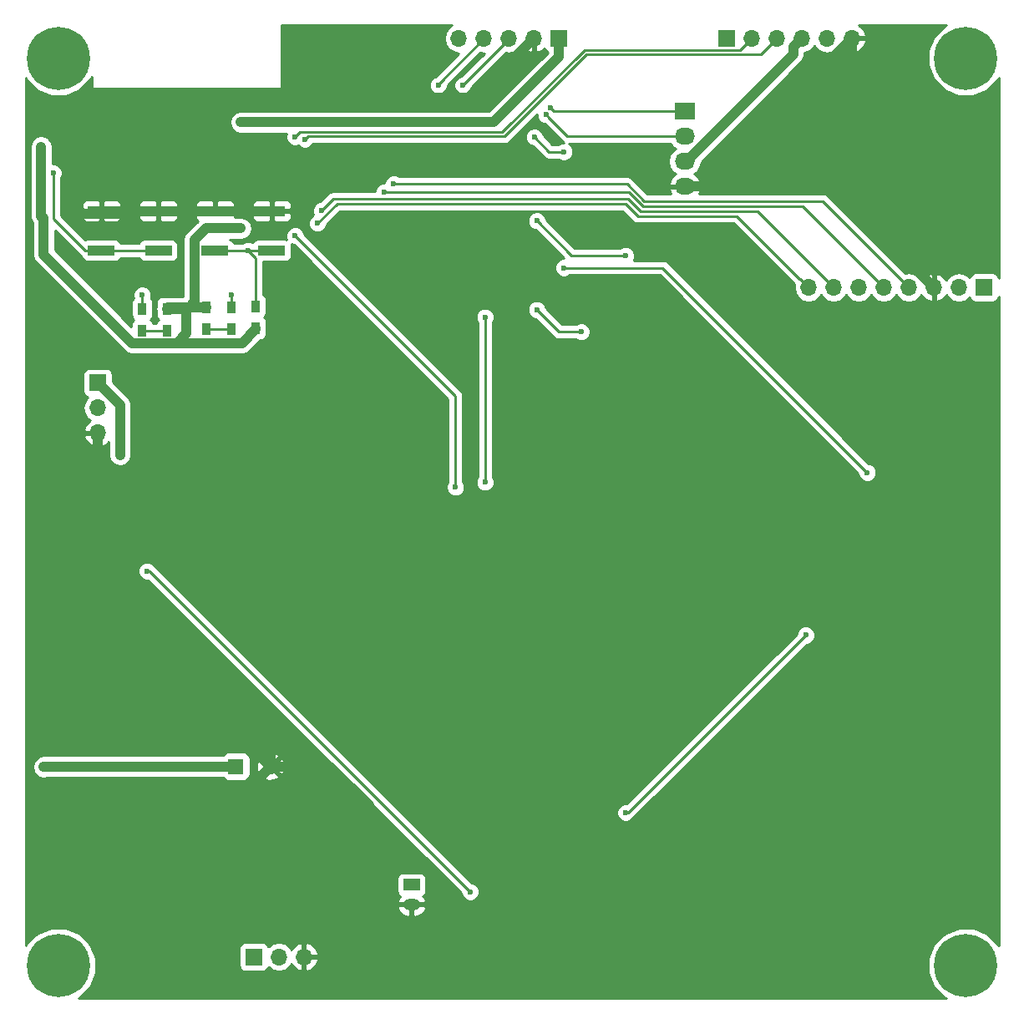
<source format=gbl>
G04 #@! TF.FileFunction,Copper,L2,Bot,Signal*
%FSLAX46Y46*%
G04 Gerber Fmt 4.6, Leading zero omitted, Abs format (unit mm)*
G04 Created by KiCad (PCBNEW 4.0.7) date Saturday, 23 June 2018 'PMt' 19:02:52*
%MOMM*%
%LPD*%
G01*
G04 APERTURE LIST*
%ADD10C,0.100000*%
%ADD11R,1.600000X1.600000*%
%ADD12C,1.600000*%
%ADD13R,0.900000X1.200000*%
%ADD14R,1.700000X1.200000*%
%ADD15O,1.700000X1.200000*%
%ADD16R,1.700000X1.700000*%
%ADD17O,1.700000X1.700000*%
%ADD18R,2.032000X1.727200*%
%ADD19O,2.032000X1.727200*%
%ADD20R,2.750000X1.000000*%
%ADD21R,1.200000X1.200000*%
%ADD22C,6.400000*%
%ADD23C,0.800000*%
%ADD24C,0.600000*%
%ADD25C,1.000000*%
%ADD26C,0.500000*%
%ADD27C,0.250000*%
%ADD28C,0.254000*%
G04 APERTURE END LIST*
D10*
D11*
X73000000Y-101800000D03*
D12*
X76500000Y-101800000D03*
D13*
X63500000Y-55400000D03*
X63500000Y-57600000D03*
X72500000Y-55300000D03*
X72500000Y-57500000D03*
D14*
X90800000Y-113800000D03*
D15*
X90800000Y-115800000D03*
D16*
X122750000Y-28000000D03*
D17*
X125290000Y-28000000D03*
X127830000Y-28000000D03*
X130370000Y-28000000D03*
X132910000Y-28000000D03*
X135450000Y-28000000D03*
D16*
X59000000Y-62920000D03*
D17*
X59000000Y-65460000D03*
X59000000Y-68000000D03*
D16*
X105750000Y-28000000D03*
D17*
X103210000Y-28000000D03*
X100670000Y-28000000D03*
X98130000Y-28000000D03*
X95590000Y-28000000D03*
D18*
X118500000Y-35380000D03*
D19*
X118500000Y-37920000D03*
X118500000Y-40460000D03*
X118500000Y-43000000D03*
D13*
X66000000Y-57600000D03*
X66000000Y-55400000D03*
X70000000Y-55300000D03*
X70000000Y-57500000D03*
D20*
X65130000Y-49500000D03*
X59370000Y-49500000D03*
X59370000Y-45500000D03*
X65130000Y-45500000D03*
X76630000Y-49500000D03*
X70870000Y-49500000D03*
X70870000Y-45500000D03*
X76630000Y-45500000D03*
D21*
X61640000Y-115125000D03*
X62840000Y-115125000D03*
X64040000Y-115125000D03*
X65240000Y-115125000D03*
X66440000Y-115125000D03*
X67640000Y-115125000D03*
X68840000Y-115125000D03*
X70040000Y-115125000D03*
X70040000Y-116325000D03*
X68840000Y-116325000D03*
X67640000Y-116325000D03*
X66440000Y-116325000D03*
X65240000Y-116325000D03*
X64040000Y-116325000D03*
X62840000Y-116325000D03*
X61640000Y-116325000D03*
X61640000Y-117525000D03*
X62840000Y-117525000D03*
X64040000Y-117525000D03*
X65240000Y-117525000D03*
X66440000Y-117525000D03*
X67640000Y-117525000D03*
X68840000Y-117525000D03*
X70040000Y-117525000D03*
X70040000Y-118725000D03*
X68840000Y-118725000D03*
X67640000Y-118725000D03*
X66440000Y-118725000D03*
X65240000Y-118725000D03*
X64040000Y-118725000D03*
X62840000Y-118725000D03*
X61640000Y-118725000D03*
X61640000Y-119925000D03*
X62840000Y-119925000D03*
X64040000Y-119925000D03*
X65240000Y-119925000D03*
X66440000Y-119925000D03*
X67640000Y-119925000D03*
X68840000Y-119925000D03*
X70040000Y-119925000D03*
X70040000Y-121125000D03*
X68840000Y-121125000D03*
X67640000Y-121125000D03*
X66440000Y-121125000D03*
X65240000Y-121125000D03*
X64040000Y-121125000D03*
X62840000Y-121125000D03*
X61640000Y-121125000D03*
X61640000Y-122325000D03*
X62840000Y-122325000D03*
X64040000Y-122325000D03*
X65240000Y-122325000D03*
X66440000Y-122325000D03*
X67640000Y-122325000D03*
X68840000Y-122325000D03*
X70040000Y-122325000D03*
D16*
X74820000Y-121100000D03*
D17*
X77360000Y-121100000D03*
X79900000Y-121100000D03*
D16*
X148830000Y-53250000D03*
D17*
X146290000Y-53250000D03*
X143750000Y-53250000D03*
X141210000Y-53250000D03*
X138670000Y-53250000D03*
X136130000Y-53250000D03*
X133590000Y-53250000D03*
X131050000Y-53250000D03*
D13*
X75000000Y-57350000D03*
X75000000Y-55150000D03*
D22*
X147000000Y-30000000D03*
D23*
X149400000Y-30000000D03*
X148697056Y-31697056D03*
X147000000Y-32400000D03*
X145302944Y-31697056D03*
X144600000Y-30000000D03*
X145302944Y-28302944D03*
X147000000Y-27600000D03*
X148697056Y-28302944D03*
D22*
X55000000Y-30000000D03*
D23*
X57400000Y-30000000D03*
X56697056Y-31697056D03*
X55000000Y-32400000D03*
X53302944Y-31697056D03*
X52600000Y-30000000D03*
X53302944Y-28302944D03*
X55000000Y-27600000D03*
X56697056Y-28302944D03*
D22*
X55000000Y-122000000D03*
D23*
X57400000Y-122000000D03*
X56697056Y-123697056D03*
X55000000Y-124400000D03*
X53302944Y-123697056D03*
X52600000Y-122000000D03*
X53302944Y-120302944D03*
X55000000Y-119600000D03*
X56697056Y-120302944D03*
D22*
X147000000Y-122000000D03*
D23*
X149400000Y-122000000D03*
X148697056Y-123697056D03*
X147000000Y-124400000D03*
X145302944Y-123697056D03*
X144600000Y-122000000D03*
X145302944Y-120302944D03*
X147000000Y-119600000D03*
X148697056Y-120302944D03*
D24*
X66000000Y-99800000D03*
X79500000Y-34000000D03*
X104500000Y-69500000D03*
X101100001Y-75800001D03*
X101000000Y-69750000D03*
X58000000Y-79500000D03*
X86500000Y-105750000D03*
X64750000Y-108250000D03*
X62285000Y-45750000D03*
X56000000Y-45750000D03*
X73500000Y-36500000D03*
X73500000Y-47250000D03*
X61250000Y-70250000D03*
X53500000Y-101875000D03*
X53500000Y-46250000D03*
X53250000Y-39000000D03*
X54500000Y-41650000D03*
X63500000Y-54000000D03*
X72500000Y-54000000D03*
X79000000Y-38000000D03*
X80000000Y-38250000D03*
X104874990Y-35000000D03*
X93500000Y-32750000D03*
X104424979Y-35750000D03*
X88000000Y-43624990D03*
X89000000Y-42750000D03*
X81683051Y-45433051D03*
X95250000Y-73500000D03*
X79000000Y-48000000D03*
X81250000Y-46750000D03*
X96000000Y-32750000D03*
X64000000Y-82000000D03*
X96750000Y-114500000D03*
X130750000Y-88500000D03*
X112500000Y-106500000D03*
X137000000Y-72000000D03*
X106250000Y-51250000D03*
X106250000Y-39500000D03*
X103250000Y-38000000D03*
X112500000Y-50000000D03*
X103500000Y-46500000D03*
X108000000Y-57750000D03*
X103500000Y-55500000D03*
X98250000Y-56250000D03*
X98250000Y-73000000D03*
X74250000Y-49500000D03*
D25*
X66000000Y-99800000D02*
X74500000Y-99800000D01*
X74500000Y-99800000D02*
X76500000Y-101800000D01*
X68000000Y-45500000D02*
X70870000Y-45500000D01*
X65130000Y-45500000D02*
X68000000Y-45500000D01*
X135450000Y-28000000D02*
X135450000Y-44950000D01*
X135450000Y-28000000D02*
X120450000Y-43000000D01*
X120450000Y-43000000D02*
X118500000Y-43000000D01*
X79500000Y-34000000D02*
X97210000Y-34000000D01*
X97210000Y-34000000D02*
X103210000Y-28000000D01*
X59000000Y-68000000D02*
X59000000Y-78500000D01*
X59000000Y-78500000D02*
X58000000Y-79500000D01*
D26*
X101000000Y-69750000D02*
X104250000Y-69750000D01*
X104250000Y-69750000D02*
X104500000Y-69500000D01*
D25*
X101000000Y-69750000D02*
X101000000Y-75700000D01*
X101000000Y-75700000D02*
X101100001Y-75800001D01*
X76500000Y-101800000D02*
X76500000Y-98000000D01*
X76500000Y-98000000D02*
X58000000Y-79500000D01*
X76500000Y-101800000D02*
X82550000Y-101800000D01*
X82550000Y-101800000D02*
X86500000Y-105750000D01*
X76500000Y-101800000D02*
X70050000Y-108250000D01*
X70050000Y-108250000D02*
X69410002Y-108250000D01*
X69410002Y-108250000D02*
X64750000Y-108250000D01*
X70870000Y-45500000D02*
X76630000Y-45500000D01*
X65130000Y-45500000D02*
X62535000Y-45500000D01*
X62535000Y-45500000D02*
X62285000Y-45750000D01*
X59370000Y-45500000D02*
X62035000Y-45500000D01*
X62035000Y-45500000D02*
X62285000Y-45750000D01*
X56000000Y-45750000D02*
X62285000Y-45750000D01*
X135450000Y-44950000D02*
X143750000Y-53250000D01*
X75000000Y-57350000D02*
X75000000Y-57500000D01*
X75000000Y-57500000D02*
X73599999Y-58900001D01*
X73599999Y-58900001D02*
X67010001Y-58900001D01*
X53500000Y-46250000D02*
X53275473Y-46025473D01*
X53275473Y-46025473D02*
X53275473Y-39025473D01*
X53275473Y-39025473D02*
X53250000Y-39000000D01*
X70000000Y-55300000D02*
X66100000Y-55300000D01*
X66100000Y-55300000D02*
X66000000Y-55400000D01*
X130370000Y-28000000D02*
X129520001Y-28849999D01*
X129520001Y-28849999D02*
X129520001Y-29592399D01*
X118652400Y-40460000D02*
X118500000Y-40460000D01*
X129520001Y-29592399D02*
X118652400Y-40460000D01*
X73500000Y-36500000D02*
X99100000Y-36500000D01*
X99100000Y-36500000D02*
X105750000Y-29850000D01*
X105750000Y-29850000D02*
X105750000Y-28000000D01*
X68000000Y-55400000D02*
X68105002Y-55400000D01*
X68105002Y-55400000D02*
X68794999Y-54710003D01*
X68794999Y-54710003D02*
X68794999Y-48439999D01*
X68794999Y-48439999D02*
X69984998Y-47250000D01*
X69984998Y-47250000D02*
X73500000Y-47250000D01*
X61250000Y-70250000D02*
X61250000Y-65170000D01*
X61250000Y-65170000D02*
X59000000Y-62920000D01*
X73000000Y-101800000D02*
X53575000Y-101800000D01*
X53575000Y-101800000D02*
X53500000Y-101875000D01*
X66000000Y-55400000D02*
X68000000Y-55400000D01*
X53500000Y-49910002D02*
X62489999Y-58900001D01*
X53500000Y-46250000D02*
X53500000Y-49910002D01*
X62489999Y-58900001D02*
X67010001Y-58900001D01*
X67010001Y-58900001D02*
X68000000Y-57910002D01*
X68000000Y-57910002D02*
X68000000Y-55400000D01*
D27*
X59370000Y-49500000D02*
X57745000Y-49500000D01*
X57745000Y-49500000D02*
X54500000Y-46255000D01*
X54500000Y-46255000D02*
X54500000Y-41650000D01*
X65130000Y-49500000D02*
X59370000Y-49500000D01*
X63500000Y-54000000D02*
X63500000Y-55400000D01*
X63500000Y-57600000D02*
X64200000Y-57600000D01*
X64200000Y-57600000D02*
X66000000Y-57600000D01*
X72500000Y-54000000D02*
X72500000Y-55300000D01*
X70000000Y-57500000D02*
X72500000Y-57500000D01*
X100000000Y-37500000D02*
X108324999Y-29175001D01*
X108324999Y-29175001D02*
X124114999Y-29175001D01*
X124114999Y-29175001D02*
X124440001Y-28849999D01*
X124440001Y-28849999D02*
X125290000Y-28000000D01*
X79500000Y-37500000D02*
X100000000Y-37500000D01*
X79000000Y-38000000D02*
X79500000Y-37500000D01*
X100200001Y-37950001D02*
X108524990Y-29625012D01*
X108524990Y-29625012D02*
X126204988Y-29625012D01*
X126204988Y-29625012D02*
X126980001Y-28849999D01*
X126980001Y-28849999D02*
X127830000Y-28000000D01*
X80000000Y-38250000D02*
X80299999Y-37950001D01*
X80299999Y-37950001D02*
X100200001Y-37950001D01*
X118500000Y-35380000D02*
X105254990Y-35380000D01*
X105254990Y-35380000D02*
X105174989Y-35299999D01*
X105174989Y-35299999D02*
X104874990Y-35000000D01*
X98130000Y-28000000D02*
X93500000Y-32630000D01*
X93500000Y-32630000D02*
X93500000Y-32750000D01*
X118500000Y-37920000D02*
X106594979Y-37920000D01*
X106594979Y-37920000D02*
X104724978Y-36049999D01*
X104724978Y-36049999D02*
X104424979Y-35750000D01*
X88424264Y-43624990D02*
X88000000Y-43624990D01*
X114250000Y-45000000D02*
X112874990Y-43624990D01*
X130420000Y-45000000D02*
X114250000Y-45000000D01*
X138670000Y-53250000D02*
X130420000Y-45000000D01*
X112874990Y-43624990D02*
X88424264Y-43624990D01*
X140360001Y-52400001D02*
X141210000Y-53250000D01*
X132460000Y-44500000D02*
X140360001Y-52400001D01*
X114386410Y-44500000D02*
X132460000Y-44500000D01*
X112636410Y-42750000D02*
X114386410Y-44500000D01*
X89000000Y-42750000D02*
X112636410Y-42750000D01*
X133590000Y-53250000D02*
X125840000Y-45500000D01*
X125840000Y-45500000D02*
X114000000Y-45500000D01*
X81983050Y-45133052D02*
X81683051Y-45433051D01*
X82866102Y-44250000D02*
X81983050Y-45133052D01*
X112750000Y-44250000D02*
X82866102Y-44250000D01*
X114000000Y-45500000D02*
X112750000Y-44250000D01*
X79000000Y-48000000D02*
X95250000Y-64250000D01*
X95250000Y-64250000D02*
X95250000Y-73500000D01*
X130150001Y-52400001D02*
X123750000Y-46000000D01*
X123750000Y-46000000D02*
X113750000Y-46000000D01*
X131050000Y-53250000D02*
X130200001Y-52400001D01*
X130200001Y-52400001D02*
X130150001Y-52400001D01*
X81250000Y-46750000D02*
X83250000Y-44750000D01*
X83250000Y-44750000D02*
X112500000Y-44750000D01*
X112500000Y-44750000D02*
X113750000Y-46000000D01*
X96000000Y-32750000D02*
X100670000Y-28080000D01*
X100670000Y-28080000D02*
X100670000Y-28000000D01*
X96750000Y-114500000D02*
X64250000Y-82000000D01*
X64250000Y-82000000D02*
X64000000Y-82000000D01*
X112750000Y-106500000D02*
X112500000Y-106500000D01*
X130750000Y-88500000D02*
X112750000Y-106500000D01*
X106250000Y-51250000D02*
X116250000Y-51250000D01*
X116250000Y-51250000D02*
X137000000Y-72000000D01*
X103250000Y-38000000D02*
X104750000Y-39500000D01*
X104750000Y-39500000D02*
X106250000Y-39500000D01*
X103500000Y-46500000D02*
X107000000Y-50000000D01*
X107000000Y-50000000D02*
X112500000Y-50000000D01*
X103500000Y-55500000D02*
X105750000Y-57750000D01*
X105750000Y-57750000D02*
X108000000Y-57750000D01*
X98250000Y-63250000D02*
X98250000Y-56250000D01*
X98250000Y-73000000D02*
X98250000Y-63250000D01*
X75000000Y-55150000D02*
X75000000Y-50250000D01*
X75000000Y-50250000D02*
X74250000Y-49500000D01*
X72495000Y-49500000D02*
X74250000Y-49500000D01*
X74250000Y-49500000D02*
X76630000Y-49500000D01*
X70870000Y-49500000D02*
X72495000Y-49500000D01*
D28*
G36*
X94539946Y-26920853D02*
X94218039Y-27402622D01*
X94105000Y-27970907D01*
X94105000Y-28029093D01*
X94218039Y-28597378D01*
X94539946Y-29079147D01*
X95021715Y-29401054D01*
X95549217Y-29505981D01*
X93187921Y-31867277D01*
X92971057Y-31956883D01*
X92707808Y-32219673D01*
X92565162Y-32563201D01*
X92564838Y-32935167D01*
X92706883Y-33278943D01*
X92969673Y-33542192D01*
X93313201Y-33684838D01*
X93685167Y-33685162D01*
X94028943Y-33543117D01*
X94292192Y-33280327D01*
X94434838Y-32936799D01*
X94434983Y-32769819D01*
X97763592Y-29441210D01*
X98130000Y-29514093D01*
X98168828Y-29506370D01*
X95860320Y-31814878D01*
X95814833Y-31814838D01*
X95471057Y-31956883D01*
X95207808Y-32219673D01*
X95065162Y-32563201D01*
X95064838Y-32935167D01*
X95206883Y-33278943D01*
X95469673Y-33542192D01*
X95813201Y-33684838D01*
X96185167Y-33685162D01*
X96528943Y-33543117D01*
X96792192Y-33280327D01*
X96934838Y-32936799D01*
X96934879Y-32889923D01*
X100370319Y-29454483D01*
X100670000Y-29514093D01*
X101238285Y-29401054D01*
X101720054Y-29079147D01*
X101947702Y-28738447D01*
X102014817Y-28881358D01*
X102443076Y-29271645D01*
X102853110Y-29441476D01*
X103083000Y-29320155D01*
X103083000Y-28127000D01*
X103063000Y-28127000D01*
X103063000Y-27873000D01*
X103083000Y-27873000D01*
X103083000Y-27853000D01*
X103337000Y-27853000D01*
X103337000Y-27873000D01*
X103357000Y-27873000D01*
X103357000Y-28127000D01*
X103337000Y-28127000D01*
X103337000Y-29320155D01*
X103566890Y-29441476D01*
X103976924Y-29271645D01*
X104279937Y-28995499D01*
X104296838Y-29085317D01*
X104435910Y-29301441D01*
X104588896Y-29405972D01*
X98629868Y-35365000D01*
X73500000Y-35365000D01*
X73065654Y-35451397D01*
X72697434Y-35697434D01*
X72451397Y-36065654D01*
X72365000Y-36500000D01*
X72451397Y-36934346D01*
X72697434Y-37302566D01*
X73065654Y-37548603D01*
X73500000Y-37635000D01*
X78139158Y-37635000D01*
X78065162Y-37813201D01*
X78064838Y-38185167D01*
X78206883Y-38528943D01*
X78469673Y-38792192D01*
X78813201Y-38934838D01*
X79185167Y-38935162D01*
X79310949Y-38883190D01*
X79469673Y-39042192D01*
X79813201Y-39184838D01*
X80185167Y-39185162D01*
X80528943Y-39043117D01*
X80792192Y-38780327D01*
X80821394Y-38710001D01*
X100200001Y-38710001D01*
X100490840Y-38652149D01*
X100737402Y-38487402D01*
X103489992Y-35734812D01*
X103489817Y-35935167D01*
X103631862Y-36278943D01*
X103894652Y-36542192D01*
X104238180Y-36684838D01*
X104285056Y-36684879D01*
X106057578Y-38457401D01*
X106218570Y-38564972D01*
X106064833Y-38564838D01*
X105721057Y-38706883D01*
X105687882Y-38740000D01*
X105064802Y-38740000D01*
X104185122Y-37860320D01*
X104185162Y-37814833D01*
X104043117Y-37471057D01*
X103780327Y-37207808D01*
X103436799Y-37065162D01*
X103064833Y-37064838D01*
X102721057Y-37206883D01*
X102457808Y-37469673D01*
X102315162Y-37813201D01*
X102314838Y-38185167D01*
X102456883Y-38528943D01*
X102719673Y-38792192D01*
X103063201Y-38934838D01*
X103110077Y-38934879D01*
X104212599Y-40037401D01*
X104459160Y-40202148D01*
X104750000Y-40260000D01*
X105687537Y-40260000D01*
X105719673Y-40292192D01*
X106063201Y-40434838D01*
X106435167Y-40435162D01*
X106778943Y-40293117D01*
X107042192Y-40030327D01*
X107184838Y-39686799D01*
X107185162Y-39314833D01*
X107043117Y-38971057D01*
X106780327Y-38707808D01*
X106713358Y-38680000D01*
X117055352Y-38680000D01*
X117255585Y-38979670D01*
X117570366Y-39190000D01*
X117255585Y-39400330D01*
X116930729Y-39886511D01*
X116816655Y-40460000D01*
X116930729Y-41033489D01*
X117255585Y-41519670D01*
X117565069Y-41726461D01*
X117149268Y-42097964D01*
X116895291Y-42625209D01*
X116892642Y-42640974D01*
X117013783Y-42873000D01*
X118373000Y-42873000D01*
X118373000Y-42853000D01*
X118627000Y-42853000D01*
X118627000Y-42873000D01*
X119986217Y-42873000D01*
X120107358Y-42640974D01*
X120104709Y-42625209D01*
X119850732Y-42097964D01*
X119434931Y-41726461D01*
X119744415Y-41519670D01*
X120069271Y-41033489D01*
X120164924Y-40552608D01*
X130322567Y-30394965D01*
X130477953Y-30162413D01*
X130568604Y-30026745D01*
X130655001Y-29592399D01*
X130655001Y-29457403D01*
X130938285Y-29401054D01*
X131420054Y-29079147D01*
X131640000Y-28749974D01*
X131859946Y-29079147D01*
X132341715Y-29401054D01*
X132910000Y-29514093D01*
X133478285Y-29401054D01*
X133960054Y-29079147D01*
X134187702Y-28738447D01*
X134254817Y-28881358D01*
X134683076Y-29271645D01*
X135093110Y-29441476D01*
X135323000Y-29320155D01*
X135323000Y-28127000D01*
X135577000Y-28127000D01*
X135577000Y-29320155D01*
X135806890Y-29441476D01*
X136216924Y-29271645D01*
X136645183Y-28881358D01*
X136891486Y-28356892D01*
X136770819Y-28127000D01*
X135577000Y-28127000D01*
X135323000Y-28127000D01*
X135303000Y-28127000D01*
X135303000Y-27873000D01*
X135323000Y-27873000D01*
X135323000Y-27853000D01*
X135577000Y-27853000D01*
X135577000Y-27873000D01*
X136770819Y-27873000D01*
X136891486Y-27643108D01*
X136645183Y-27118642D01*
X136216924Y-26728355D01*
X136112249Y-26685000D01*
X144980415Y-26685000D01*
X144830485Y-26746950D01*
X143750741Y-27824811D01*
X143165667Y-29233825D01*
X143164336Y-30759482D01*
X143746950Y-32169515D01*
X144824811Y-33249259D01*
X146233825Y-33834333D01*
X147759482Y-33835664D01*
X149169515Y-33253050D01*
X150249259Y-32175189D01*
X150315000Y-32016867D01*
X150315000Y-52333887D01*
X150283162Y-52164683D01*
X150144090Y-51948559D01*
X149931890Y-51803569D01*
X149680000Y-51752560D01*
X147980000Y-51752560D01*
X147744683Y-51796838D01*
X147528559Y-51935910D01*
X147383569Y-52148110D01*
X147369914Y-52215541D01*
X147340054Y-52170853D01*
X146858285Y-51848946D01*
X146290000Y-51735907D01*
X145721715Y-51848946D01*
X145239946Y-52170853D01*
X145012298Y-52511553D01*
X144945183Y-52368642D01*
X144516924Y-51978355D01*
X144106890Y-51808524D01*
X143877000Y-51929845D01*
X143877000Y-53123000D01*
X143897000Y-53123000D01*
X143897000Y-53377000D01*
X143877000Y-53377000D01*
X143877000Y-54570155D01*
X144106890Y-54691476D01*
X144516924Y-54521645D01*
X144945183Y-54131358D01*
X145012298Y-53988447D01*
X145239946Y-54329147D01*
X145721715Y-54651054D01*
X146290000Y-54764093D01*
X146858285Y-54651054D01*
X147340054Y-54329147D01*
X147367850Y-54287548D01*
X147376838Y-54335317D01*
X147515910Y-54551441D01*
X147728110Y-54696431D01*
X147980000Y-54747440D01*
X149680000Y-54747440D01*
X149915317Y-54703162D01*
X150131441Y-54564090D01*
X150276431Y-54351890D01*
X150315000Y-54161431D01*
X150315000Y-119980415D01*
X150253050Y-119830485D01*
X149175189Y-118750741D01*
X147766175Y-118165667D01*
X146240518Y-118164336D01*
X144830485Y-118746950D01*
X143750741Y-119824811D01*
X143165667Y-121233825D01*
X143164336Y-122759482D01*
X143746950Y-124169515D01*
X144824811Y-125249259D01*
X144983133Y-125315000D01*
X57019585Y-125315000D01*
X57169515Y-125253050D01*
X58249259Y-124175189D01*
X58834333Y-122766175D01*
X58834468Y-122610750D01*
X60405000Y-122610750D01*
X60405000Y-123051310D01*
X60501673Y-123284699D01*
X60680302Y-123463327D01*
X60913691Y-123560000D01*
X61354250Y-123560000D01*
X61513000Y-123401250D01*
X61513000Y-122610750D01*
X61605000Y-122610750D01*
X61605000Y-123051310D01*
X61701673Y-123284699D01*
X61767000Y-123350026D01*
X61767000Y-123401250D01*
X61925750Y-123560000D01*
X62554250Y-123560000D01*
X62713000Y-123401250D01*
X62713000Y-123350026D01*
X62778327Y-123284699D01*
X62840000Y-123135807D01*
X62901673Y-123284699D01*
X62967000Y-123350026D01*
X62967000Y-123401250D01*
X63125750Y-123560000D01*
X63754250Y-123560000D01*
X63913000Y-123401250D01*
X63913000Y-123350026D01*
X63978327Y-123284699D01*
X64040000Y-123135807D01*
X64101673Y-123284699D01*
X64167000Y-123350026D01*
X64167000Y-123401250D01*
X64325750Y-123560000D01*
X64954250Y-123560000D01*
X65113000Y-123401250D01*
X65113000Y-123350026D01*
X65178327Y-123284699D01*
X65240000Y-123135807D01*
X65301673Y-123284699D01*
X65367000Y-123350026D01*
X65367000Y-123401250D01*
X65525750Y-123560000D01*
X66154250Y-123560000D01*
X66313000Y-123401250D01*
X66313000Y-123350026D01*
X66378327Y-123284699D01*
X66440000Y-123135807D01*
X66501673Y-123284699D01*
X66567000Y-123350026D01*
X66567000Y-123401250D01*
X66725750Y-123560000D01*
X67354250Y-123560000D01*
X67513000Y-123401250D01*
X67513000Y-123350026D01*
X67578327Y-123284699D01*
X67640000Y-123135807D01*
X67701673Y-123284699D01*
X67767000Y-123350026D01*
X67767000Y-123401250D01*
X67925750Y-123560000D01*
X68554250Y-123560000D01*
X68713000Y-123401250D01*
X68713000Y-123350026D01*
X68778327Y-123284699D01*
X68840000Y-123135807D01*
X68901673Y-123284699D01*
X68967000Y-123350026D01*
X68967000Y-123401250D01*
X69125750Y-123560000D01*
X69754250Y-123560000D01*
X69913000Y-123401250D01*
X69913000Y-123350026D01*
X69978327Y-123284699D01*
X70075000Y-123051310D01*
X70075000Y-122610750D01*
X69916250Y-122452000D01*
X70167000Y-122452000D01*
X70167000Y-123401250D01*
X70325750Y-123560000D01*
X70766309Y-123560000D01*
X70999698Y-123463327D01*
X71178327Y-123284699D01*
X71275000Y-123051310D01*
X71275000Y-122610750D01*
X71116250Y-122452000D01*
X70167000Y-122452000D01*
X69916250Y-122452000D01*
X68963750Y-122452000D01*
X68840000Y-122575750D01*
X68716250Y-122452000D01*
X67763750Y-122452000D01*
X67640000Y-122575750D01*
X67516250Y-122452000D01*
X66563750Y-122452000D01*
X66440000Y-122575750D01*
X66316250Y-122452000D01*
X65363750Y-122452000D01*
X65240000Y-122575750D01*
X65116250Y-122452000D01*
X64163750Y-122452000D01*
X64040000Y-122575750D01*
X63916250Y-122452000D01*
X62963750Y-122452000D01*
X62840000Y-122575750D01*
X62716250Y-122452000D01*
X61763750Y-122452000D01*
X61605000Y-122610750D01*
X61513000Y-122610750D01*
X61513000Y-122452000D01*
X60563750Y-122452000D01*
X60405000Y-122610750D01*
X58834468Y-122610750D01*
X58835664Y-121240518D01*
X58253050Y-119830485D01*
X57175189Y-118750741D01*
X55766175Y-118165667D01*
X54240518Y-118164336D01*
X52830485Y-118746950D01*
X51750741Y-119824811D01*
X51685000Y-119983133D01*
X51685000Y-115410750D01*
X60405000Y-115410750D01*
X60405000Y-116039250D01*
X60563750Y-116198000D01*
X60614975Y-116198000D01*
X60680302Y-116263327D01*
X60829194Y-116325000D01*
X60680302Y-116386673D01*
X60614975Y-116452000D01*
X60563750Y-116452000D01*
X60405000Y-116610750D01*
X60405000Y-117239250D01*
X60563750Y-117398000D01*
X60614975Y-117398000D01*
X60680302Y-117463327D01*
X60829194Y-117525000D01*
X60680302Y-117586673D01*
X60614975Y-117652000D01*
X60563750Y-117652000D01*
X60405000Y-117810750D01*
X60405000Y-118439250D01*
X60563750Y-118598000D01*
X60614975Y-118598000D01*
X60680302Y-118663327D01*
X60829194Y-118725000D01*
X60680302Y-118786673D01*
X60614975Y-118852000D01*
X60563750Y-118852000D01*
X60405000Y-119010750D01*
X60405000Y-119639250D01*
X60563750Y-119798000D01*
X60614975Y-119798000D01*
X60680302Y-119863327D01*
X60829194Y-119925000D01*
X60680302Y-119986673D01*
X60614975Y-120052000D01*
X60563750Y-120052000D01*
X60405000Y-120210750D01*
X60405000Y-120839250D01*
X60563750Y-120998000D01*
X60614975Y-120998000D01*
X60680302Y-121063327D01*
X60829194Y-121125000D01*
X60680302Y-121186673D01*
X60614975Y-121252000D01*
X60563750Y-121252000D01*
X60405000Y-121410750D01*
X60405000Y-122039250D01*
X60563750Y-122198000D01*
X60614975Y-122198000D01*
X60680302Y-122263327D01*
X60913691Y-122360000D01*
X61354250Y-122360000D01*
X61513000Y-122201250D01*
X61513000Y-121248750D01*
X61389250Y-121125000D01*
X61513000Y-121001250D01*
X61513000Y-120048750D01*
X61389250Y-119925000D01*
X61513000Y-119801250D01*
X61513000Y-118848750D01*
X61389250Y-118725000D01*
X61513000Y-118601250D01*
X61513000Y-117648750D01*
X61389250Y-117525000D01*
X61513000Y-117401250D01*
X61513000Y-116448750D01*
X61389250Y-116325000D01*
X61513000Y-116201250D01*
X61513000Y-115410750D01*
X61605000Y-115410750D01*
X61605000Y-116039250D01*
X61763750Y-116198000D01*
X61767000Y-116198000D01*
X61767000Y-116201250D01*
X61890750Y-116325000D01*
X61767000Y-116448750D01*
X61767000Y-116452000D01*
X61763750Y-116452000D01*
X61605000Y-116610750D01*
X61605000Y-117239250D01*
X61763750Y-117398000D01*
X61767000Y-117398000D01*
X61767000Y-117401250D01*
X61890750Y-117525000D01*
X61767000Y-117648750D01*
X61767000Y-117652000D01*
X61763750Y-117652000D01*
X61605000Y-117810750D01*
X61605000Y-118439250D01*
X61763750Y-118598000D01*
X61767000Y-118598000D01*
X61767000Y-118601250D01*
X61890750Y-118725000D01*
X61767000Y-118848750D01*
X61767000Y-118852000D01*
X61763750Y-118852000D01*
X61605000Y-119010750D01*
X61605000Y-119639250D01*
X61763750Y-119798000D01*
X61767000Y-119798000D01*
X61767000Y-119801250D01*
X61890750Y-119925000D01*
X61767000Y-120048750D01*
X61767000Y-120052000D01*
X61763750Y-120052000D01*
X61605000Y-120210750D01*
X61605000Y-120839250D01*
X61763750Y-120998000D01*
X61767000Y-120998000D01*
X61767000Y-121001250D01*
X61890750Y-121125000D01*
X61767000Y-121248750D01*
X61767000Y-121252000D01*
X61763750Y-121252000D01*
X61605000Y-121410750D01*
X61605000Y-122039250D01*
X61763750Y-122198000D01*
X61767000Y-122198000D01*
X61767000Y-122201250D01*
X61925750Y-122360000D01*
X62554250Y-122360000D01*
X62713000Y-122201250D01*
X62713000Y-122198000D01*
X62716250Y-122198000D01*
X62840000Y-122074250D01*
X62963750Y-122198000D01*
X62967000Y-122198000D01*
X62967000Y-122201250D01*
X63125750Y-122360000D01*
X63754250Y-122360000D01*
X63913000Y-122201250D01*
X63913000Y-122198000D01*
X63916250Y-122198000D01*
X64040000Y-122074250D01*
X64163750Y-122198000D01*
X64167000Y-122198000D01*
X64167000Y-122201250D01*
X64325750Y-122360000D01*
X64954250Y-122360000D01*
X65113000Y-122201250D01*
X65113000Y-122198000D01*
X65116250Y-122198000D01*
X65240000Y-122074250D01*
X65363750Y-122198000D01*
X65367000Y-122198000D01*
X65367000Y-122201250D01*
X65525750Y-122360000D01*
X66154250Y-122360000D01*
X66313000Y-122201250D01*
X66313000Y-122198000D01*
X66316250Y-122198000D01*
X66440000Y-122074250D01*
X66563750Y-122198000D01*
X66567000Y-122198000D01*
X66567000Y-122201250D01*
X66725750Y-122360000D01*
X67354250Y-122360000D01*
X67513000Y-122201250D01*
X67513000Y-122198000D01*
X67516250Y-122198000D01*
X67640000Y-122074250D01*
X67763750Y-122198000D01*
X67767000Y-122198000D01*
X67767000Y-122201250D01*
X67925750Y-122360000D01*
X68554250Y-122360000D01*
X68713000Y-122201250D01*
X68713000Y-122198000D01*
X68716250Y-122198000D01*
X68840000Y-122074250D01*
X68963750Y-122198000D01*
X68967000Y-122198000D01*
X68967000Y-122201250D01*
X69125750Y-122360000D01*
X69754250Y-122360000D01*
X69913000Y-122201250D01*
X69913000Y-122198000D01*
X69916250Y-122198000D01*
X70075000Y-122039250D01*
X70075000Y-121410750D01*
X69916250Y-121252000D01*
X69913000Y-121252000D01*
X69913000Y-121248750D01*
X69789250Y-121125000D01*
X69913000Y-121001250D01*
X69913000Y-120998000D01*
X69916250Y-120998000D01*
X70075000Y-120839250D01*
X70075000Y-120210750D01*
X69916250Y-120052000D01*
X69913000Y-120052000D01*
X69913000Y-120048750D01*
X69789250Y-119925000D01*
X69913000Y-119801250D01*
X69913000Y-119798000D01*
X69916250Y-119798000D01*
X70075000Y-119639250D01*
X70075000Y-119010750D01*
X69916250Y-118852000D01*
X69913000Y-118852000D01*
X69913000Y-118848750D01*
X69789250Y-118725000D01*
X69913000Y-118601250D01*
X69913000Y-118598000D01*
X69916250Y-118598000D01*
X70075000Y-118439250D01*
X70075000Y-117810750D01*
X69916250Y-117652000D01*
X69913000Y-117652000D01*
X69913000Y-117648750D01*
X69789250Y-117525000D01*
X69913000Y-117401250D01*
X69913000Y-117398000D01*
X69916250Y-117398000D01*
X70075000Y-117239250D01*
X70075000Y-116610750D01*
X69916250Y-116452000D01*
X69913000Y-116452000D01*
X69913000Y-116448750D01*
X69789250Y-116325000D01*
X69913000Y-116201250D01*
X69913000Y-116198000D01*
X69916250Y-116198000D01*
X70075000Y-116039250D01*
X70075000Y-115410750D01*
X69916250Y-115252000D01*
X69913000Y-115252000D01*
X69913000Y-115248750D01*
X70167000Y-115248750D01*
X70167000Y-116201250D01*
X70290750Y-116325000D01*
X70167000Y-116448750D01*
X70167000Y-117401250D01*
X70290750Y-117525000D01*
X70167000Y-117648750D01*
X70167000Y-118601250D01*
X70290750Y-118725000D01*
X70167000Y-118848750D01*
X70167000Y-119801250D01*
X70290750Y-119925000D01*
X70167000Y-120048750D01*
X70167000Y-121001250D01*
X70290750Y-121125000D01*
X70167000Y-121248750D01*
X70167000Y-122201250D01*
X70325750Y-122360000D01*
X70766309Y-122360000D01*
X70999698Y-122263327D01*
X71065025Y-122198000D01*
X71116250Y-122198000D01*
X71275000Y-122039250D01*
X71275000Y-121410750D01*
X71116250Y-121252000D01*
X71065025Y-121252000D01*
X70999698Y-121186673D01*
X70850806Y-121125000D01*
X70999698Y-121063327D01*
X71065025Y-120998000D01*
X71116250Y-120998000D01*
X71275000Y-120839250D01*
X71275000Y-120250000D01*
X73322560Y-120250000D01*
X73322560Y-121950000D01*
X73366838Y-122185317D01*
X73505910Y-122401441D01*
X73718110Y-122546431D01*
X73970000Y-122597440D01*
X75670000Y-122597440D01*
X75905317Y-122553162D01*
X76121441Y-122414090D01*
X76266431Y-122201890D01*
X76280086Y-122134459D01*
X76309946Y-122179147D01*
X76791715Y-122501054D01*
X77360000Y-122614093D01*
X77928285Y-122501054D01*
X78410054Y-122179147D01*
X78637702Y-121838447D01*
X78704817Y-121981358D01*
X79133076Y-122371645D01*
X79543110Y-122541476D01*
X79773000Y-122420155D01*
X79773000Y-121227000D01*
X80027000Y-121227000D01*
X80027000Y-122420155D01*
X80256890Y-122541476D01*
X80666924Y-122371645D01*
X81095183Y-121981358D01*
X81341486Y-121456892D01*
X81220819Y-121227000D01*
X80027000Y-121227000D01*
X79773000Y-121227000D01*
X79753000Y-121227000D01*
X79753000Y-120973000D01*
X79773000Y-120973000D01*
X79773000Y-119779845D01*
X80027000Y-119779845D01*
X80027000Y-120973000D01*
X81220819Y-120973000D01*
X81341486Y-120743108D01*
X81095183Y-120218642D01*
X80666924Y-119828355D01*
X80256890Y-119658524D01*
X80027000Y-119779845D01*
X79773000Y-119779845D01*
X79543110Y-119658524D01*
X79133076Y-119828355D01*
X78704817Y-120218642D01*
X78637702Y-120361553D01*
X78410054Y-120020853D01*
X77928285Y-119698946D01*
X77360000Y-119585907D01*
X76791715Y-119698946D01*
X76309946Y-120020853D01*
X76282150Y-120062452D01*
X76273162Y-120014683D01*
X76134090Y-119798559D01*
X75921890Y-119653569D01*
X75670000Y-119602560D01*
X73970000Y-119602560D01*
X73734683Y-119646838D01*
X73518559Y-119785910D01*
X73373569Y-119998110D01*
X73322560Y-120250000D01*
X71275000Y-120250000D01*
X71275000Y-120210750D01*
X71116250Y-120052000D01*
X71065025Y-120052000D01*
X70999698Y-119986673D01*
X70850806Y-119925000D01*
X70999698Y-119863327D01*
X71065025Y-119798000D01*
X71116250Y-119798000D01*
X71275000Y-119639250D01*
X71275000Y-119010750D01*
X71116250Y-118852000D01*
X71065025Y-118852000D01*
X70999698Y-118786673D01*
X70850806Y-118725000D01*
X70999698Y-118663327D01*
X71065025Y-118598000D01*
X71116250Y-118598000D01*
X71275000Y-118439250D01*
X71275000Y-117810750D01*
X71116250Y-117652000D01*
X71065025Y-117652000D01*
X70999698Y-117586673D01*
X70850806Y-117525000D01*
X70999698Y-117463327D01*
X71065025Y-117398000D01*
X71116250Y-117398000D01*
X71275000Y-117239250D01*
X71275000Y-116610750D01*
X71116250Y-116452000D01*
X71065025Y-116452000D01*
X70999698Y-116386673D01*
X70850806Y-116325000D01*
X70999698Y-116263327D01*
X71065025Y-116198000D01*
X71116250Y-116198000D01*
X71196641Y-116117609D01*
X89356538Y-116117609D01*
X89371714Y-116209376D01*
X89618067Y-116629125D01*
X90006299Y-116922647D01*
X90477304Y-117045256D01*
X90673000Y-116882547D01*
X90673000Y-115927000D01*
X90927000Y-115927000D01*
X90927000Y-116882547D01*
X91122696Y-117045256D01*
X91593701Y-116922647D01*
X91981933Y-116629125D01*
X92228286Y-116209376D01*
X92243462Y-116117609D01*
X92118731Y-115927000D01*
X90927000Y-115927000D01*
X90673000Y-115927000D01*
X89481269Y-115927000D01*
X89356538Y-116117609D01*
X71196641Y-116117609D01*
X71275000Y-116039250D01*
X71275000Y-115410750D01*
X71116250Y-115252000D01*
X71065025Y-115252000D01*
X70999698Y-115186673D01*
X70766309Y-115090000D01*
X70325750Y-115090000D01*
X70167000Y-115248750D01*
X69913000Y-115248750D01*
X69754250Y-115090000D01*
X69125750Y-115090000D01*
X68967000Y-115248750D01*
X68967000Y-115252000D01*
X68963750Y-115252000D01*
X68840000Y-115375750D01*
X68716250Y-115252000D01*
X68713000Y-115252000D01*
X68713000Y-115248750D01*
X68554250Y-115090000D01*
X67925750Y-115090000D01*
X67767000Y-115248750D01*
X67767000Y-115252000D01*
X67763750Y-115252000D01*
X67640000Y-115375750D01*
X67516250Y-115252000D01*
X67513000Y-115252000D01*
X67513000Y-115248750D01*
X67354250Y-115090000D01*
X66725750Y-115090000D01*
X66567000Y-115248750D01*
X66567000Y-115252000D01*
X66563750Y-115252000D01*
X66440000Y-115375750D01*
X66316250Y-115252000D01*
X66313000Y-115252000D01*
X66313000Y-115248750D01*
X66154250Y-115090000D01*
X65525750Y-115090000D01*
X65367000Y-115248750D01*
X65367000Y-115252000D01*
X65363750Y-115252000D01*
X65240000Y-115375750D01*
X65116250Y-115252000D01*
X65113000Y-115252000D01*
X65113000Y-115248750D01*
X64954250Y-115090000D01*
X64325750Y-115090000D01*
X64167000Y-115248750D01*
X64167000Y-115252000D01*
X64163750Y-115252000D01*
X64040000Y-115375750D01*
X63916250Y-115252000D01*
X63913000Y-115252000D01*
X63913000Y-115248750D01*
X63754250Y-115090000D01*
X63125750Y-115090000D01*
X62967000Y-115248750D01*
X62967000Y-115252000D01*
X62963750Y-115252000D01*
X62840000Y-115375750D01*
X62716250Y-115252000D01*
X62713000Y-115252000D01*
X62713000Y-115248750D01*
X62554250Y-115090000D01*
X61925750Y-115090000D01*
X61767000Y-115248750D01*
X61767000Y-115252000D01*
X61763750Y-115252000D01*
X61605000Y-115410750D01*
X61513000Y-115410750D01*
X61513000Y-115248750D01*
X61354250Y-115090000D01*
X60913691Y-115090000D01*
X60680302Y-115186673D01*
X60614975Y-115252000D01*
X60563750Y-115252000D01*
X60405000Y-115410750D01*
X51685000Y-115410750D01*
X51685000Y-114398690D01*
X60405000Y-114398690D01*
X60405000Y-114839250D01*
X60563750Y-114998000D01*
X61513000Y-114998000D01*
X61513000Y-114398690D01*
X61605000Y-114398690D01*
X61605000Y-114839250D01*
X61763750Y-114998000D01*
X62716250Y-114998000D01*
X62840000Y-114874250D01*
X62963750Y-114998000D01*
X63916250Y-114998000D01*
X64040000Y-114874250D01*
X64163750Y-114998000D01*
X65116250Y-114998000D01*
X65240000Y-114874250D01*
X65363750Y-114998000D01*
X66316250Y-114998000D01*
X66440000Y-114874250D01*
X66563750Y-114998000D01*
X67516250Y-114998000D01*
X67640000Y-114874250D01*
X67763750Y-114998000D01*
X68716250Y-114998000D01*
X68840000Y-114874250D01*
X68963750Y-114998000D01*
X69916250Y-114998000D01*
X70075000Y-114839250D01*
X70075000Y-114398690D01*
X69978327Y-114165301D01*
X69913000Y-114099974D01*
X69913000Y-114048750D01*
X70167000Y-114048750D01*
X70167000Y-114998000D01*
X71116250Y-114998000D01*
X71275000Y-114839250D01*
X71275000Y-114398690D01*
X71178327Y-114165301D01*
X70999698Y-113986673D01*
X70766309Y-113890000D01*
X70325750Y-113890000D01*
X70167000Y-114048750D01*
X69913000Y-114048750D01*
X69754250Y-113890000D01*
X69125750Y-113890000D01*
X68967000Y-114048750D01*
X68967000Y-114099974D01*
X68901673Y-114165301D01*
X68840000Y-114314193D01*
X68778327Y-114165301D01*
X68713000Y-114099974D01*
X68713000Y-114048750D01*
X68554250Y-113890000D01*
X67925750Y-113890000D01*
X67767000Y-114048750D01*
X67767000Y-114099974D01*
X67701673Y-114165301D01*
X67640000Y-114314193D01*
X67578327Y-114165301D01*
X67513000Y-114099974D01*
X67513000Y-114048750D01*
X67354250Y-113890000D01*
X66725750Y-113890000D01*
X66567000Y-114048750D01*
X66567000Y-114099974D01*
X66501673Y-114165301D01*
X66440000Y-114314193D01*
X66378327Y-114165301D01*
X66313000Y-114099974D01*
X66313000Y-114048750D01*
X66154250Y-113890000D01*
X65525750Y-113890000D01*
X65367000Y-114048750D01*
X65367000Y-114099974D01*
X65301673Y-114165301D01*
X65240000Y-114314193D01*
X65178327Y-114165301D01*
X65113000Y-114099974D01*
X65113000Y-114048750D01*
X64954250Y-113890000D01*
X64325750Y-113890000D01*
X64167000Y-114048750D01*
X64167000Y-114099974D01*
X64101673Y-114165301D01*
X64040000Y-114314193D01*
X63978327Y-114165301D01*
X63913000Y-114099974D01*
X63913000Y-114048750D01*
X63754250Y-113890000D01*
X63125750Y-113890000D01*
X62967000Y-114048750D01*
X62967000Y-114099974D01*
X62901673Y-114165301D01*
X62840000Y-114314193D01*
X62778327Y-114165301D01*
X62713000Y-114099974D01*
X62713000Y-114048750D01*
X62554250Y-113890000D01*
X61925750Y-113890000D01*
X61767000Y-114048750D01*
X61767000Y-114099974D01*
X61701673Y-114165301D01*
X61605000Y-114398690D01*
X61513000Y-114398690D01*
X61513000Y-114048750D01*
X61354250Y-113890000D01*
X60913691Y-113890000D01*
X60680302Y-113986673D01*
X60501673Y-114165301D01*
X60405000Y-114398690D01*
X51685000Y-114398690D01*
X51685000Y-113200000D01*
X89302560Y-113200000D01*
X89302560Y-114400000D01*
X89346838Y-114635317D01*
X89485910Y-114851441D01*
X89638309Y-114955571D01*
X89618067Y-114970875D01*
X89371714Y-115390624D01*
X89356538Y-115482391D01*
X89481269Y-115673000D01*
X90673000Y-115673000D01*
X90673000Y-115653000D01*
X90927000Y-115653000D01*
X90927000Y-115673000D01*
X92118731Y-115673000D01*
X92243462Y-115482391D01*
X92228286Y-115390624D01*
X91981933Y-114970875D01*
X91960580Y-114954731D01*
X92101441Y-114864090D01*
X92246431Y-114651890D01*
X92297440Y-114400000D01*
X92297440Y-113200000D01*
X92253162Y-112964683D01*
X92114090Y-112748559D01*
X91901890Y-112603569D01*
X91650000Y-112552560D01*
X89950000Y-112552560D01*
X89714683Y-112596838D01*
X89498559Y-112735910D01*
X89353569Y-112948110D01*
X89302560Y-113200000D01*
X51685000Y-113200000D01*
X51685000Y-101875000D01*
X52365000Y-101875000D01*
X52451397Y-102309345D01*
X52697434Y-102677566D01*
X53065655Y-102923603D01*
X53500000Y-103010000D01*
X53877049Y-102935000D01*
X71660982Y-102935000D01*
X71735910Y-103051441D01*
X71948110Y-103196431D01*
X72200000Y-103247440D01*
X73800000Y-103247440D01*
X74035317Y-103203162D01*
X74251441Y-103064090D01*
X74396431Y-102851890D01*
X74405370Y-102807745D01*
X75671861Y-102807745D01*
X75745995Y-103053864D01*
X76283223Y-103246965D01*
X76853454Y-103219778D01*
X77254005Y-103053864D01*
X77328139Y-102807745D01*
X76500000Y-101979605D01*
X75671861Y-102807745D01*
X74405370Y-102807745D01*
X74447440Y-102600000D01*
X74447440Y-101583223D01*
X75053035Y-101583223D01*
X75080222Y-102153454D01*
X75246136Y-102554005D01*
X75492255Y-102628139D01*
X76320395Y-101800000D01*
X76679605Y-101800000D01*
X77507745Y-102628139D01*
X77753864Y-102554005D01*
X77946965Y-102016777D01*
X77919778Y-101446546D01*
X77753864Y-101045995D01*
X77507745Y-100971861D01*
X76679605Y-101800000D01*
X76320395Y-101800000D01*
X75492255Y-100971861D01*
X75246136Y-101045995D01*
X75053035Y-101583223D01*
X74447440Y-101583223D01*
X74447440Y-101000000D01*
X74408351Y-100792255D01*
X75671861Y-100792255D01*
X76500000Y-101620395D01*
X77328139Y-100792255D01*
X77254005Y-100546136D01*
X76716777Y-100353035D01*
X76146546Y-100380222D01*
X75745995Y-100546136D01*
X75671861Y-100792255D01*
X74408351Y-100792255D01*
X74403162Y-100764683D01*
X74264090Y-100548559D01*
X74051890Y-100403569D01*
X73800000Y-100352560D01*
X72200000Y-100352560D01*
X71964683Y-100396838D01*
X71748559Y-100535910D01*
X71660356Y-100665000D01*
X53575000Y-100665000D01*
X53140654Y-100751397D01*
X52858148Y-100940162D01*
X52772434Y-100997434D01*
X52697434Y-101072434D01*
X52451397Y-101440655D01*
X52365000Y-101875000D01*
X51685000Y-101875000D01*
X51685000Y-82185167D01*
X63064838Y-82185167D01*
X63206883Y-82528943D01*
X63469673Y-82792192D01*
X63813201Y-82934838D01*
X64110295Y-82935097D01*
X95814878Y-114639680D01*
X95814838Y-114685167D01*
X95956883Y-115028943D01*
X96219673Y-115292192D01*
X96563201Y-115434838D01*
X96935167Y-115435162D01*
X97278943Y-115293117D01*
X97542192Y-115030327D01*
X97684838Y-114686799D01*
X97685162Y-114314833D01*
X97543117Y-113971057D01*
X97280327Y-113707808D01*
X96936799Y-113565162D01*
X96889923Y-113565121D01*
X90009969Y-106685167D01*
X111564838Y-106685167D01*
X111706883Y-107028943D01*
X111969673Y-107292192D01*
X112313201Y-107434838D01*
X112685167Y-107435162D01*
X113028943Y-107293117D01*
X113280459Y-107042039D01*
X113287401Y-107037401D01*
X130889680Y-89435122D01*
X130935167Y-89435162D01*
X131278943Y-89293117D01*
X131542192Y-89030327D01*
X131684838Y-88686799D01*
X131685162Y-88314833D01*
X131543117Y-87971057D01*
X131280327Y-87707808D01*
X130936799Y-87565162D01*
X130564833Y-87564838D01*
X130221057Y-87706883D01*
X129957808Y-87969673D01*
X129815162Y-88313201D01*
X129815121Y-88360077D01*
X112610103Y-105565095D01*
X112314833Y-105564838D01*
X111971057Y-105706883D01*
X111707808Y-105969673D01*
X111565162Y-106313201D01*
X111564838Y-106685167D01*
X90009969Y-106685167D01*
X64787401Y-81462599D01*
X64779211Y-81457126D01*
X64530327Y-81207808D01*
X64186799Y-81065162D01*
X63814833Y-81064838D01*
X63471057Y-81206883D01*
X63207808Y-81469673D01*
X63065162Y-81813201D01*
X63064838Y-82185167D01*
X51685000Y-82185167D01*
X51685000Y-68356890D01*
X57558524Y-68356890D01*
X57728355Y-68766924D01*
X58118642Y-69195183D01*
X58643108Y-69441486D01*
X58873000Y-69320819D01*
X58873000Y-68127000D01*
X57679845Y-68127000D01*
X57558524Y-68356890D01*
X51685000Y-68356890D01*
X51685000Y-65460000D01*
X57485907Y-65460000D01*
X57598946Y-66028285D01*
X57920853Y-66510054D01*
X58261553Y-66737702D01*
X58118642Y-66804817D01*
X57728355Y-67233076D01*
X57558524Y-67643110D01*
X57679845Y-67873000D01*
X58873000Y-67873000D01*
X58873000Y-67853000D01*
X59127000Y-67853000D01*
X59127000Y-67873000D01*
X59147000Y-67873000D01*
X59147000Y-68127000D01*
X59127000Y-68127000D01*
X59127000Y-69320819D01*
X59356892Y-69441486D01*
X59881358Y-69195183D01*
X60115000Y-68938809D01*
X60115000Y-70250000D01*
X60201397Y-70684346D01*
X60447434Y-71052566D01*
X60815654Y-71298603D01*
X61250000Y-71385000D01*
X61684346Y-71298603D01*
X62052566Y-71052566D01*
X62298603Y-70684346D01*
X62385000Y-70250000D01*
X62385000Y-65170000D01*
X62353174Y-65010000D01*
X62298604Y-64735655D01*
X62052567Y-64367434D01*
X60497440Y-62812308D01*
X60497440Y-62070000D01*
X60453162Y-61834683D01*
X60314090Y-61618559D01*
X60101890Y-61473569D01*
X59850000Y-61422560D01*
X58150000Y-61422560D01*
X57914683Y-61466838D01*
X57698559Y-61605910D01*
X57553569Y-61818110D01*
X57502560Y-62070000D01*
X57502560Y-63770000D01*
X57546838Y-64005317D01*
X57685910Y-64221441D01*
X57898110Y-64366431D01*
X57965541Y-64380086D01*
X57920853Y-64409946D01*
X57598946Y-64891715D01*
X57485907Y-65460000D01*
X51685000Y-65460000D01*
X51685000Y-39000000D01*
X52115000Y-39000000D01*
X52140473Y-39128061D01*
X52140473Y-46025473D01*
X52226870Y-46459819D01*
X52365000Y-46666545D01*
X52365000Y-49910002D01*
X52451397Y-50344348D01*
X52587374Y-50547852D01*
X52697434Y-50712568D01*
X61687433Y-59702568D01*
X62055654Y-59948605D01*
X62489999Y-60035001D01*
X73599999Y-60035001D01*
X74034345Y-59948604D01*
X74402565Y-59702567D01*
X75521064Y-58584068D01*
X75685317Y-58553162D01*
X75901441Y-58414090D01*
X76046431Y-58201890D01*
X76097440Y-57950000D01*
X76097440Y-57688826D01*
X76135000Y-57500000D01*
X76135000Y-57350000D01*
X76097440Y-57161174D01*
X76097440Y-56750000D01*
X76053162Y-56514683D01*
X75914090Y-56298559D01*
X75844289Y-56250866D01*
X75901441Y-56214090D01*
X76046431Y-56001890D01*
X76097440Y-55750000D01*
X76097440Y-54550000D01*
X76053162Y-54314683D01*
X75914090Y-54098559D01*
X75760000Y-53993274D01*
X75760000Y-50647440D01*
X78005000Y-50647440D01*
X78240317Y-50603162D01*
X78456441Y-50464090D01*
X78601431Y-50251890D01*
X78652440Y-50000000D01*
X78652440Y-49000000D01*
X78625514Y-48856903D01*
X78813201Y-48934838D01*
X78860077Y-48934879D01*
X94490000Y-64564802D01*
X94490000Y-72937537D01*
X94457808Y-72969673D01*
X94315162Y-73313201D01*
X94314838Y-73685167D01*
X94456883Y-74028943D01*
X94719673Y-74292192D01*
X95063201Y-74434838D01*
X95435167Y-74435162D01*
X95778943Y-74293117D01*
X96042192Y-74030327D01*
X96184838Y-73686799D01*
X96185162Y-73314833D01*
X96043117Y-72971057D01*
X96010000Y-72937882D01*
X96010000Y-64250000D01*
X95977784Y-64088039D01*
X95952148Y-63959160D01*
X95787401Y-63712599D01*
X88509969Y-56435167D01*
X97314838Y-56435167D01*
X97456883Y-56778943D01*
X97490000Y-56812118D01*
X97490000Y-72437537D01*
X97457808Y-72469673D01*
X97315162Y-72813201D01*
X97314838Y-73185167D01*
X97456883Y-73528943D01*
X97719673Y-73792192D01*
X98063201Y-73934838D01*
X98435167Y-73935162D01*
X98778943Y-73793117D01*
X99042192Y-73530327D01*
X99184838Y-73186799D01*
X99185162Y-72814833D01*
X99043117Y-72471057D01*
X99010000Y-72437882D01*
X99010000Y-56812463D01*
X99042192Y-56780327D01*
X99184838Y-56436799D01*
X99185162Y-56064833D01*
X99043117Y-55721057D01*
X99007290Y-55685167D01*
X102564838Y-55685167D01*
X102706883Y-56028943D01*
X102969673Y-56292192D01*
X103313201Y-56434838D01*
X103360077Y-56434879D01*
X105212599Y-58287401D01*
X105459161Y-58452148D01*
X105750000Y-58510000D01*
X107437537Y-58510000D01*
X107469673Y-58542192D01*
X107813201Y-58684838D01*
X108185167Y-58685162D01*
X108528943Y-58543117D01*
X108792192Y-58280327D01*
X108934838Y-57936799D01*
X108935162Y-57564833D01*
X108793117Y-57221057D01*
X108530327Y-56957808D01*
X108186799Y-56815162D01*
X107814833Y-56814838D01*
X107471057Y-56956883D01*
X107437882Y-56990000D01*
X106064802Y-56990000D01*
X104435122Y-55360320D01*
X104435162Y-55314833D01*
X104293117Y-54971057D01*
X104030327Y-54707808D01*
X103686799Y-54565162D01*
X103314833Y-54564838D01*
X102971057Y-54706883D01*
X102707808Y-54969673D01*
X102565162Y-55313201D01*
X102564838Y-55685167D01*
X99007290Y-55685167D01*
X98780327Y-55457808D01*
X98436799Y-55315162D01*
X98064833Y-55314838D01*
X97721057Y-55456883D01*
X97457808Y-55719673D01*
X97315162Y-56063201D01*
X97314838Y-56435167D01*
X88509969Y-56435167D01*
X79935122Y-47860320D01*
X79935162Y-47814833D01*
X79793117Y-47471057D01*
X79530327Y-47207808D01*
X79186799Y-47065162D01*
X78814833Y-47064838D01*
X78471057Y-47206883D01*
X78207808Y-47469673D01*
X78065162Y-47813201D01*
X78064838Y-48185167D01*
X78145783Y-48381069D01*
X78005000Y-48352560D01*
X75255000Y-48352560D01*
X75019683Y-48396838D01*
X74803559Y-48535910D01*
X74706930Y-48677331D01*
X74436799Y-48565162D01*
X74064833Y-48564838D01*
X73721057Y-48706883D01*
X73687882Y-48740000D01*
X72832279Y-48740000D01*
X72709090Y-48548559D01*
X72496890Y-48403569D01*
X72405194Y-48385000D01*
X73500000Y-48385000D01*
X73934346Y-48298603D01*
X74302566Y-48052566D01*
X74548603Y-47684346D01*
X74635000Y-47250000D01*
X74572376Y-46935167D01*
X80314838Y-46935167D01*
X80456883Y-47278943D01*
X80719673Y-47542192D01*
X81063201Y-47684838D01*
X81435167Y-47685162D01*
X81778943Y-47543117D01*
X82042192Y-47280327D01*
X82184838Y-46936799D01*
X82184879Y-46889923D01*
X82389635Y-46685167D01*
X102564838Y-46685167D01*
X102706883Y-47028943D01*
X102969673Y-47292192D01*
X103313201Y-47434838D01*
X103360077Y-47434879D01*
X106240189Y-50314991D01*
X106064833Y-50314838D01*
X105721057Y-50456883D01*
X105457808Y-50719673D01*
X105315162Y-51063201D01*
X105314838Y-51435167D01*
X105456883Y-51778943D01*
X105719673Y-52042192D01*
X106063201Y-52184838D01*
X106435167Y-52185162D01*
X106778943Y-52043117D01*
X106812118Y-52010000D01*
X115935198Y-52010000D01*
X136064878Y-72139680D01*
X136064838Y-72185167D01*
X136206883Y-72528943D01*
X136469673Y-72792192D01*
X136813201Y-72934838D01*
X137185167Y-72935162D01*
X137528943Y-72793117D01*
X137792192Y-72530327D01*
X137934838Y-72186799D01*
X137935162Y-71814833D01*
X137793117Y-71471057D01*
X137530327Y-71207808D01*
X137186799Y-71065162D01*
X137139923Y-71065121D01*
X116787401Y-50712599D01*
X116540839Y-50547852D01*
X116250000Y-50490000D01*
X113308937Y-50490000D01*
X113434838Y-50186799D01*
X113435162Y-49814833D01*
X113293117Y-49471057D01*
X113030327Y-49207808D01*
X112686799Y-49065162D01*
X112314833Y-49064838D01*
X111971057Y-49206883D01*
X111937882Y-49240000D01*
X107314802Y-49240000D01*
X104435122Y-46360320D01*
X104435162Y-46314833D01*
X104293117Y-45971057D01*
X104030327Y-45707808D01*
X103686799Y-45565162D01*
X103314833Y-45564838D01*
X102971057Y-45706883D01*
X102707808Y-45969673D01*
X102565162Y-46313201D01*
X102564838Y-46685167D01*
X82389635Y-46685167D01*
X83564802Y-45510000D01*
X112185198Y-45510000D01*
X113212599Y-46537401D01*
X113459161Y-46702148D01*
X113750000Y-46760000D01*
X123435198Y-46760000D01*
X129612600Y-52937402D01*
X129620361Y-52942588D01*
X129565000Y-53220907D01*
X129565000Y-53279093D01*
X129678039Y-53847378D01*
X129999946Y-54329147D01*
X130481715Y-54651054D01*
X131050000Y-54764093D01*
X131618285Y-54651054D01*
X132100054Y-54329147D01*
X132320000Y-53999974D01*
X132539946Y-54329147D01*
X133021715Y-54651054D01*
X133590000Y-54764093D01*
X134158285Y-54651054D01*
X134640054Y-54329147D01*
X134860000Y-53999974D01*
X135079946Y-54329147D01*
X135561715Y-54651054D01*
X136130000Y-54764093D01*
X136698285Y-54651054D01*
X137180054Y-54329147D01*
X137400000Y-53999974D01*
X137619946Y-54329147D01*
X138101715Y-54651054D01*
X138670000Y-54764093D01*
X139238285Y-54651054D01*
X139720054Y-54329147D01*
X139940000Y-53999974D01*
X140159946Y-54329147D01*
X140641715Y-54651054D01*
X141210000Y-54764093D01*
X141778285Y-54651054D01*
X142260054Y-54329147D01*
X142487702Y-53988447D01*
X142554817Y-54131358D01*
X142983076Y-54521645D01*
X143393110Y-54691476D01*
X143623000Y-54570155D01*
X143623000Y-53377000D01*
X143603000Y-53377000D01*
X143603000Y-53123000D01*
X143623000Y-53123000D01*
X143623000Y-51929845D01*
X143393110Y-51808524D01*
X142983076Y-51978355D01*
X142554817Y-52368642D01*
X142487702Y-52511553D01*
X142260054Y-52170853D01*
X141778285Y-51848946D01*
X141210000Y-51735907D01*
X140843592Y-51808790D01*
X132997401Y-43962599D01*
X132750839Y-43797852D01*
X132460000Y-43740000D01*
X119928786Y-43740000D01*
X120104709Y-43374791D01*
X120107358Y-43359026D01*
X119986217Y-43127000D01*
X118627000Y-43127000D01*
X118627000Y-43147000D01*
X118373000Y-43147000D01*
X118373000Y-43127000D01*
X117013783Y-43127000D01*
X116892642Y-43359026D01*
X116895291Y-43374791D01*
X117071214Y-43740000D01*
X114701212Y-43740000D01*
X113173811Y-42212599D01*
X112927249Y-42047852D01*
X112636410Y-41990000D01*
X89562463Y-41990000D01*
X89530327Y-41957808D01*
X89186799Y-41815162D01*
X88814833Y-41814838D01*
X88471057Y-41956883D01*
X88207808Y-42219673D01*
X88065162Y-42563201D01*
X88065052Y-42690046D01*
X87814833Y-42689828D01*
X87471057Y-42831873D01*
X87207808Y-43094663D01*
X87065162Y-43438191D01*
X87065117Y-43490000D01*
X82866102Y-43490000D01*
X82575263Y-43547852D01*
X82328701Y-43712599D01*
X81543371Y-44497929D01*
X81497884Y-44497889D01*
X81154108Y-44639934D01*
X80890859Y-44902724D01*
X80748213Y-45246252D01*
X80747889Y-45618218D01*
X80863503Y-45898026D01*
X80721057Y-45956883D01*
X80457808Y-46219673D01*
X80315162Y-46563201D01*
X80314838Y-46935167D01*
X74572376Y-46935167D01*
X74548603Y-46815654D01*
X74302566Y-46447434D01*
X73934346Y-46201397D01*
X73500000Y-46115000D01*
X72880000Y-46115000D01*
X72880000Y-45785750D01*
X74620000Y-45785750D01*
X74620000Y-46126310D01*
X74716673Y-46359699D01*
X74895302Y-46538327D01*
X75128691Y-46635000D01*
X76344250Y-46635000D01*
X76503000Y-46476250D01*
X76503000Y-45627000D01*
X76757000Y-45627000D01*
X76757000Y-46476250D01*
X76915750Y-46635000D01*
X78131309Y-46635000D01*
X78364698Y-46538327D01*
X78543327Y-46359699D01*
X78640000Y-46126310D01*
X78640000Y-45785750D01*
X78481250Y-45627000D01*
X76757000Y-45627000D01*
X76503000Y-45627000D01*
X74778750Y-45627000D01*
X74620000Y-45785750D01*
X72880000Y-45785750D01*
X72721250Y-45627000D01*
X70997000Y-45627000D01*
X70997000Y-45647000D01*
X70743000Y-45647000D01*
X70743000Y-45627000D01*
X69018750Y-45627000D01*
X68860000Y-45785750D01*
X68860000Y-46126310D01*
X68956673Y-46359699D01*
X69113420Y-46516446D01*
X67992433Y-47637433D01*
X67746396Y-48005653D01*
X67659999Y-48439999D01*
X67659999Y-54165000D01*
X66511431Y-54165000D01*
X66450000Y-54152560D01*
X65550000Y-54152560D01*
X65314683Y-54196838D01*
X65098559Y-54335910D01*
X64953569Y-54548110D01*
X64902560Y-54800000D01*
X64902560Y-55211174D01*
X64865000Y-55400000D01*
X64902560Y-55588826D01*
X64902560Y-56000000D01*
X64946838Y-56235317D01*
X65085910Y-56451441D01*
X65155711Y-56499134D01*
X65098559Y-56535910D01*
X64953569Y-56748110D01*
X64934961Y-56840000D01*
X64567334Y-56840000D01*
X64553162Y-56764683D01*
X64414090Y-56548559D01*
X64344289Y-56500866D01*
X64401441Y-56464090D01*
X64546431Y-56251890D01*
X64597440Y-56000000D01*
X64597440Y-54800000D01*
X64553162Y-54564683D01*
X64414090Y-54348559D01*
X64377929Y-54323851D01*
X64434838Y-54186799D01*
X64435162Y-53814833D01*
X64293117Y-53471057D01*
X64030327Y-53207808D01*
X63686799Y-53065162D01*
X63314833Y-53064838D01*
X62971057Y-53206883D01*
X62707808Y-53469673D01*
X62565162Y-53813201D01*
X62564838Y-54185167D01*
X62621124Y-54321390D01*
X62598559Y-54335910D01*
X62453569Y-54548110D01*
X62402560Y-54800000D01*
X62402560Y-56000000D01*
X62446838Y-56235317D01*
X62585910Y-56451441D01*
X62655711Y-56499134D01*
X62598559Y-56535910D01*
X62453569Y-56748110D01*
X62402560Y-57000000D01*
X62402560Y-57207429D01*
X54635000Y-49439870D01*
X54635000Y-47464802D01*
X57207599Y-50037401D01*
X57375737Y-50149747D01*
X57391838Y-50235317D01*
X57530910Y-50451441D01*
X57743110Y-50596431D01*
X57995000Y-50647440D01*
X60745000Y-50647440D01*
X60980317Y-50603162D01*
X61196441Y-50464090D01*
X61335890Y-50260000D01*
X63167721Y-50260000D01*
X63290910Y-50451441D01*
X63503110Y-50596431D01*
X63755000Y-50647440D01*
X66505000Y-50647440D01*
X66740317Y-50603162D01*
X66956441Y-50464090D01*
X67101431Y-50251890D01*
X67152440Y-50000000D01*
X67152440Y-49000000D01*
X67108162Y-48764683D01*
X66969090Y-48548559D01*
X66756890Y-48403569D01*
X66505000Y-48352560D01*
X63755000Y-48352560D01*
X63519683Y-48396838D01*
X63303559Y-48535910D01*
X63164110Y-48740000D01*
X61332279Y-48740000D01*
X61209090Y-48548559D01*
X60996890Y-48403569D01*
X60745000Y-48352560D01*
X57995000Y-48352560D01*
X57759683Y-48396838D01*
X57733493Y-48413691D01*
X55260000Y-45940198D01*
X55260000Y-45785750D01*
X57360000Y-45785750D01*
X57360000Y-46126310D01*
X57456673Y-46359699D01*
X57635302Y-46538327D01*
X57868691Y-46635000D01*
X59084250Y-46635000D01*
X59243000Y-46476250D01*
X59243000Y-45627000D01*
X59497000Y-45627000D01*
X59497000Y-46476250D01*
X59655750Y-46635000D01*
X60871309Y-46635000D01*
X61104698Y-46538327D01*
X61283327Y-46359699D01*
X61380000Y-46126310D01*
X61380000Y-45785750D01*
X63120000Y-45785750D01*
X63120000Y-46126310D01*
X63216673Y-46359699D01*
X63395302Y-46538327D01*
X63628691Y-46635000D01*
X64844250Y-46635000D01*
X65003000Y-46476250D01*
X65003000Y-45627000D01*
X65257000Y-45627000D01*
X65257000Y-46476250D01*
X65415750Y-46635000D01*
X66631309Y-46635000D01*
X66864698Y-46538327D01*
X67043327Y-46359699D01*
X67140000Y-46126310D01*
X67140000Y-45785750D01*
X66981250Y-45627000D01*
X65257000Y-45627000D01*
X65003000Y-45627000D01*
X63278750Y-45627000D01*
X63120000Y-45785750D01*
X61380000Y-45785750D01*
X61221250Y-45627000D01*
X59497000Y-45627000D01*
X59243000Y-45627000D01*
X57518750Y-45627000D01*
X57360000Y-45785750D01*
X55260000Y-45785750D01*
X55260000Y-44873690D01*
X57360000Y-44873690D01*
X57360000Y-45214250D01*
X57518750Y-45373000D01*
X59243000Y-45373000D01*
X59243000Y-44523750D01*
X59497000Y-44523750D01*
X59497000Y-45373000D01*
X61221250Y-45373000D01*
X61380000Y-45214250D01*
X61380000Y-44873690D01*
X63120000Y-44873690D01*
X63120000Y-45214250D01*
X63278750Y-45373000D01*
X65003000Y-45373000D01*
X65003000Y-44523750D01*
X65257000Y-44523750D01*
X65257000Y-45373000D01*
X66981250Y-45373000D01*
X67140000Y-45214250D01*
X67140000Y-44873690D01*
X68860000Y-44873690D01*
X68860000Y-45214250D01*
X69018750Y-45373000D01*
X70743000Y-45373000D01*
X70743000Y-44523750D01*
X70997000Y-44523750D01*
X70997000Y-45373000D01*
X72721250Y-45373000D01*
X72880000Y-45214250D01*
X72880000Y-44873690D01*
X74620000Y-44873690D01*
X74620000Y-45214250D01*
X74778750Y-45373000D01*
X76503000Y-45373000D01*
X76503000Y-44523750D01*
X76757000Y-44523750D01*
X76757000Y-45373000D01*
X78481250Y-45373000D01*
X78640000Y-45214250D01*
X78640000Y-44873690D01*
X78543327Y-44640301D01*
X78364698Y-44461673D01*
X78131309Y-44365000D01*
X76915750Y-44365000D01*
X76757000Y-44523750D01*
X76503000Y-44523750D01*
X76344250Y-44365000D01*
X75128691Y-44365000D01*
X74895302Y-44461673D01*
X74716673Y-44640301D01*
X74620000Y-44873690D01*
X72880000Y-44873690D01*
X72783327Y-44640301D01*
X72604698Y-44461673D01*
X72371309Y-44365000D01*
X71155750Y-44365000D01*
X70997000Y-44523750D01*
X70743000Y-44523750D01*
X70584250Y-44365000D01*
X69368691Y-44365000D01*
X69135302Y-44461673D01*
X68956673Y-44640301D01*
X68860000Y-44873690D01*
X67140000Y-44873690D01*
X67043327Y-44640301D01*
X66864698Y-44461673D01*
X66631309Y-44365000D01*
X65415750Y-44365000D01*
X65257000Y-44523750D01*
X65003000Y-44523750D01*
X64844250Y-44365000D01*
X63628691Y-44365000D01*
X63395302Y-44461673D01*
X63216673Y-44640301D01*
X63120000Y-44873690D01*
X61380000Y-44873690D01*
X61283327Y-44640301D01*
X61104698Y-44461673D01*
X60871309Y-44365000D01*
X59655750Y-44365000D01*
X59497000Y-44523750D01*
X59243000Y-44523750D01*
X59084250Y-44365000D01*
X57868691Y-44365000D01*
X57635302Y-44461673D01*
X57456673Y-44640301D01*
X57360000Y-44873690D01*
X55260000Y-44873690D01*
X55260000Y-42212463D01*
X55292192Y-42180327D01*
X55434838Y-41836799D01*
X55435162Y-41464833D01*
X55293117Y-41121057D01*
X55030327Y-40857808D01*
X54686799Y-40715162D01*
X54410473Y-40714921D01*
X54410473Y-39025473D01*
X54324076Y-38591127D01*
X54078039Y-38222907D01*
X54052566Y-38197434D01*
X53684345Y-37951397D01*
X53250000Y-37865000D01*
X52815655Y-37951397D01*
X52447434Y-38197434D01*
X52201397Y-38565655D01*
X52115000Y-39000000D01*
X51685000Y-39000000D01*
X51685000Y-32019585D01*
X51746950Y-32169515D01*
X52824811Y-33249259D01*
X54233825Y-33834333D01*
X55759482Y-33835664D01*
X57169515Y-33253050D01*
X58249259Y-32175189D01*
X58373000Y-31877188D01*
X58373000Y-33000000D01*
X58381685Y-33046159D01*
X58408965Y-33088553D01*
X58450590Y-33116994D01*
X58500000Y-33127000D01*
X77500000Y-33127000D01*
X77546159Y-33118315D01*
X77588553Y-33091035D01*
X77616994Y-33049410D01*
X77627000Y-33000000D01*
X77627000Y-26685000D01*
X94892926Y-26685000D01*
X94539946Y-26920853D01*
X94539946Y-26920853D01*
G37*
X94539946Y-26920853D02*
X94218039Y-27402622D01*
X94105000Y-27970907D01*
X94105000Y-28029093D01*
X94218039Y-28597378D01*
X94539946Y-29079147D01*
X95021715Y-29401054D01*
X95549217Y-29505981D01*
X93187921Y-31867277D01*
X92971057Y-31956883D01*
X92707808Y-32219673D01*
X92565162Y-32563201D01*
X92564838Y-32935167D01*
X92706883Y-33278943D01*
X92969673Y-33542192D01*
X93313201Y-33684838D01*
X93685167Y-33685162D01*
X94028943Y-33543117D01*
X94292192Y-33280327D01*
X94434838Y-32936799D01*
X94434983Y-32769819D01*
X97763592Y-29441210D01*
X98130000Y-29514093D01*
X98168828Y-29506370D01*
X95860320Y-31814878D01*
X95814833Y-31814838D01*
X95471057Y-31956883D01*
X95207808Y-32219673D01*
X95065162Y-32563201D01*
X95064838Y-32935167D01*
X95206883Y-33278943D01*
X95469673Y-33542192D01*
X95813201Y-33684838D01*
X96185167Y-33685162D01*
X96528943Y-33543117D01*
X96792192Y-33280327D01*
X96934838Y-32936799D01*
X96934879Y-32889923D01*
X100370319Y-29454483D01*
X100670000Y-29514093D01*
X101238285Y-29401054D01*
X101720054Y-29079147D01*
X101947702Y-28738447D01*
X102014817Y-28881358D01*
X102443076Y-29271645D01*
X102853110Y-29441476D01*
X103083000Y-29320155D01*
X103083000Y-28127000D01*
X103063000Y-28127000D01*
X103063000Y-27873000D01*
X103083000Y-27873000D01*
X103083000Y-27853000D01*
X103337000Y-27853000D01*
X103337000Y-27873000D01*
X103357000Y-27873000D01*
X103357000Y-28127000D01*
X103337000Y-28127000D01*
X103337000Y-29320155D01*
X103566890Y-29441476D01*
X103976924Y-29271645D01*
X104279937Y-28995499D01*
X104296838Y-29085317D01*
X104435910Y-29301441D01*
X104588896Y-29405972D01*
X98629868Y-35365000D01*
X73500000Y-35365000D01*
X73065654Y-35451397D01*
X72697434Y-35697434D01*
X72451397Y-36065654D01*
X72365000Y-36500000D01*
X72451397Y-36934346D01*
X72697434Y-37302566D01*
X73065654Y-37548603D01*
X73500000Y-37635000D01*
X78139158Y-37635000D01*
X78065162Y-37813201D01*
X78064838Y-38185167D01*
X78206883Y-38528943D01*
X78469673Y-38792192D01*
X78813201Y-38934838D01*
X79185167Y-38935162D01*
X79310949Y-38883190D01*
X79469673Y-39042192D01*
X79813201Y-39184838D01*
X80185167Y-39185162D01*
X80528943Y-39043117D01*
X80792192Y-38780327D01*
X80821394Y-38710001D01*
X100200001Y-38710001D01*
X100490840Y-38652149D01*
X100737402Y-38487402D01*
X103489992Y-35734812D01*
X103489817Y-35935167D01*
X103631862Y-36278943D01*
X103894652Y-36542192D01*
X104238180Y-36684838D01*
X104285056Y-36684879D01*
X106057578Y-38457401D01*
X106218570Y-38564972D01*
X106064833Y-38564838D01*
X105721057Y-38706883D01*
X105687882Y-38740000D01*
X105064802Y-38740000D01*
X104185122Y-37860320D01*
X104185162Y-37814833D01*
X104043117Y-37471057D01*
X103780327Y-37207808D01*
X103436799Y-37065162D01*
X103064833Y-37064838D01*
X102721057Y-37206883D01*
X102457808Y-37469673D01*
X102315162Y-37813201D01*
X102314838Y-38185167D01*
X102456883Y-38528943D01*
X102719673Y-38792192D01*
X103063201Y-38934838D01*
X103110077Y-38934879D01*
X104212599Y-40037401D01*
X104459160Y-40202148D01*
X104750000Y-40260000D01*
X105687537Y-40260000D01*
X105719673Y-40292192D01*
X106063201Y-40434838D01*
X106435167Y-40435162D01*
X106778943Y-40293117D01*
X107042192Y-40030327D01*
X107184838Y-39686799D01*
X107185162Y-39314833D01*
X107043117Y-38971057D01*
X106780327Y-38707808D01*
X106713358Y-38680000D01*
X117055352Y-38680000D01*
X117255585Y-38979670D01*
X117570366Y-39190000D01*
X117255585Y-39400330D01*
X116930729Y-39886511D01*
X116816655Y-40460000D01*
X116930729Y-41033489D01*
X117255585Y-41519670D01*
X117565069Y-41726461D01*
X117149268Y-42097964D01*
X116895291Y-42625209D01*
X116892642Y-42640974D01*
X117013783Y-42873000D01*
X118373000Y-42873000D01*
X118373000Y-42853000D01*
X118627000Y-42853000D01*
X118627000Y-42873000D01*
X119986217Y-42873000D01*
X120107358Y-42640974D01*
X120104709Y-42625209D01*
X119850732Y-42097964D01*
X119434931Y-41726461D01*
X119744415Y-41519670D01*
X120069271Y-41033489D01*
X120164924Y-40552608D01*
X130322567Y-30394965D01*
X130477953Y-30162413D01*
X130568604Y-30026745D01*
X130655001Y-29592399D01*
X130655001Y-29457403D01*
X130938285Y-29401054D01*
X131420054Y-29079147D01*
X131640000Y-28749974D01*
X131859946Y-29079147D01*
X132341715Y-29401054D01*
X132910000Y-29514093D01*
X133478285Y-29401054D01*
X133960054Y-29079147D01*
X134187702Y-28738447D01*
X134254817Y-28881358D01*
X134683076Y-29271645D01*
X135093110Y-29441476D01*
X135323000Y-29320155D01*
X135323000Y-28127000D01*
X135577000Y-28127000D01*
X135577000Y-29320155D01*
X135806890Y-29441476D01*
X136216924Y-29271645D01*
X136645183Y-28881358D01*
X136891486Y-28356892D01*
X136770819Y-28127000D01*
X135577000Y-28127000D01*
X135323000Y-28127000D01*
X135303000Y-28127000D01*
X135303000Y-27873000D01*
X135323000Y-27873000D01*
X135323000Y-27853000D01*
X135577000Y-27853000D01*
X135577000Y-27873000D01*
X136770819Y-27873000D01*
X136891486Y-27643108D01*
X136645183Y-27118642D01*
X136216924Y-26728355D01*
X136112249Y-26685000D01*
X144980415Y-26685000D01*
X144830485Y-26746950D01*
X143750741Y-27824811D01*
X143165667Y-29233825D01*
X143164336Y-30759482D01*
X143746950Y-32169515D01*
X144824811Y-33249259D01*
X146233825Y-33834333D01*
X147759482Y-33835664D01*
X149169515Y-33253050D01*
X150249259Y-32175189D01*
X150315000Y-32016867D01*
X150315000Y-52333887D01*
X150283162Y-52164683D01*
X150144090Y-51948559D01*
X149931890Y-51803569D01*
X149680000Y-51752560D01*
X147980000Y-51752560D01*
X147744683Y-51796838D01*
X147528559Y-51935910D01*
X147383569Y-52148110D01*
X147369914Y-52215541D01*
X147340054Y-52170853D01*
X146858285Y-51848946D01*
X146290000Y-51735907D01*
X145721715Y-51848946D01*
X145239946Y-52170853D01*
X145012298Y-52511553D01*
X144945183Y-52368642D01*
X144516924Y-51978355D01*
X144106890Y-51808524D01*
X143877000Y-51929845D01*
X143877000Y-53123000D01*
X143897000Y-53123000D01*
X143897000Y-53377000D01*
X143877000Y-53377000D01*
X143877000Y-54570155D01*
X144106890Y-54691476D01*
X144516924Y-54521645D01*
X144945183Y-54131358D01*
X145012298Y-53988447D01*
X145239946Y-54329147D01*
X145721715Y-54651054D01*
X146290000Y-54764093D01*
X146858285Y-54651054D01*
X147340054Y-54329147D01*
X147367850Y-54287548D01*
X147376838Y-54335317D01*
X147515910Y-54551441D01*
X147728110Y-54696431D01*
X147980000Y-54747440D01*
X149680000Y-54747440D01*
X149915317Y-54703162D01*
X150131441Y-54564090D01*
X150276431Y-54351890D01*
X150315000Y-54161431D01*
X150315000Y-119980415D01*
X150253050Y-119830485D01*
X149175189Y-118750741D01*
X147766175Y-118165667D01*
X146240518Y-118164336D01*
X144830485Y-118746950D01*
X143750741Y-119824811D01*
X143165667Y-121233825D01*
X143164336Y-122759482D01*
X143746950Y-124169515D01*
X144824811Y-125249259D01*
X144983133Y-125315000D01*
X57019585Y-125315000D01*
X57169515Y-125253050D01*
X58249259Y-124175189D01*
X58834333Y-122766175D01*
X58834468Y-122610750D01*
X60405000Y-122610750D01*
X60405000Y-123051310D01*
X60501673Y-123284699D01*
X60680302Y-123463327D01*
X60913691Y-123560000D01*
X61354250Y-123560000D01*
X61513000Y-123401250D01*
X61513000Y-122610750D01*
X61605000Y-122610750D01*
X61605000Y-123051310D01*
X61701673Y-123284699D01*
X61767000Y-123350026D01*
X61767000Y-123401250D01*
X61925750Y-123560000D01*
X62554250Y-123560000D01*
X62713000Y-123401250D01*
X62713000Y-123350026D01*
X62778327Y-123284699D01*
X62840000Y-123135807D01*
X62901673Y-123284699D01*
X62967000Y-123350026D01*
X62967000Y-123401250D01*
X63125750Y-123560000D01*
X63754250Y-123560000D01*
X63913000Y-123401250D01*
X63913000Y-123350026D01*
X63978327Y-123284699D01*
X64040000Y-123135807D01*
X64101673Y-123284699D01*
X64167000Y-123350026D01*
X64167000Y-123401250D01*
X64325750Y-123560000D01*
X64954250Y-123560000D01*
X65113000Y-123401250D01*
X65113000Y-123350026D01*
X65178327Y-123284699D01*
X65240000Y-123135807D01*
X65301673Y-123284699D01*
X65367000Y-123350026D01*
X65367000Y-123401250D01*
X65525750Y-123560000D01*
X66154250Y-123560000D01*
X66313000Y-123401250D01*
X66313000Y-123350026D01*
X66378327Y-123284699D01*
X66440000Y-123135807D01*
X66501673Y-123284699D01*
X66567000Y-123350026D01*
X66567000Y-123401250D01*
X66725750Y-123560000D01*
X67354250Y-123560000D01*
X67513000Y-123401250D01*
X67513000Y-123350026D01*
X67578327Y-123284699D01*
X67640000Y-123135807D01*
X67701673Y-123284699D01*
X67767000Y-123350026D01*
X67767000Y-123401250D01*
X67925750Y-123560000D01*
X68554250Y-123560000D01*
X68713000Y-123401250D01*
X68713000Y-123350026D01*
X68778327Y-123284699D01*
X68840000Y-123135807D01*
X68901673Y-123284699D01*
X68967000Y-123350026D01*
X68967000Y-123401250D01*
X69125750Y-123560000D01*
X69754250Y-123560000D01*
X69913000Y-123401250D01*
X69913000Y-123350026D01*
X69978327Y-123284699D01*
X70075000Y-123051310D01*
X70075000Y-122610750D01*
X69916250Y-122452000D01*
X70167000Y-122452000D01*
X70167000Y-123401250D01*
X70325750Y-123560000D01*
X70766309Y-123560000D01*
X70999698Y-123463327D01*
X71178327Y-123284699D01*
X71275000Y-123051310D01*
X71275000Y-122610750D01*
X71116250Y-122452000D01*
X70167000Y-122452000D01*
X69916250Y-122452000D01*
X68963750Y-122452000D01*
X68840000Y-122575750D01*
X68716250Y-122452000D01*
X67763750Y-122452000D01*
X67640000Y-122575750D01*
X67516250Y-122452000D01*
X66563750Y-122452000D01*
X66440000Y-122575750D01*
X66316250Y-122452000D01*
X65363750Y-122452000D01*
X65240000Y-122575750D01*
X65116250Y-122452000D01*
X64163750Y-122452000D01*
X64040000Y-122575750D01*
X63916250Y-122452000D01*
X62963750Y-122452000D01*
X62840000Y-122575750D01*
X62716250Y-122452000D01*
X61763750Y-122452000D01*
X61605000Y-122610750D01*
X61513000Y-122610750D01*
X61513000Y-122452000D01*
X60563750Y-122452000D01*
X60405000Y-122610750D01*
X58834468Y-122610750D01*
X58835664Y-121240518D01*
X58253050Y-119830485D01*
X57175189Y-118750741D01*
X55766175Y-118165667D01*
X54240518Y-118164336D01*
X52830485Y-118746950D01*
X51750741Y-119824811D01*
X51685000Y-119983133D01*
X51685000Y-115410750D01*
X60405000Y-115410750D01*
X60405000Y-116039250D01*
X60563750Y-116198000D01*
X60614975Y-116198000D01*
X60680302Y-116263327D01*
X60829194Y-116325000D01*
X60680302Y-116386673D01*
X60614975Y-116452000D01*
X60563750Y-116452000D01*
X60405000Y-116610750D01*
X60405000Y-117239250D01*
X60563750Y-117398000D01*
X60614975Y-117398000D01*
X60680302Y-117463327D01*
X60829194Y-117525000D01*
X60680302Y-117586673D01*
X60614975Y-117652000D01*
X60563750Y-117652000D01*
X60405000Y-117810750D01*
X60405000Y-118439250D01*
X60563750Y-118598000D01*
X60614975Y-118598000D01*
X60680302Y-118663327D01*
X60829194Y-118725000D01*
X60680302Y-118786673D01*
X60614975Y-118852000D01*
X60563750Y-118852000D01*
X60405000Y-119010750D01*
X60405000Y-119639250D01*
X60563750Y-119798000D01*
X60614975Y-119798000D01*
X60680302Y-119863327D01*
X60829194Y-119925000D01*
X60680302Y-119986673D01*
X60614975Y-120052000D01*
X60563750Y-120052000D01*
X60405000Y-120210750D01*
X60405000Y-120839250D01*
X60563750Y-120998000D01*
X60614975Y-120998000D01*
X60680302Y-121063327D01*
X60829194Y-121125000D01*
X60680302Y-121186673D01*
X60614975Y-121252000D01*
X60563750Y-121252000D01*
X60405000Y-121410750D01*
X60405000Y-122039250D01*
X60563750Y-122198000D01*
X60614975Y-122198000D01*
X60680302Y-122263327D01*
X60913691Y-122360000D01*
X61354250Y-122360000D01*
X61513000Y-122201250D01*
X61513000Y-121248750D01*
X61389250Y-121125000D01*
X61513000Y-121001250D01*
X61513000Y-120048750D01*
X61389250Y-119925000D01*
X61513000Y-119801250D01*
X61513000Y-118848750D01*
X61389250Y-118725000D01*
X61513000Y-118601250D01*
X61513000Y-117648750D01*
X61389250Y-117525000D01*
X61513000Y-117401250D01*
X61513000Y-116448750D01*
X61389250Y-116325000D01*
X61513000Y-116201250D01*
X61513000Y-115410750D01*
X61605000Y-115410750D01*
X61605000Y-116039250D01*
X61763750Y-116198000D01*
X61767000Y-116198000D01*
X61767000Y-116201250D01*
X61890750Y-116325000D01*
X61767000Y-116448750D01*
X61767000Y-116452000D01*
X61763750Y-116452000D01*
X61605000Y-116610750D01*
X61605000Y-117239250D01*
X61763750Y-117398000D01*
X61767000Y-117398000D01*
X61767000Y-117401250D01*
X61890750Y-117525000D01*
X61767000Y-117648750D01*
X61767000Y-117652000D01*
X61763750Y-117652000D01*
X61605000Y-117810750D01*
X61605000Y-118439250D01*
X61763750Y-118598000D01*
X61767000Y-118598000D01*
X61767000Y-118601250D01*
X61890750Y-118725000D01*
X61767000Y-118848750D01*
X61767000Y-118852000D01*
X61763750Y-118852000D01*
X61605000Y-119010750D01*
X61605000Y-119639250D01*
X61763750Y-119798000D01*
X61767000Y-119798000D01*
X61767000Y-119801250D01*
X61890750Y-119925000D01*
X61767000Y-120048750D01*
X61767000Y-120052000D01*
X61763750Y-120052000D01*
X61605000Y-120210750D01*
X61605000Y-120839250D01*
X61763750Y-120998000D01*
X61767000Y-120998000D01*
X61767000Y-121001250D01*
X61890750Y-121125000D01*
X61767000Y-121248750D01*
X61767000Y-121252000D01*
X61763750Y-121252000D01*
X61605000Y-121410750D01*
X61605000Y-122039250D01*
X61763750Y-122198000D01*
X61767000Y-122198000D01*
X61767000Y-122201250D01*
X61925750Y-122360000D01*
X62554250Y-122360000D01*
X62713000Y-122201250D01*
X62713000Y-122198000D01*
X62716250Y-122198000D01*
X62840000Y-122074250D01*
X62963750Y-122198000D01*
X62967000Y-122198000D01*
X62967000Y-122201250D01*
X63125750Y-122360000D01*
X63754250Y-122360000D01*
X63913000Y-122201250D01*
X63913000Y-122198000D01*
X63916250Y-122198000D01*
X64040000Y-122074250D01*
X64163750Y-122198000D01*
X64167000Y-122198000D01*
X64167000Y-122201250D01*
X64325750Y-122360000D01*
X64954250Y-122360000D01*
X65113000Y-122201250D01*
X65113000Y-122198000D01*
X65116250Y-122198000D01*
X65240000Y-122074250D01*
X65363750Y-122198000D01*
X65367000Y-122198000D01*
X65367000Y-122201250D01*
X65525750Y-122360000D01*
X66154250Y-122360000D01*
X66313000Y-122201250D01*
X66313000Y-122198000D01*
X66316250Y-122198000D01*
X66440000Y-122074250D01*
X66563750Y-122198000D01*
X66567000Y-122198000D01*
X66567000Y-122201250D01*
X66725750Y-122360000D01*
X67354250Y-122360000D01*
X67513000Y-122201250D01*
X67513000Y-122198000D01*
X67516250Y-122198000D01*
X67640000Y-122074250D01*
X67763750Y-122198000D01*
X67767000Y-122198000D01*
X67767000Y-122201250D01*
X67925750Y-122360000D01*
X68554250Y-122360000D01*
X68713000Y-122201250D01*
X68713000Y-122198000D01*
X68716250Y-122198000D01*
X68840000Y-122074250D01*
X68963750Y-122198000D01*
X68967000Y-122198000D01*
X68967000Y-122201250D01*
X69125750Y-122360000D01*
X69754250Y-122360000D01*
X69913000Y-122201250D01*
X69913000Y-122198000D01*
X69916250Y-122198000D01*
X70075000Y-122039250D01*
X70075000Y-121410750D01*
X69916250Y-121252000D01*
X69913000Y-121252000D01*
X69913000Y-121248750D01*
X69789250Y-121125000D01*
X69913000Y-121001250D01*
X69913000Y-120998000D01*
X69916250Y-120998000D01*
X70075000Y-120839250D01*
X70075000Y-120210750D01*
X69916250Y-120052000D01*
X69913000Y-120052000D01*
X69913000Y-120048750D01*
X69789250Y-119925000D01*
X69913000Y-119801250D01*
X69913000Y-119798000D01*
X69916250Y-119798000D01*
X70075000Y-119639250D01*
X70075000Y-119010750D01*
X69916250Y-118852000D01*
X69913000Y-118852000D01*
X69913000Y-118848750D01*
X69789250Y-118725000D01*
X69913000Y-118601250D01*
X69913000Y-118598000D01*
X69916250Y-118598000D01*
X70075000Y-118439250D01*
X70075000Y-117810750D01*
X69916250Y-117652000D01*
X69913000Y-117652000D01*
X69913000Y-117648750D01*
X69789250Y-117525000D01*
X69913000Y-117401250D01*
X69913000Y-117398000D01*
X69916250Y-117398000D01*
X70075000Y-117239250D01*
X70075000Y-116610750D01*
X69916250Y-116452000D01*
X69913000Y-116452000D01*
X69913000Y-116448750D01*
X69789250Y-116325000D01*
X69913000Y-116201250D01*
X69913000Y-116198000D01*
X69916250Y-116198000D01*
X70075000Y-116039250D01*
X70075000Y-115410750D01*
X69916250Y-115252000D01*
X69913000Y-115252000D01*
X69913000Y-115248750D01*
X70167000Y-115248750D01*
X70167000Y-116201250D01*
X70290750Y-116325000D01*
X70167000Y-116448750D01*
X70167000Y-117401250D01*
X70290750Y-117525000D01*
X70167000Y-117648750D01*
X70167000Y-118601250D01*
X70290750Y-118725000D01*
X70167000Y-118848750D01*
X70167000Y-119801250D01*
X70290750Y-119925000D01*
X70167000Y-120048750D01*
X70167000Y-121001250D01*
X70290750Y-121125000D01*
X70167000Y-121248750D01*
X70167000Y-122201250D01*
X70325750Y-122360000D01*
X70766309Y-122360000D01*
X70999698Y-122263327D01*
X71065025Y-122198000D01*
X71116250Y-122198000D01*
X71275000Y-122039250D01*
X71275000Y-121410750D01*
X71116250Y-121252000D01*
X71065025Y-121252000D01*
X70999698Y-121186673D01*
X70850806Y-121125000D01*
X70999698Y-121063327D01*
X71065025Y-120998000D01*
X71116250Y-120998000D01*
X71275000Y-120839250D01*
X71275000Y-120250000D01*
X73322560Y-120250000D01*
X73322560Y-121950000D01*
X73366838Y-122185317D01*
X73505910Y-122401441D01*
X73718110Y-122546431D01*
X73970000Y-122597440D01*
X75670000Y-122597440D01*
X75905317Y-122553162D01*
X76121441Y-122414090D01*
X76266431Y-122201890D01*
X76280086Y-122134459D01*
X76309946Y-122179147D01*
X76791715Y-122501054D01*
X77360000Y-122614093D01*
X77928285Y-122501054D01*
X78410054Y-122179147D01*
X78637702Y-121838447D01*
X78704817Y-121981358D01*
X79133076Y-122371645D01*
X79543110Y-122541476D01*
X79773000Y-122420155D01*
X79773000Y-121227000D01*
X80027000Y-121227000D01*
X80027000Y-122420155D01*
X80256890Y-122541476D01*
X80666924Y-122371645D01*
X81095183Y-121981358D01*
X81341486Y-121456892D01*
X81220819Y-121227000D01*
X80027000Y-121227000D01*
X79773000Y-121227000D01*
X79753000Y-121227000D01*
X79753000Y-120973000D01*
X79773000Y-120973000D01*
X79773000Y-119779845D01*
X80027000Y-119779845D01*
X80027000Y-120973000D01*
X81220819Y-120973000D01*
X81341486Y-120743108D01*
X81095183Y-120218642D01*
X80666924Y-119828355D01*
X80256890Y-119658524D01*
X80027000Y-119779845D01*
X79773000Y-119779845D01*
X79543110Y-119658524D01*
X79133076Y-119828355D01*
X78704817Y-120218642D01*
X78637702Y-120361553D01*
X78410054Y-120020853D01*
X77928285Y-119698946D01*
X77360000Y-119585907D01*
X76791715Y-119698946D01*
X76309946Y-120020853D01*
X76282150Y-120062452D01*
X76273162Y-120014683D01*
X76134090Y-119798559D01*
X75921890Y-119653569D01*
X75670000Y-119602560D01*
X73970000Y-119602560D01*
X73734683Y-119646838D01*
X73518559Y-119785910D01*
X73373569Y-119998110D01*
X73322560Y-120250000D01*
X71275000Y-120250000D01*
X71275000Y-120210750D01*
X71116250Y-120052000D01*
X71065025Y-120052000D01*
X70999698Y-119986673D01*
X70850806Y-119925000D01*
X70999698Y-119863327D01*
X71065025Y-119798000D01*
X71116250Y-119798000D01*
X71275000Y-119639250D01*
X71275000Y-119010750D01*
X71116250Y-118852000D01*
X71065025Y-118852000D01*
X70999698Y-118786673D01*
X70850806Y-118725000D01*
X70999698Y-118663327D01*
X71065025Y-118598000D01*
X71116250Y-118598000D01*
X71275000Y-118439250D01*
X71275000Y-117810750D01*
X71116250Y-117652000D01*
X71065025Y-117652000D01*
X70999698Y-117586673D01*
X70850806Y-117525000D01*
X70999698Y-117463327D01*
X71065025Y-117398000D01*
X71116250Y-117398000D01*
X71275000Y-117239250D01*
X71275000Y-116610750D01*
X71116250Y-116452000D01*
X71065025Y-116452000D01*
X70999698Y-116386673D01*
X70850806Y-116325000D01*
X70999698Y-116263327D01*
X71065025Y-116198000D01*
X71116250Y-116198000D01*
X71196641Y-116117609D01*
X89356538Y-116117609D01*
X89371714Y-116209376D01*
X89618067Y-116629125D01*
X90006299Y-116922647D01*
X90477304Y-117045256D01*
X90673000Y-116882547D01*
X90673000Y-115927000D01*
X90927000Y-115927000D01*
X90927000Y-116882547D01*
X91122696Y-117045256D01*
X91593701Y-116922647D01*
X91981933Y-116629125D01*
X92228286Y-116209376D01*
X92243462Y-116117609D01*
X92118731Y-115927000D01*
X90927000Y-115927000D01*
X90673000Y-115927000D01*
X89481269Y-115927000D01*
X89356538Y-116117609D01*
X71196641Y-116117609D01*
X71275000Y-116039250D01*
X71275000Y-115410750D01*
X71116250Y-115252000D01*
X71065025Y-115252000D01*
X70999698Y-115186673D01*
X70766309Y-115090000D01*
X70325750Y-115090000D01*
X70167000Y-115248750D01*
X69913000Y-115248750D01*
X69754250Y-115090000D01*
X69125750Y-115090000D01*
X68967000Y-115248750D01*
X68967000Y-115252000D01*
X68963750Y-115252000D01*
X68840000Y-115375750D01*
X68716250Y-115252000D01*
X68713000Y-115252000D01*
X68713000Y-115248750D01*
X68554250Y-115090000D01*
X67925750Y-115090000D01*
X67767000Y-115248750D01*
X67767000Y-115252000D01*
X67763750Y-115252000D01*
X67640000Y-115375750D01*
X67516250Y-115252000D01*
X67513000Y-115252000D01*
X67513000Y-115248750D01*
X67354250Y-115090000D01*
X66725750Y-115090000D01*
X66567000Y-115248750D01*
X66567000Y-115252000D01*
X66563750Y-115252000D01*
X66440000Y-115375750D01*
X66316250Y-115252000D01*
X66313000Y-115252000D01*
X66313000Y-115248750D01*
X66154250Y-115090000D01*
X65525750Y-115090000D01*
X65367000Y-115248750D01*
X65367000Y-115252000D01*
X65363750Y-115252000D01*
X65240000Y-115375750D01*
X65116250Y-115252000D01*
X65113000Y-115252000D01*
X65113000Y-115248750D01*
X64954250Y-115090000D01*
X64325750Y-115090000D01*
X64167000Y-115248750D01*
X64167000Y-115252000D01*
X64163750Y-115252000D01*
X64040000Y-115375750D01*
X63916250Y-115252000D01*
X63913000Y-115252000D01*
X63913000Y-115248750D01*
X63754250Y-115090000D01*
X63125750Y-115090000D01*
X62967000Y-115248750D01*
X62967000Y-115252000D01*
X62963750Y-115252000D01*
X62840000Y-115375750D01*
X62716250Y-115252000D01*
X62713000Y-115252000D01*
X62713000Y-115248750D01*
X62554250Y-115090000D01*
X61925750Y-115090000D01*
X61767000Y-115248750D01*
X61767000Y-115252000D01*
X61763750Y-115252000D01*
X61605000Y-115410750D01*
X61513000Y-115410750D01*
X61513000Y-115248750D01*
X61354250Y-115090000D01*
X60913691Y-115090000D01*
X60680302Y-115186673D01*
X60614975Y-115252000D01*
X60563750Y-115252000D01*
X60405000Y-115410750D01*
X51685000Y-115410750D01*
X51685000Y-114398690D01*
X60405000Y-114398690D01*
X60405000Y-114839250D01*
X60563750Y-114998000D01*
X61513000Y-114998000D01*
X61513000Y-114398690D01*
X61605000Y-114398690D01*
X61605000Y-114839250D01*
X61763750Y-114998000D01*
X62716250Y-114998000D01*
X62840000Y-114874250D01*
X62963750Y-114998000D01*
X63916250Y-114998000D01*
X64040000Y-114874250D01*
X64163750Y-114998000D01*
X65116250Y-114998000D01*
X65240000Y-114874250D01*
X65363750Y-114998000D01*
X66316250Y-114998000D01*
X66440000Y-114874250D01*
X66563750Y-114998000D01*
X67516250Y-114998000D01*
X67640000Y-114874250D01*
X67763750Y-114998000D01*
X68716250Y-114998000D01*
X68840000Y-114874250D01*
X68963750Y-114998000D01*
X69916250Y-114998000D01*
X70075000Y-114839250D01*
X70075000Y-114398690D01*
X69978327Y-114165301D01*
X69913000Y-114099974D01*
X69913000Y-114048750D01*
X70167000Y-114048750D01*
X70167000Y-114998000D01*
X71116250Y-114998000D01*
X71275000Y-114839250D01*
X71275000Y-114398690D01*
X71178327Y-114165301D01*
X70999698Y-113986673D01*
X70766309Y-113890000D01*
X70325750Y-113890000D01*
X70167000Y-114048750D01*
X69913000Y-114048750D01*
X69754250Y-113890000D01*
X69125750Y-113890000D01*
X68967000Y-114048750D01*
X68967000Y-114099974D01*
X68901673Y-114165301D01*
X68840000Y-114314193D01*
X68778327Y-114165301D01*
X68713000Y-114099974D01*
X68713000Y-114048750D01*
X68554250Y-113890000D01*
X67925750Y-113890000D01*
X67767000Y-114048750D01*
X67767000Y-114099974D01*
X67701673Y-114165301D01*
X67640000Y-114314193D01*
X67578327Y-114165301D01*
X67513000Y-114099974D01*
X67513000Y-114048750D01*
X67354250Y-113890000D01*
X66725750Y-113890000D01*
X66567000Y-114048750D01*
X66567000Y-114099974D01*
X66501673Y-114165301D01*
X66440000Y-114314193D01*
X66378327Y-114165301D01*
X66313000Y-114099974D01*
X66313000Y-114048750D01*
X66154250Y-113890000D01*
X65525750Y-113890000D01*
X65367000Y-114048750D01*
X65367000Y-114099974D01*
X65301673Y-114165301D01*
X65240000Y-114314193D01*
X65178327Y-114165301D01*
X65113000Y-114099974D01*
X65113000Y-114048750D01*
X64954250Y-113890000D01*
X64325750Y-113890000D01*
X64167000Y-114048750D01*
X64167000Y-114099974D01*
X64101673Y-114165301D01*
X64040000Y-114314193D01*
X63978327Y-114165301D01*
X63913000Y-114099974D01*
X63913000Y-114048750D01*
X63754250Y-113890000D01*
X63125750Y-113890000D01*
X62967000Y-114048750D01*
X62967000Y-114099974D01*
X62901673Y-114165301D01*
X62840000Y-114314193D01*
X62778327Y-114165301D01*
X62713000Y-114099974D01*
X62713000Y-114048750D01*
X62554250Y-113890000D01*
X61925750Y-113890000D01*
X61767000Y-114048750D01*
X61767000Y-114099974D01*
X61701673Y-114165301D01*
X61605000Y-114398690D01*
X61513000Y-114398690D01*
X61513000Y-114048750D01*
X61354250Y-113890000D01*
X60913691Y-113890000D01*
X60680302Y-113986673D01*
X60501673Y-114165301D01*
X60405000Y-114398690D01*
X51685000Y-114398690D01*
X51685000Y-113200000D01*
X89302560Y-113200000D01*
X89302560Y-114400000D01*
X89346838Y-114635317D01*
X89485910Y-114851441D01*
X89638309Y-114955571D01*
X89618067Y-114970875D01*
X89371714Y-115390624D01*
X89356538Y-115482391D01*
X89481269Y-115673000D01*
X90673000Y-115673000D01*
X90673000Y-115653000D01*
X90927000Y-115653000D01*
X90927000Y-115673000D01*
X92118731Y-115673000D01*
X92243462Y-115482391D01*
X92228286Y-115390624D01*
X91981933Y-114970875D01*
X91960580Y-114954731D01*
X92101441Y-114864090D01*
X92246431Y-114651890D01*
X92297440Y-114400000D01*
X92297440Y-113200000D01*
X92253162Y-112964683D01*
X92114090Y-112748559D01*
X91901890Y-112603569D01*
X91650000Y-112552560D01*
X89950000Y-112552560D01*
X89714683Y-112596838D01*
X89498559Y-112735910D01*
X89353569Y-112948110D01*
X89302560Y-113200000D01*
X51685000Y-113200000D01*
X51685000Y-101875000D01*
X52365000Y-101875000D01*
X52451397Y-102309345D01*
X52697434Y-102677566D01*
X53065655Y-102923603D01*
X53500000Y-103010000D01*
X53877049Y-102935000D01*
X71660982Y-102935000D01*
X71735910Y-103051441D01*
X71948110Y-103196431D01*
X72200000Y-103247440D01*
X73800000Y-103247440D01*
X74035317Y-103203162D01*
X74251441Y-103064090D01*
X74396431Y-102851890D01*
X74405370Y-102807745D01*
X75671861Y-102807745D01*
X75745995Y-103053864D01*
X76283223Y-103246965D01*
X76853454Y-103219778D01*
X77254005Y-103053864D01*
X77328139Y-102807745D01*
X76500000Y-101979605D01*
X75671861Y-102807745D01*
X74405370Y-102807745D01*
X74447440Y-102600000D01*
X74447440Y-101583223D01*
X75053035Y-101583223D01*
X75080222Y-102153454D01*
X75246136Y-102554005D01*
X75492255Y-102628139D01*
X76320395Y-101800000D01*
X76679605Y-101800000D01*
X77507745Y-102628139D01*
X77753864Y-102554005D01*
X77946965Y-102016777D01*
X77919778Y-101446546D01*
X77753864Y-101045995D01*
X77507745Y-100971861D01*
X76679605Y-101800000D01*
X76320395Y-101800000D01*
X75492255Y-100971861D01*
X75246136Y-101045995D01*
X75053035Y-101583223D01*
X74447440Y-101583223D01*
X74447440Y-101000000D01*
X74408351Y-100792255D01*
X75671861Y-100792255D01*
X76500000Y-101620395D01*
X77328139Y-100792255D01*
X77254005Y-100546136D01*
X76716777Y-100353035D01*
X76146546Y-100380222D01*
X75745995Y-100546136D01*
X75671861Y-100792255D01*
X74408351Y-100792255D01*
X74403162Y-100764683D01*
X74264090Y-100548559D01*
X74051890Y-100403569D01*
X73800000Y-100352560D01*
X72200000Y-100352560D01*
X71964683Y-100396838D01*
X71748559Y-100535910D01*
X71660356Y-100665000D01*
X53575000Y-100665000D01*
X53140654Y-100751397D01*
X52858148Y-100940162D01*
X52772434Y-100997434D01*
X52697434Y-101072434D01*
X52451397Y-101440655D01*
X52365000Y-101875000D01*
X51685000Y-101875000D01*
X51685000Y-82185167D01*
X63064838Y-82185167D01*
X63206883Y-82528943D01*
X63469673Y-82792192D01*
X63813201Y-82934838D01*
X64110295Y-82935097D01*
X95814878Y-114639680D01*
X95814838Y-114685167D01*
X95956883Y-115028943D01*
X96219673Y-115292192D01*
X96563201Y-115434838D01*
X96935167Y-115435162D01*
X97278943Y-115293117D01*
X97542192Y-115030327D01*
X97684838Y-114686799D01*
X97685162Y-114314833D01*
X97543117Y-113971057D01*
X97280327Y-113707808D01*
X96936799Y-113565162D01*
X96889923Y-113565121D01*
X90009969Y-106685167D01*
X111564838Y-106685167D01*
X111706883Y-107028943D01*
X111969673Y-107292192D01*
X112313201Y-107434838D01*
X112685167Y-107435162D01*
X113028943Y-107293117D01*
X113280459Y-107042039D01*
X113287401Y-107037401D01*
X130889680Y-89435122D01*
X130935167Y-89435162D01*
X131278943Y-89293117D01*
X131542192Y-89030327D01*
X131684838Y-88686799D01*
X131685162Y-88314833D01*
X131543117Y-87971057D01*
X131280327Y-87707808D01*
X130936799Y-87565162D01*
X130564833Y-87564838D01*
X130221057Y-87706883D01*
X129957808Y-87969673D01*
X129815162Y-88313201D01*
X129815121Y-88360077D01*
X112610103Y-105565095D01*
X112314833Y-105564838D01*
X111971057Y-105706883D01*
X111707808Y-105969673D01*
X111565162Y-106313201D01*
X111564838Y-106685167D01*
X90009969Y-106685167D01*
X64787401Y-81462599D01*
X64779211Y-81457126D01*
X64530327Y-81207808D01*
X64186799Y-81065162D01*
X63814833Y-81064838D01*
X63471057Y-81206883D01*
X63207808Y-81469673D01*
X63065162Y-81813201D01*
X63064838Y-82185167D01*
X51685000Y-82185167D01*
X51685000Y-68356890D01*
X57558524Y-68356890D01*
X57728355Y-68766924D01*
X58118642Y-69195183D01*
X58643108Y-69441486D01*
X58873000Y-69320819D01*
X58873000Y-68127000D01*
X57679845Y-68127000D01*
X57558524Y-68356890D01*
X51685000Y-68356890D01*
X51685000Y-65460000D01*
X57485907Y-65460000D01*
X57598946Y-66028285D01*
X57920853Y-66510054D01*
X58261553Y-66737702D01*
X58118642Y-66804817D01*
X57728355Y-67233076D01*
X57558524Y-67643110D01*
X57679845Y-67873000D01*
X58873000Y-67873000D01*
X58873000Y-67853000D01*
X59127000Y-67853000D01*
X59127000Y-67873000D01*
X59147000Y-67873000D01*
X59147000Y-68127000D01*
X59127000Y-68127000D01*
X59127000Y-69320819D01*
X59356892Y-69441486D01*
X59881358Y-69195183D01*
X60115000Y-68938809D01*
X60115000Y-70250000D01*
X60201397Y-70684346D01*
X60447434Y-71052566D01*
X60815654Y-71298603D01*
X61250000Y-71385000D01*
X61684346Y-71298603D01*
X62052566Y-71052566D01*
X62298603Y-70684346D01*
X62385000Y-70250000D01*
X62385000Y-65170000D01*
X62353174Y-65010000D01*
X62298604Y-64735655D01*
X62052567Y-64367434D01*
X60497440Y-62812308D01*
X60497440Y-62070000D01*
X60453162Y-61834683D01*
X60314090Y-61618559D01*
X60101890Y-61473569D01*
X59850000Y-61422560D01*
X58150000Y-61422560D01*
X57914683Y-61466838D01*
X57698559Y-61605910D01*
X57553569Y-61818110D01*
X57502560Y-62070000D01*
X57502560Y-63770000D01*
X57546838Y-64005317D01*
X57685910Y-64221441D01*
X57898110Y-64366431D01*
X57965541Y-64380086D01*
X57920853Y-64409946D01*
X57598946Y-64891715D01*
X57485907Y-65460000D01*
X51685000Y-65460000D01*
X51685000Y-39000000D01*
X52115000Y-39000000D01*
X52140473Y-39128061D01*
X52140473Y-46025473D01*
X52226870Y-46459819D01*
X52365000Y-46666545D01*
X52365000Y-49910002D01*
X52451397Y-50344348D01*
X52587374Y-50547852D01*
X52697434Y-50712568D01*
X61687433Y-59702568D01*
X62055654Y-59948605D01*
X62489999Y-60035001D01*
X73599999Y-60035001D01*
X74034345Y-59948604D01*
X74402565Y-59702567D01*
X75521064Y-58584068D01*
X75685317Y-58553162D01*
X75901441Y-58414090D01*
X76046431Y-58201890D01*
X76097440Y-57950000D01*
X76097440Y-57688826D01*
X76135000Y-57500000D01*
X76135000Y-57350000D01*
X76097440Y-57161174D01*
X76097440Y-56750000D01*
X76053162Y-56514683D01*
X75914090Y-56298559D01*
X75844289Y-56250866D01*
X75901441Y-56214090D01*
X76046431Y-56001890D01*
X76097440Y-55750000D01*
X76097440Y-54550000D01*
X76053162Y-54314683D01*
X75914090Y-54098559D01*
X75760000Y-53993274D01*
X75760000Y-50647440D01*
X78005000Y-50647440D01*
X78240317Y-50603162D01*
X78456441Y-50464090D01*
X78601431Y-50251890D01*
X78652440Y-50000000D01*
X78652440Y-49000000D01*
X78625514Y-48856903D01*
X78813201Y-48934838D01*
X78860077Y-48934879D01*
X94490000Y-64564802D01*
X94490000Y-72937537D01*
X94457808Y-72969673D01*
X94315162Y-73313201D01*
X94314838Y-73685167D01*
X94456883Y-74028943D01*
X94719673Y-74292192D01*
X95063201Y-74434838D01*
X95435167Y-74435162D01*
X95778943Y-74293117D01*
X96042192Y-74030327D01*
X96184838Y-73686799D01*
X96185162Y-73314833D01*
X96043117Y-72971057D01*
X96010000Y-72937882D01*
X96010000Y-64250000D01*
X95977784Y-64088039D01*
X95952148Y-63959160D01*
X95787401Y-63712599D01*
X88509969Y-56435167D01*
X97314838Y-56435167D01*
X97456883Y-56778943D01*
X97490000Y-56812118D01*
X97490000Y-72437537D01*
X97457808Y-72469673D01*
X97315162Y-72813201D01*
X97314838Y-73185167D01*
X97456883Y-73528943D01*
X97719673Y-73792192D01*
X98063201Y-73934838D01*
X98435167Y-73935162D01*
X98778943Y-73793117D01*
X99042192Y-73530327D01*
X99184838Y-73186799D01*
X99185162Y-72814833D01*
X99043117Y-72471057D01*
X99010000Y-72437882D01*
X99010000Y-56812463D01*
X99042192Y-56780327D01*
X99184838Y-56436799D01*
X99185162Y-56064833D01*
X99043117Y-55721057D01*
X99007290Y-55685167D01*
X102564838Y-55685167D01*
X102706883Y-56028943D01*
X102969673Y-56292192D01*
X103313201Y-56434838D01*
X103360077Y-56434879D01*
X105212599Y-58287401D01*
X105459161Y-58452148D01*
X105750000Y-58510000D01*
X107437537Y-58510000D01*
X107469673Y-58542192D01*
X107813201Y-58684838D01*
X108185167Y-58685162D01*
X108528943Y-58543117D01*
X108792192Y-58280327D01*
X108934838Y-57936799D01*
X108935162Y-57564833D01*
X108793117Y-57221057D01*
X108530327Y-56957808D01*
X108186799Y-56815162D01*
X107814833Y-56814838D01*
X107471057Y-56956883D01*
X107437882Y-56990000D01*
X106064802Y-56990000D01*
X104435122Y-55360320D01*
X104435162Y-55314833D01*
X104293117Y-54971057D01*
X104030327Y-54707808D01*
X103686799Y-54565162D01*
X103314833Y-54564838D01*
X102971057Y-54706883D01*
X102707808Y-54969673D01*
X102565162Y-55313201D01*
X102564838Y-55685167D01*
X99007290Y-55685167D01*
X98780327Y-55457808D01*
X98436799Y-55315162D01*
X98064833Y-55314838D01*
X97721057Y-55456883D01*
X97457808Y-55719673D01*
X97315162Y-56063201D01*
X97314838Y-56435167D01*
X88509969Y-56435167D01*
X79935122Y-47860320D01*
X79935162Y-47814833D01*
X79793117Y-47471057D01*
X79530327Y-47207808D01*
X79186799Y-47065162D01*
X78814833Y-47064838D01*
X78471057Y-47206883D01*
X78207808Y-47469673D01*
X78065162Y-47813201D01*
X78064838Y-48185167D01*
X78145783Y-48381069D01*
X78005000Y-48352560D01*
X75255000Y-48352560D01*
X75019683Y-48396838D01*
X74803559Y-48535910D01*
X74706930Y-48677331D01*
X74436799Y-48565162D01*
X74064833Y-48564838D01*
X73721057Y-48706883D01*
X73687882Y-48740000D01*
X72832279Y-48740000D01*
X72709090Y-48548559D01*
X72496890Y-48403569D01*
X72405194Y-48385000D01*
X73500000Y-48385000D01*
X73934346Y-48298603D01*
X74302566Y-48052566D01*
X74548603Y-47684346D01*
X74635000Y-47250000D01*
X74572376Y-46935167D01*
X80314838Y-46935167D01*
X80456883Y-47278943D01*
X80719673Y-47542192D01*
X81063201Y-47684838D01*
X81435167Y-47685162D01*
X81778943Y-47543117D01*
X82042192Y-47280327D01*
X82184838Y-46936799D01*
X82184879Y-46889923D01*
X82389635Y-46685167D01*
X102564838Y-46685167D01*
X102706883Y-47028943D01*
X102969673Y-47292192D01*
X103313201Y-47434838D01*
X103360077Y-47434879D01*
X106240189Y-50314991D01*
X106064833Y-50314838D01*
X105721057Y-50456883D01*
X105457808Y-50719673D01*
X105315162Y-51063201D01*
X105314838Y-51435167D01*
X105456883Y-51778943D01*
X105719673Y-52042192D01*
X106063201Y-52184838D01*
X106435167Y-52185162D01*
X106778943Y-52043117D01*
X106812118Y-52010000D01*
X115935198Y-52010000D01*
X136064878Y-72139680D01*
X136064838Y-72185167D01*
X136206883Y-72528943D01*
X136469673Y-72792192D01*
X136813201Y-72934838D01*
X137185167Y-72935162D01*
X137528943Y-72793117D01*
X137792192Y-72530327D01*
X137934838Y-72186799D01*
X137935162Y-71814833D01*
X137793117Y-71471057D01*
X137530327Y-71207808D01*
X137186799Y-71065162D01*
X137139923Y-71065121D01*
X116787401Y-50712599D01*
X116540839Y-50547852D01*
X116250000Y-50490000D01*
X113308937Y-50490000D01*
X113434838Y-50186799D01*
X113435162Y-49814833D01*
X113293117Y-49471057D01*
X113030327Y-49207808D01*
X112686799Y-49065162D01*
X112314833Y-49064838D01*
X111971057Y-49206883D01*
X111937882Y-49240000D01*
X107314802Y-49240000D01*
X104435122Y-46360320D01*
X104435162Y-46314833D01*
X104293117Y-45971057D01*
X104030327Y-45707808D01*
X103686799Y-45565162D01*
X103314833Y-45564838D01*
X102971057Y-45706883D01*
X102707808Y-45969673D01*
X102565162Y-46313201D01*
X102564838Y-46685167D01*
X82389635Y-46685167D01*
X83564802Y-45510000D01*
X112185198Y-45510000D01*
X113212599Y-46537401D01*
X113459161Y-46702148D01*
X113750000Y-46760000D01*
X123435198Y-46760000D01*
X129612600Y-52937402D01*
X129620361Y-52942588D01*
X129565000Y-53220907D01*
X129565000Y-53279093D01*
X129678039Y-53847378D01*
X129999946Y-54329147D01*
X130481715Y-54651054D01*
X131050000Y-54764093D01*
X131618285Y-54651054D01*
X132100054Y-54329147D01*
X132320000Y-53999974D01*
X132539946Y-54329147D01*
X133021715Y-54651054D01*
X133590000Y-54764093D01*
X134158285Y-54651054D01*
X134640054Y-54329147D01*
X134860000Y-53999974D01*
X135079946Y-54329147D01*
X135561715Y-54651054D01*
X136130000Y-54764093D01*
X136698285Y-54651054D01*
X137180054Y-54329147D01*
X137400000Y-53999974D01*
X137619946Y-54329147D01*
X138101715Y-54651054D01*
X138670000Y-54764093D01*
X139238285Y-54651054D01*
X139720054Y-54329147D01*
X139940000Y-53999974D01*
X140159946Y-54329147D01*
X140641715Y-54651054D01*
X141210000Y-54764093D01*
X141778285Y-54651054D01*
X142260054Y-54329147D01*
X142487702Y-53988447D01*
X142554817Y-54131358D01*
X142983076Y-54521645D01*
X143393110Y-54691476D01*
X143623000Y-54570155D01*
X143623000Y-53377000D01*
X143603000Y-53377000D01*
X143603000Y-53123000D01*
X143623000Y-53123000D01*
X143623000Y-51929845D01*
X143393110Y-51808524D01*
X142983076Y-51978355D01*
X142554817Y-52368642D01*
X142487702Y-52511553D01*
X142260054Y-52170853D01*
X141778285Y-51848946D01*
X141210000Y-51735907D01*
X140843592Y-51808790D01*
X132997401Y-43962599D01*
X132750839Y-43797852D01*
X132460000Y-43740000D01*
X119928786Y-43740000D01*
X120104709Y-43374791D01*
X120107358Y-43359026D01*
X119986217Y-43127000D01*
X118627000Y-43127000D01*
X118627000Y-43147000D01*
X118373000Y-43147000D01*
X118373000Y-43127000D01*
X117013783Y-43127000D01*
X116892642Y-43359026D01*
X116895291Y-43374791D01*
X117071214Y-43740000D01*
X114701212Y-43740000D01*
X113173811Y-42212599D01*
X112927249Y-42047852D01*
X112636410Y-41990000D01*
X89562463Y-41990000D01*
X89530327Y-41957808D01*
X89186799Y-41815162D01*
X88814833Y-41814838D01*
X88471057Y-41956883D01*
X88207808Y-42219673D01*
X88065162Y-42563201D01*
X88065052Y-42690046D01*
X87814833Y-42689828D01*
X87471057Y-42831873D01*
X87207808Y-43094663D01*
X87065162Y-43438191D01*
X87065117Y-43490000D01*
X82866102Y-43490000D01*
X82575263Y-43547852D01*
X82328701Y-43712599D01*
X81543371Y-44497929D01*
X81497884Y-44497889D01*
X81154108Y-44639934D01*
X80890859Y-44902724D01*
X80748213Y-45246252D01*
X80747889Y-45618218D01*
X80863503Y-45898026D01*
X80721057Y-45956883D01*
X80457808Y-46219673D01*
X80315162Y-46563201D01*
X80314838Y-46935167D01*
X74572376Y-46935167D01*
X74548603Y-46815654D01*
X74302566Y-46447434D01*
X73934346Y-46201397D01*
X73500000Y-46115000D01*
X72880000Y-46115000D01*
X72880000Y-45785750D01*
X74620000Y-45785750D01*
X74620000Y-46126310D01*
X74716673Y-46359699D01*
X74895302Y-46538327D01*
X75128691Y-46635000D01*
X76344250Y-46635000D01*
X76503000Y-46476250D01*
X76503000Y-45627000D01*
X76757000Y-45627000D01*
X76757000Y-46476250D01*
X76915750Y-46635000D01*
X78131309Y-46635000D01*
X78364698Y-46538327D01*
X78543327Y-46359699D01*
X78640000Y-46126310D01*
X78640000Y-45785750D01*
X78481250Y-45627000D01*
X76757000Y-45627000D01*
X76503000Y-45627000D01*
X74778750Y-45627000D01*
X74620000Y-45785750D01*
X72880000Y-45785750D01*
X72721250Y-45627000D01*
X70997000Y-45627000D01*
X70997000Y-45647000D01*
X70743000Y-45647000D01*
X70743000Y-45627000D01*
X69018750Y-45627000D01*
X68860000Y-45785750D01*
X68860000Y-46126310D01*
X68956673Y-46359699D01*
X69113420Y-46516446D01*
X67992433Y-47637433D01*
X67746396Y-48005653D01*
X67659999Y-48439999D01*
X67659999Y-54165000D01*
X66511431Y-54165000D01*
X66450000Y-54152560D01*
X65550000Y-54152560D01*
X65314683Y-54196838D01*
X65098559Y-54335910D01*
X64953569Y-54548110D01*
X64902560Y-54800000D01*
X64902560Y-55211174D01*
X64865000Y-55400000D01*
X64902560Y-55588826D01*
X64902560Y-56000000D01*
X64946838Y-56235317D01*
X65085910Y-56451441D01*
X65155711Y-56499134D01*
X65098559Y-56535910D01*
X64953569Y-56748110D01*
X64934961Y-56840000D01*
X64567334Y-56840000D01*
X64553162Y-56764683D01*
X64414090Y-56548559D01*
X64344289Y-56500866D01*
X64401441Y-56464090D01*
X64546431Y-56251890D01*
X64597440Y-56000000D01*
X64597440Y-54800000D01*
X64553162Y-54564683D01*
X64414090Y-54348559D01*
X64377929Y-54323851D01*
X64434838Y-54186799D01*
X64435162Y-53814833D01*
X64293117Y-53471057D01*
X64030327Y-53207808D01*
X63686799Y-53065162D01*
X63314833Y-53064838D01*
X62971057Y-53206883D01*
X62707808Y-53469673D01*
X62565162Y-53813201D01*
X62564838Y-54185167D01*
X62621124Y-54321390D01*
X62598559Y-54335910D01*
X62453569Y-54548110D01*
X62402560Y-54800000D01*
X62402560Y-56000000D01*
X62446838Y-56235317D01*
X62585910Y-56451441D01*
X62655711Y-56499134D01*
X62598559Y-56535910D01*
X62453569Y-56748110D01*
X62402560Y-57000000D01*
X62402560Y-57207429D01*
X54635000Y-49439870D01*
X54635000Y-47464802D01*
X57207599Y-50037401D01*
X57375737Y-50149747D01*
X57391838Y-50235317D01*
X57530910Y-50451441D01*
X57743110Y-50596431D01*
X57995000Y-50647440D01*
X60745000Y-50647440D01*
X60980317Y-50603162D01*
X61196441Y-50464090D01*
X61335890Y-50260000D01*
X63167721Y-50260000D01*
X63290910Y-50451441D01*
X63503110Y-50596431D01*
X63755000Y-50647440D01*
X66505000Y-50647440D01*
X66740317Y-50603162D01*
X66956441Y-50464090D01*
X67101431Y-50251890D01*
X67152440Y-50000000D01*
X67152440Y-49000000D01*
X67108162Y-48764683D01*
X66969090Y-48548559D01*
X66756890Y-48403569D01*
X66505000Y-48352560D01*
X63755000Y-48352560D01*
X63519683Y-48396838D01*
X63303559Y-48535910D01*
X63164110Y-48740000D01*
X61332279Y-48740000D01*
X61209090Y-48548559D01*
X60996890Y-48403569D01*
X60745000Y-48352560D01*
X57995000Y-48352560D01*
X57759683Y-48396838D01*
X57733493Y-48413691D01*
X55260000Y-45940198D01*
X55260000Y-45785750D01*
X57360000Y-45785750D01*
X57360000Y-46126310D01*
X57456673Y-46359699D01*
X57635302Y-46538327D01*
X57868691Y-46635000D01*
X59084250Y-46635000D01*
X59243000Y-46476250D01*
X59243000Y-45627000D01*
X59497000Y-45627000D01*
X59497000Y-46476250D01*
X59655750Y-46635000D01*
X60871309Y-46635000D01*
X61104698Y-46538327D01*
X61283327Y-46359699D01*
X61380000Y-46126310D01*
X61380000Y-45785750D01*
X63120000Y-45785750D01*
X63120000Y-46126310D01*
X63216673Y-46359699D01*
X63395302Y-46538327D01*
X63628691Y-46635000D01*
X64844250Y-46635000D01*
X65003000Y-46476250D01*
X65003000Y-45627000D01*
X65257000Y-45627000D01*
X65257000Y-46476250D01*
X65415750Y-46635000D01*
X66631309Y-46635000D01*
X66864698Y-46538327D01*
X67043327Y-46359699D01*
X67140000Y-46126310D01*
X67140000Y-45785750D01*
X66981250Y-45627000D01*
X65257000Y-45627000D01*
X65003000Y-45627000D01*
X63278750Y-45627000D01*
X63120000Y-45785750D01*
X61380000Y-45785750D01*
X61221250Y-45627000D01*
X59497000Y-45627000D01*
X59243000Y-45627000D01*
X57518750Y-45627000D01*
X57360000Y-45785750D01*
X55260000Y-45785750D01*
X55260000Y-44873690D01*
X57360000Y-44873690D01*
X57360000Y-45214250D01*
X57518750Y-45373000D01*
X59243000Y-45373000D01*
X59243000Y-44523750D01*
X59497000Y-44523750D01*
X59497000Y-45373000D01*
X61221250Y-45373000D01*
X61380000Y-45214250D01*
X61380000Y-44873690D01*
X63120000Y-44873690D01*
X63120000Y-45214250D01*
X63278750Y-45373000D01*
X65003000Y-45373000D01*
X65003000Y-44523750D01*
X65257000Y-44523750D01*
X65257000Y-45373000D01*
X66981250Y-45373000D01*
X67140000Y-45214250D01*
X67140000Y-44873690D01*
X68860000Y-44873690D01*
X68860000Y-45214250D01*
X69018750Y-45373000D01*
X70743000Y-45373000D01*
X70743000Y-44523750D01*
X70997000Y-44523750D01*
X70997000Y-45373000D01*
X72721250Y-45373000D01*
X72880000Y-45214250D01*
X72880000Y-44873690D01*
X74620000Y-44873690D01*
X74620000Y-45214250D01*
X74778750Y-45373000D01*
X76503000Y-45373000D01*
X76503000Y-44523750D01*
X76757000Y-44523750D01*
X76757000Y-45373000D01*
X78481250Y-45373000D01*
X78640000Y-45214250D01*
X78640000Y-44873690D01*
X78543327Y-44640301D01*
X78364698Y-44461673D01*
X78131309Y-44365000D01*
X76915750Y-44365000D01*
X76757000Y-44523750D01*
X76503000Y-44523750D01*
X76344250Y-44365000D01*
X75128691Y-44365000D01*
X74895302Y-44461673D01*
X74716673Y-44640301D01*
X74620000Y-44873690D01*
X72880000Y-44873690D01*
X72783327Y-44640301D01*
X72604698Y-44461673D01*
X72371309Y-44365000D01*
X71155750Y-44365000D01*
X70997000Y-44523750D01*
X70743000Y-44523750D01*
X70584250Y-44365000D01*
X69368691Y-44365000D01*
X69135302Y-44461673D01*
X68956673Y-44640301D01*
X68860000Y-44873690D01*
X67140000Y-44873690D01*
X67043327Y-44640301D01*
X66864698Y-44461673D01*
X66631309Y-44365000D01*
X65415750Y-44365000D01*
X65257000Y-44523750D01*
X65003000Y-44523750D01*
X64844250Y-44365000D01*
X63628691Y-44365000D01*
X63395302Y-44461673D01*
X63216673Y-44640301D01*
X63120000Y-44873690D01*
X61380000Y-44873690D01*
X61283327Y-44640301D01*
X61104698Y-44461673D01*
X60871309Y-44365000D01*
X59655750Y-44365000D01*
X59497000Y-44523750D01*
X59243000Y-44523750D01*
X59084250Y-44365000D01*
X57868691Y-44365000D01*
X57635302Y-44461673D01*
X57456673Y-44640301D01*
X57360000Y-44873690D01*
X55260000Y-44873690D01*
X55260000Y-42212463D01*
X55292192Y-42180327D01*
X55434838Y-41836799D01*
X55435162Y-41464833D01*
X55293117Y-41121057D01*
X55030327Y-40857808D01*
X54686799Y-40715162D01*
X54410473Y-40714921D01*
X54410473Y-39025473D01*
X54324076Y-38591127D01*
X54078039Y-38222907D01*
X54052566Y-38197434D01*
X53684345Y-37951397D01*
X53250000Y-37865000D01*
X52815655Y-37951397D01*
X52447434Y-38197434D01*
X52201397Y-38565655D01*
X52115000Y-39000000D01*
X51685000Y-39000000D01*
X51685000Y-32019585D01*
X51746950Y-32169515D01*
X52824811Y-33249259D01*
X54233825Y-33834333D01*
X55759482Y-33835664D01*
X57169515Y-33253050D01*
X58249259Y-32175189D01*
X58373000Y-31877188D01*
X58373000Y-33000000D01*
X58381685Y-33046159D01*
X58408965Y-33088553D01*
X58450590Y-33116994D01*
X58500000Y-33127000D01*
X77500000Y-33127000D01*
X77546159Y-33118315D01*
X77588553Y-33091035D01*
X77616994Y-33049410D01*
X77627000Y-33000000D01*
X77627000Y-26685000D01*
X94892926Y-26685000D01*
X94539946Y-26920853D01*
G36*
X62963750Y-120998000D02*
X62967000Y-120998000D01*
X62967000Y-121001250D01*
X63090750Y-121125000D01*
X62967000Y-121248750D01*
X62967000Y-121252000D01*
X62963750Y-121252000D01*
X62840000Y-121375750D01*
X62716250Y-121252000D01*
X62713000Y-121252000D01*
X62713000Y-121248750D01*
X62589250Y-121125000D01*
X62713000Y-121001250D01*
X62713000Y-120998000D01*
X62716250Y-120998000D01*
X62840000Y-120874250D01*
X62963750Y-120998000D01*
X62963750Y-120998000D01*
G37*
X62963750Y-120998000D02*
X62967000Y-120998000D01*
X62967000Y-121001250D01*
X63090750Y-121125000D01*
X62967000Y-121248750D01*
X62967000Y-121252000D01*
X62963750Y-121252000D01*
X62840000Y-121375750D01*
X62716250Y-121252000D01*
X62713000Y-121252000D01*
X62713000Y-121248750D01*
X62589250Y-121125000D01*
X62713000Y-121001250D01*
X62713000Y-120998000D01*
X62716250Y-120998000D01*
X62840000Y-120874250D01*
X62963750Y-120998000D01*
G36*
X64163750Y-120998000D02*
X64167000Y-120998000D01*
X64167000Y-121001250D01*
X64290750Y-121125000D01*
X64167000Y-121248750D01*
X64167000Y-121252000D01*
X64163750Y-121252000D01*
X64040000Y-121375750D01*
X63916250Y-121252000D01*
X63913000Y-121252000D01*
X63913000Y-121248750D01*
X63789250Y-121125000D01*
X63913000Y-121001250D01*
X63913000Y-120998000D01*
X63916250Y-120998000D01*
X64040000Y-120874250D01*
X64163750Y-120998000D01*
X64163750Y-120998000D01*
G37*
X64163750Y-120998000D02*
X64167000Y-120998000D01*
X64167000Y-121001250D01*
X64290750Y-121125000D01*
X64167000Y-121248750D01*
X64167000Y-121252000D01*
X64163750Y-121252000D01*
X64040000Y-121375750D01*
X63916250Y-121252000D01*
X63913000Y-121252000D01*
X63913000Y-121248750D01*
X63789250Y-121125000D01*
X63913000Y-121001250D01*
X63913000Y-120998000D01*
X63916250Y-120998000D01*
X64040000Y-120874250D01*
X64163750Y-120998000D01*
G36*
X65363750Y-120998000D02*
X65367000Y-120998000D01*
X65367000Y-121001250D01*
X65490750Y-121125000D01*
X65367000Y-121248750D01*
X65367000Y-121252000D01*
X65363750Y-121252000D01*
X65240000Y-121375750D01*
X65116250Y-121252000D01*
X65113000Y-121252000D01*
X65113000Y-121248750D01*
X64989250Y-121125000D01*
X65113000Y-121001250D01*
X65113000Y-120998000D01*
X65116250Y-120998000D01*
X65240000Y-120874250D01*
X65363750Y-120998000D01*
X65363750Y-120998000D01*
G37*
X65363750Y-120998000D02*
X65367000Y-120998000D01*
X65367000Y-121001250D01*
X65490750Y-121125000D01*
X65367000Y-121248750D01*
X65367000Y-121252000D01*
X65363750Y-121252000D01*
X65240000Y-121375750D01*
X65116250Y-121252000D01*
X65113000Y-121252000D01*
X65113000Y-121248750D01*
X64989250Y-121125000D01*
X65113000Y-121001250D01*
X65113000Y-120998000D01*
X65116250Y-120998000D01*
X65240000Y-120874250D01*
X65363750Y-120998000D01*
G36*
X68963750Y-120998000D02*
X68967000Y-120998000D01*
X68967000Y-121001250D01*
X69090750Y-121125000D01*
X68967000Y-121248750D01*
X68967000Y-121252000D01*
X68963750Y-121252000D01*
X68840000Y-121375750D01*
X68716250Y-121252000D01*
X68713000Y-121252000D01*
X68713000Y-121248750D01*
X68589250Y-121125000D01*
X68713000Y-121001250D01*
X68713000Y-120998000D01*
X68716250Y-120998000D01*
X68840000Y-120874250D01*
X68963750Y-120998000D01*
X68963750Y-120998000D01*
G37*
X68963750Y-120998000D02*
X68967000Y-120998000D01*
X68967000Y-121001250D01*
X69090750Y-121125000D01*
X68967000Y-121248750D01*
X68967000Y-121252000D01*
X68963750Y-121252000D01*
X68840000Y-121375750D01*
X68716250Y-121252000D01*
X68713000Y-121252000D01*
X68713000Y-121248750D01*
X68589250Y-121125000D01*
X68713000Y-121001250D01*
X68713000Y-120998000D01*
X68716250Y-120998000D01*
X68840000Y-120874250D01*
X68963750Y-120998000D01*
G36*
X67763750Y-120998000D02*
X67767000Y-120998000D01*
X67767000Y-121001250D01*
X67890750Y-121125000D01*
X67767000Y-121248750D01*
X67767000Y-121252000D01*
X67763750Y-121252000D01*
X67640000Y-121375750D01*
X67516250Y-121252000D01*
X67513000Y-121252000D01*
X67513000Y-121248750D01*
X67389250Y-121125000D01*
X67513000Y-121001250D01*
X67513000Y-120998000D01*
X67516250Y-120998000D01*
X67640000Y-120874250D01*
X67763750Y-120998000D01*
X67763750Y-120998000D01*
G37*
X67763750Y-120998000D02*
X67767000Y-120998000D01*
X67767000Y-121001250D01*
X67890750Y-121125000D01*
X67767000Y-121248750D01*
X67767000Y-121252000D01*
X67763750Y-121252000D01*
X67640000Y-121375750D01*
X67516250Y-121252000D01*
X67513000Y-121252000D01*
X67513000Y-121248750D01*
X67389250Y-121125000D01*
X67513000Y-121001250D01*
X67513000Y-120998000D01*
X67516250Y-120998000D01*
X67640000Y-120874250D01*
X67763750Y-120998000D01*
G36*
X66563750Y-120998000D02*
X66567000Y-120998000D01*
X66567000Y-121001250D01*
X66690750Y-121125000D01*
X66567000Y-121248750D01*
X66567000Y-121252000D01*
X66563750Y-121252000D01*
X66440000Y-121375750D01*
X66316250Y-121252000D01*
X66313000Y-121252000D01*
X66313000Y-121248750D01*
X66189250Y-121125000D01*
X66313000Y-121001250D01*
X66313000Y-120998000D01*
X66316250Y-120998000D01*
X66440000Y-120874250D01*
X66563750Y-120998000D01*
X66563750Y-120998000D01*
G37*
X66563750Y-120998000D02*
X66567000Y-120998000D01*
X66567000Y-121001250D01*
X66690750Y-121125000D01*
X66567000Y-121248750D01*
X66567000Y-121252000D01*
X66563750Y-121252000D01*
X66440000Y-121375750D01*
X66316250Y-121252000D01*
X66313000Y-121252000D01*
X66313000Y-121248750D01*
X66189250Y-121125000D01*
X66313000Y-121001250D01*
X66313000Y-120998000D01*
X66316250Y-120998000D01*
X66440000Y-120874250D01*
X66563750Y-120998000D01*
G36*
X67763750Y-119798000D02*
X67767000Y-119798000D01*
X67767000Y-119801250D01*
X67890750Y-119925000D01*
X67767000Y-120048750D01*
X67767000Y-120052000D01*
X67763750Y-120052000D01*
X67640000Y-120175750D01*
X67516250Y-120052000D01*
X67513000Y-120052000D01*
X67513000Y-120048750D01*
X67389250Y-119925000D01*
X67513000Y-119801250D01*
X67513000Y-119798000D01*
X67516250Y-119798000D01*
X67640000Y-119674250D01*
X67763750Y-119798000D01*
X67763750Y-119798000D01*
G37*
X67763750Y-119798000D02*
X67767000Y-119798000D01*
X67767000Y-119801250D01*
X67890750Y-119925000D01*
X67767000Y-120048750D01*
X67767000Y-120052000D01*
X67763750Y-120052000D01*
X67640000Y-120175750D01*
X67516250Y-120052000D01*
X67513000Y-120052000D01*
X67513000Y-120048750D01*
X67389250Y-119925000D01*
X67513000Y-119801250D01*
X67513000Y-119798000D01*
X67516250Y-119798000D01*
X67640000Y-119674250D01*
X67763750Y-119798000D01*
G36*
X68963750Y-119798000D02*
X68967000Y-119798000D01*
X68967000Y-119801250D01*
X69090750Y-119925000D01*
X68967000Y-120048750D01*
X68967000Y-120052000D01*
X68963750Y-120052000D01*
X68840000Y-120175750D01*
X68716250Y-120052000D01*
X68713000Y-120052000D01*
X68713000Y-120048750D01*
X68589250Y-119925000D01*
X68713000Y-119801250D01*
X68713000Y-119798000D01*
X68716250Y-119798000D01*
X68840000Y-119674250D01*
X68963750Y-119798000D01*
X68963750Y-119798000D01*
G37*
X68963750Y-119798000D02*
X68967000Y-119798000D01*
X68967000Y-119801250D01*
X69090750Y-119925000D01*
X68967000Y-120048750D01*
X68967000Y-120052000D01*
X68963750Y-120052000D01*
X68840000Y-120175750D01*
X68716250Y-120052000D01*
X68713000Y-120052000D01*
X68713000Y-120048750D01*
X68589250Y-119925000D01*
X68713000Y-119801250D01*
X68713000Y-119798000D01*
X68716250Y-119798000D01*
X68840000Y-119674250D01*
X68963750Y-119798000D01*
G36*
X66563750Y-119798000D02*
X66567000Y-119798000D01*
X66567000Y-119801250D01*
X66690750Y-119925000D01*
X66567000Y-120048750D01*
X66567000Y-120052000D01*
X66563750Y-120052000D01*
X66440000Y-120175750D01*
X66316250Y-120052000D01*
X66313000Y-120052000D01*
X66313000Y-120048750D01*
X66189250Y-119925000D01*
X66313000Y-119801250D01*
X66313000Y-119798000D01*
X66316250Y-119798000D01*
X66440000Y-119674250D01*
X66563750Y-119798000D01*
X66563750Y-119798000D01*
G37*
X66563750Y-119798000D02*
X66567000Y-119798000D01*
X66567000Y-119801250D01*
X66690750Y-119925000D01*
X66567000Y-120048750D01*
X66567000Y-120052000D01*
X66563750Y-120052000D01*
X66440000Y-120175750D01*
X66316250Y-120052000D01*
X66313000Y-120052000D01*
X66313000Y-120048750D01*
X66189250Y-119925000D01*
X66313000Y-119801250D01*
X66313000Y-119798000D01*
X66316250Y-119798000D01*
X66440000Y-119674250D01*
X66563750Y-119798000D01*
G36*
X62963750Y-119798000D02*
X62967000Y-119798000D01*
X62967000Y-119801250D01*
X63090750Y-119925000D01*
X62967000Y-120048750D01*
X62967000Y-120052000D01*
X62963750Y-120052000D01*
X62840000Y-120175750D01*
X62716250Y-120052000D01*
X62713000Y-120052000D01*
X62713000Y-120048750D01*
X62589250Y-119925000D01*
X62713000Y-119801250D01*
X62713000Y-119798000D01*
X62716250Y-119798000D01*
X62840000Y-119674250D01*
X62963750Y-119798000D01*
X62963750Y-119798000D01*
G37*
X62963750Y-119798000D02*
X62967000Y-119798000D01*
X62967000Y-119801250D01*
X63090750Y-119925000D01*
X62967000Y-120048750D01*
X62967000Y-120052000D01*
X62963750Y-120052000D01*
X62840000Y-120175750D01*
X62716250Y-120052000D01*
X62713000Y-120052000D01*
X62713000Y-120048750D01*
X62589250Y-119925000D01*
X62713000Y-119801250D01*
X62713000Y-119798000D01*
X62716250Y-119798000D01*
X62840000Y-119674250D01*
X62963750Y-119798000D01*
G36*
X64163750Y-119798000D02*
X64167000Y-119798000D01*
X64167000Y-119801250D01*
X64290750Y-119925000D01*
X64167000Y-120048750D01*
X64167000Y-120052000D01*
X64163750Y-120052000D01*
X64040000Y-120175750D01*
X63916250Y-120052000D01*
X63913000Y-120052000D01*
X63913000Y-120048750D01*
X63789250Y-119925000D01*
X63913000Y-119801250D01*
X63913000Y-119798000D01*
X63916250Y-119798000D01*
X64040000Y-119674250D01*
X64163750Y-119798000D01*
X64163750Y-119798000D01*
G37*
X64163750Y-119798000D02*
X64167000Y-119798000D01*
X64167000Y-119801250D01*
X64290750Y-119925000D01*
X64167000Y-120048750D01*
X64167000Y-120052000D01*
X64163750Y-120052000D01*
X64040000Y-120175750D01*
X63916250Y-120052000D01*
X63913000Y-120052000D01*
X63913000Y-120048750D01*
X63789250Y-119925000D01*
X63913000Y-119801250D01*
X63913000Y-119798000D01*
X63916250Y-119798000D01*
X64040000Y-119674250D01*
X64163750Y-119798000D01*
G36*
X65363750Y-119798000D02*
X65367000Y-119798000D01*
X65367000Y-119801250D01*
X65490750Y-119925000D01*
X65367000Y-120048750D01*
X65367000Y-120052000D01*
X65363750Y-120052000D01*
X65240000Y-120175750D01*
X65116250Y-120052000D01*
X65113000Y-120052000D01*
X65113000Y-120048750D01*
X64989250Y-119925000D01*
X65113000Y-119801250D01*
X65113000Y-119798000D01*
X65116250Y-119798000D01*
X65240000Y-119674250D01*
X65363750Y-119798000D01*
X65363750Y-119798000D01*
G37*
X65363750Y-119798000D02*
X65367000Y-119798000D01*
X65367000Y-119801250D01*
X65490750Y-119925000D01*
X65367000Y-120048750D01*
X65367000Y-120052000D01*
X65363750Y-120052000D01*
X65240000Y-120175750D01*
X65116250Y-120052000D01*
X65113000Y-120052000D01*
X65113000Y-120048750D01*
X64989250Y-119925000D01*
X65113000Y-119801250D01*
X65113000Y-119798000D01*
X65116250Y-119798000D01*
X65240000Y-119674250D01*
X65363750Y-119798000D01*
G36*
X62963750Y-118598000D02*
X62967000Y-118598000D01*
X62967000Y-118601250D01*
X63090750Y-118725000D01*
X62967000Y-118848750D01*
X62967000Y-118852000D01*
X62963750Y-118852000D01*
X62840000Y-118975750D01*
X62716250Y-118852000D01*
X62713000Y-118852000D01*
X62713000Y-118848750D01*
X62589250Y-118725000D01*
X62713000Y-118601250D01*
X62713000Y-118598000D01*
X62716250Y-118598000D01*
X62840000Y-118474250D01*
X62963750Y-118598000D01*
X62963750Y-118598000D01*
G37*
X62963750Y-118598000D02*
X62967000Y-118598000D01*
X62967000Y-118601250D01*
X63090750Y-118725000D01*
X62967000Y-118848750D01*
X62967000Y-118852000D01*
X62963750Y-118852000D01*
X62840000Y-118975750D01*
X62716250Y-118852000D01*
X62713000Y-118852000D01*
X62713000Y-118848750D01*
X62589250Y-118725000D01*
X62713000Y-118601250D01*
X62713000Y-118598000D01*
X62716250Y-118598000D01*
X62840000Y-118474250D01*
X62963750Y-118598000D01*
G36*
X67763750Y-118598000D02*
X67767000Y-118598000D01*
X67767000Y-118601250D01*
X67890750Y-118725000D01*
X67767000Y-118848750D01*
X67767000Y-118852000D01*
X67763750Y-118852000D01*
X67640000Y-118975750D01*
X67516250Y-118852000D01*
X67513000Y-118852000D01*
X67513000Y-118848750D01*
X67389250Y-118725000D01*
X67513000Y-118601250D01*
X67513000Y-118598000D01*
X67516250Y-118598000D01*
X67640000Y-118474250D01*
X67763750Y-118598000D01*
X67763750Y-118598000D01*
G37*
X67763750Y-118598000D02*
X67767000Y-118598000D01*
X67767000Y-118601250D01*
X67890750Y-118725000D01*
X67767000Y-118848750D01*
X67767000Y-118852000D01*
X67763750Y-118852000D01*
X67640000Y-118975750D01*
X67516250Y-118852000D01*
X67513000Y-118852000D01*
X67513000Y-118848750D01*
X67389250Y-118725000D01*
X67513000Y-118601250D01*
X67513000Y-118598000D01*
X67516250Y-118598000D01*
X67640000Y-118474250D01*
X67763750Y-118598000D01*
G36*
X68963750Y-118598000D02*
X68967000Y-118598000D01*
X68967000Y-118601250D01*
X69090750Y-118725000D01*
X68967000Y-118848750D01*
X68967000Y-118852000D01*
X68963750Y-118852000D01*
X68840000Y-118975750D01*
X68716250Y-118852000D01*
X68713000Y-118852000D01*
X68713000Y-118848750D01*
X68589250Y-118725000D01*
X68713000Y-118601250D01*
X68713000Y-118598000D01*
X68716250Y-118598000D01*
X68840000Y-118474250D01*
X68963750Y-118598000D01*
X68963750Y-118598000D01*
G37*
X68963750Y-118598000D02*
X68967000Y-118598000D01*
X68967000Y-118601250D01*
X69090750Y-118725000D01*
X68967000Y-118848750D01*
X68967000Y-118852000D01*
X68963750Y-118852000D01*
X68840000Y-118975750D01*
X68716250Y-118852000D01*
X68713000Y-118852000D01*
X68713000Y-118848750D01*
X68589250Y-118725000D01*
X68713000Y-118601250D01*
X68713000Y-118598000D01*
X68716250Y-118598000D01*
X68840000Y-118474250D01*
X68963750Y-118598000D01*
G36*
X66563750Y-118598000D02*
X66567000Y-118598000D01*
X66567000Y-118601250D01*
X66690750Y-118725000D01*
X66567000Y-118848750D01*
X66567000Y-118852000D01*
X66563750Y-118852000D01*
X66440000Y-118975750D01*
X66316250Y-118852000D01*
X66313000Y-118852000D01*
X66313000Y-118848750D01*
X66189250Y-118725000D01*
X66313000Y-118601250D01*
X66313000Y-118598000D01*
X66316250Y-118598000D01*
X66440000Y-118474250D01*
X66563750Y-118598000D01*
X66563750Y-118598000D01*
G37*
X66563750Y-118598000D02*
X66567000Y-118598000D01*
X66567000Y-118601250D01*
X66690750Y-118725000D01*
X66567000Y-118848750D01*
X66567000Y-118852000D01*
X66563750Y-118852000D01*
X66440000Y-118975750D01*
X66316250Y-118852000D01*
X66313000Y-118852000D01*
X66313000Y-118848750D01*
X66189250Y-118725000D01*
X66313000Y-118601250D01*
X66313000Y-118598000D01*
X66316250Y-118598000D01*
X66440000Y-118474250D01*
X66563750Y-118598000D01*
G36*
X65363750Y-118598000D02*
X65367000Y-118598000D01*
X65367000Y-118601250D01*
X65490750Y-118725000D01*
X65367000Y-118848750D01*
X65367000Y-118852000D01*
X65363750Y-118852000D01*
X65240000Y-118975750D01*
X65116250Y-118852000D01*
X65113000Y-118852000D01*
X65113000Y-118848750D01*
X64989250Y-118725000D01*
X65113000Y-118601250D01*
X65113000Y-118598000D01*
X65116250Y-118598000D01*
X65240000Y-118474250D01*
X65363750Y-118598000D01*
X65363750Y-118598000D01*
G37*
X65363750Y-118598000D02*
X65367000Y-118598000D01*
X65367000Y-118601250D01*
X65490750Y-118725000D01*
X65367000Y-118848750D01*
X65367000Y-118852000D01*
X65363750Y-118852000D01*
X65240000Y-118975750D01*
X65116250Y-118852000D01*
X65113000Y-118852000D01*
X65113000Y-118848750D01*
X64989250Y-118725000D01*
X65113000Y-118601250D01*
X65113000Y-118598000D01*
X65116250Y-118598000D01*
X65240000Y-118474250D01*
X65363750Y-118598000D01*
G36*
X64163750Y-118598000D02*
X64167000Y-118598000D01*
X64167000Y-118601250D01*
X64290750Y-118725000D01*
X64167000Y-118848750D01*
X64167000Y-118852000D01*
X64163750Y-118852000D01*
X64040000Y-118975750D01*
X63916250Y-118852000D01*
X63913000Y-118852000D01*
X63913000Y-118848750D01*
X63789250Y-118725000D01*
X63913000Y-118601250D01*
X63913000Y-118598000D01*
X63916250Y-118598000D01*
X64040000Y-118474250D01*
X64163750Y-118598000D01*
X64163750Y-118598000D01*
G37*
X64163750Y-118598000D02*
X64167000Y-118598000D01*
X64167000Y-118601250D01*
X64290750Y-118725000D01*
X64167000Y-118848750D01*
X64167000Y-118852000D01*
X64163750Y-118852000D01*
X64040000Y-118975750D01*
X63916250Y-118852000D01*
X63913000Y-118852000D01*
X63913000Y-118848750D01*
X63789250Y-118725000D01*
X63913000Y-118601250D01*
X63913000Y-118598000D01*
X63916250Y-118598000D01*
X64040000Y-118474250D01*
X64163750Y-118598000D01*
G36*
X65363750Y-117398000D02*
X65367000Y-117398000D01*
X65367000Y-117401250D01*
X65490750Y-117525000D01*
X65367000Y-117648750D01*
X65367000Y-117652000D01*
X65363750Y-117652000D01*
X65240000Y-117775750D01*
X65116250Y-117652000D01*
X65113000Y-117652000D01*
X65113000Y-117648750D01*
X64989250Y-117525000D01*
X65113000Y-117401250D01*
X65113000Y-117398000D01*
X65116250Y-117398000D01*
X65240000Y-117274250D01*
X65363750Y-117398000D01*
X65363750Y-117398000D01*
G37*
X65363750Y-117398000D02*
X65367000Y-117398000D01*
X65367000Y-117401250D01*
X65490750Y-117525000D01*
X65367000Y-117648750D01*
X65367000Y-117652000D01*
X65363750Y-117652000D01*
X65240000Y-117775750D01*
X65116250Y-117652000D01*
X65113000Y-117652000D01*
X65113000Y-117648750D01*
X64989250Y-117525000D01*
X65113000Y-117401250D01*
X65113000Y-117398000D01*
X65116250Y-117398000D01*
X65240000Y-117274250D01*
X65363750Y-117398000D01*
G36*
X66563750Y-117398000D02*
X66567000Y-117398000D01*
X66567000Y-117401250D01*
X66690750Y-117525000D01*
X66567000Y-117648750D01*
X66567000Y-117652000D01*
X66563750Y-117652000D01*
X66440000Y-117775750D01*
X66316250Y-117652000D01*
X66313000Y-117652000D01*
X66313000Y-117648750D01*
X66189250Y-117525000D01*
X66313000Y-117401250D01*
X66313000Y-117398000D01*
X66316250Y-117398000D01*
X66440000Y-117274250D01*
X66563750Y-117398000D01*
X66563750Y-117398000D01*
G37*
X66563750Y-117398000D02*
X66567000Y-117398000D01*
X66567000Y-117401250D01*
X66690750Y-117525000D01*
X66567000Y-117648750D01*
X66567000Y-117652000D01*
X66563750Y-117652000D01*
X66440000Y-117775750D01*
X66316250Y-117652000D01*
X66313000Y-117652000D01*
X66313000Y-117648750D01*
X66189250Y-117525000D01*
X66313000Y-117401250D01*
X66313000Y-117398000D01*
X66316250Y-117398000D01*
X66440000Y-117274250D01*
X66563750Y-117398000D01*
G36*
X67763750Y-117398000D02*
X67767000Y-117398000D01*
X67767000Y-117401250D01*
X67890750Y-117525000D01*
X67767000Y-117648750D01*
X67767000Y-117652000D01*
X67763750Y-117652000D01*
X67640000Y-117775750D01*
X67516250Y-117652000D01*
X67513000Y-117652000D01*
X67513000Y-117648750D01*
X67389250Y-117525000D01*
X67513000Y-117401250D01*
X67513000Y-117398000D01*
X67516250Y-117398000D01*
X67640000Y-117274250D01*
X67763750Y-117398000D01*
X67763750Y-117398000D01*
G37*
X67763750Y-117398000D02*
X67767000Y-117398000D01*
X67767000Y-117401250D01*
X67890750Y-117525000D01*
X67767000Y-117648750D01*
X67767000Y-117652000D01*
X67763750Y-117652000D01*
X67640000Y-117775750D01*
X67516250Y-117652000D01*
X67513000Y-117652000D01*
X67513000Y-117648750D01*
X67389250Y-117525000D01*
X67513000Y-117401250D01*
X67513000Y-117398000D01*
X67516250Y-117398000D01*
X67640000Y-117274250D01*
X67763750Y-117398000D01*
G36*
X68963750Y-117398000D02*
X68967000Y-117398000D01*
X68967000Y-117401250D01*
X69090750Y-117525000D01*
X68967000Y-117648750D01*
X68967000Y-117652000D01*
X68963750Y-117652000D01*
X68840000Y-117775750D01*
X68716250Y-117652000D01*
X68713000Y-117652000D01*
X68713000Y-117648750D01*
X68589250Y-117525000D01*
X68713000Y-117401250D01*
X68713000Y-117398000D01*
X68716250Y-117398000D01*
X68840000Y-117274250D01*
X68963750Y-117398000D01*
X68963750Y-117398000D01*
G37*
X68963750Y-117398000D02*
X68967000Y-117398000D01*
X68967000Y-117401250D01*
X69090750Y-117525000D01*
X68967000Y-117648750D01*
X68967000Y-117652000D01*
X68963750Y-117652000D01*
X68840000Y-117775750D01*
X68716250Y-117652000D01*
X68713000Y-117652000D01*
X68713000Y-117648750D01*
X68589250Y-117525000D01*
X68713000Y-117401250D01*
X68713000Y-117398000D01*
X68716250Y-117398000D01*
X68840000Y-117274250D01*
X68963750Y-117398000D01*
G36*
X64163750Y-117398000D02*
X64167000Y-117398000D01*
X64167000Y-117401250D01*
X64290750Y-117525000D01*
X64167000Y-117648750D01*
X64167000Y-117652000D01*
X64163750Y-117652000D01*
X64040000Y-117775750D01*
X63916250Y-117652000D01*
X63913000Y-117652000D01*
X63913000Y-117648750D01*
X63789250Y-117525000D01*
X63913000Y-117401250D01*
X63913000Y-117398000D01*
X63916250Y-117398000D01*
X64040000Y-117274250D01*
X64163750Y-117398000D01*
X64163750Y-117398000D01*
G37*
X64163750Y-117398000D02*
X64167000Y-117398000D01*
X64167000Y-117401250D01*
X64290750Y-117525000D01*
X64167000Y-117648750D01*
X64167000Y-117652000D01*
X64163750Y-117652000D01*
X64040000Y-117775750D01*
X63916250Y-117652000D01*
X63913000Y-117652000D01*
X63913000Y-117648750D01*
X63789250Y-117525000D01*
X63913000Y-117401250D01*
X63913000Y-117398000D01*
X63916250Y-117398000D01*
X64040000Y-117274250D01*
X64163750Y-117398000D01*
G36*
X62963750Y-117398000D02*
X62967000Y-117398000D01*
X62967000Y-117401250D01*
X63090750Y-117525000D01*
X62967000Y-117648750D01*
X62967000Y-117652000D01*
X62963750Y-117652000D01*
X62840000Y-117775750D01*
X62716250Y-117652000D01*
X62713000Y-117652000D01*
X62713000Y-117648750D01*
X62589250Y-117525000D01*
X62713000Y-117401250D01*
X62713000Y-117398000D01*
X62716250Y-117398000D01*
X62840000Y-117274250D01*
X62963750Y-117398000D01*
X62963750Y-117398000D01*
G37*
X62963750Y-117398000D02*
X62967000Y-117398000D01*
X62967000Y-117401250D01*
X63090750Y-117525000D01*
X62967000Y-117648750D01*
X62967000Y-117652000D01*
X62963750Y-117652000D01*
X62840000Y-117775750D01*
X62716250Y-117652000D01*
X62713000Y-117652000D01*
X62713000Y-117648750D01*
X62589250Y-117525000D01*
X62713000Y-117401250D01*
X62713000Y-117398000D01*
X62716250Y-117398000D01*
X62840000Y-117274250D01*
X62963750Y-117398000D01*
G36*
X68963750Y-116198000D02*
X68967000Y-116198000D01*
X68967000Y-116201250D01*
X69090750Y-116325000D01*
X68967000Y-116448750D01*
X68967000Y-116452000D01*
X68963750Y-116452000D01*
X68840000Y-116575750D01*
X68716250Y-116452000D01*
X68713000Y-116452000D01*
X68713000Y-116448750D01*
X68589250Y-116325000D01*
X68713000Y-116201250D01*
X68713000Y-116198000D01*
X68716250Y-116198000D01*
X68840000Y-116074250D01*
X68963750Y-116198000D01*
X68963750Y-116198000D01*
G37*
X68963750Y-116198000D02*
X68967000Y-116198000D01*
X68967000Y-116201250D01*
X69090750Y-116325000D01*
X68967000Y-116448750D01*
X68967000Y-116452000D01*
X68963750Y-116452000D01*
X68840000Y-116575750D01*
X68716250Y-116452000D01*
X68713000Y-116452000D01*
X68713000Y-116448750D01*
X68589250Y-116325000D01*
X68713000Y-116201250D01*
X68713000Y-116198000D01*
X68716250Y-116198000D01*
X68840000Y-116074250D01*
X68963750Y-116198000D01*
G36*
X67763750Y-116198000D02*
X67767000Y-116198000D01*
X67767000Y-116201250D01*
X67890750Y-116325000D01*
X67767000Y-116448750D01*
X67767000Y-116452000D01*
X67763750Y-116452000D01*
X67640000Y-116575750D01*
X67516250Y-116452000D01*
X67513000Y-116452000D01*
X67513000Y-116448750D01*
X67389250Y-116325000D01*
X67513000Y-116201250D01*
X67513000Y-116198000D01*
X67516250Y-116198000D01*
X67640000Y-116074250D01*
X67763750Y-116198000D01*
X67763750Y-116198000D01*
G37*
X67763750Y-116198000D02*
X67767000Y-116198000D01*
X67767000Y-116201250D01*
X67890750Y-116325000D01*
X67767000Y-116448750D01*
X67767000Y-116452000D01*
X67763750Y-116452000D01*
X67640000Y-116575750D01*
X67516250Y-116452000D01*
X67513000Y-116452000D01*
X67513000Y-116448750D01*
X67389250Y-116325000D01*
X67513000Y-116201250D01*
X67513000Y-116198000D01*
X67516250Y-116198000D01*
X67640000Y-116074250D01*
X67763750Y-116198000D01*
G36*
X66563750Y-116198000D02*
X66567000Y-116198000D01*
X66567000Y-116201250D01*
X66690750Y-116325000D01*
X66567000Y-116448750D01*
X66567000Y-116452000D01*
X66563750Y-116452000D01*
X66440000Y-116575750D01*
X66316250Y-116452000D01*
X66313000Y-116452000D01*
X66313000Y-116448750D01*
X66189250Y-116325000D01*
X66313000Y-116201250D01*
X66313000Y-116198000D01*
X66316250Y-116198000D01*
X66440000Y-116074250D01*
X66563750Y-116198000D01*
X66563750Y-116198000D01*
G37*
X66563750Y-116198000D02*
X66567000Y-116198000D01*
X66567000Y-116201250D01*
X66690750Y-116325000D01*
X66567000Y-116448750D01*
X66567000Y-116452000D01*
X66563750Y-116452000D01*
X66440000Y-116575750D01*
X66316250Y-116452000D01*
X66313000Y-116452000D01*
X66313000Y-116448750D01*
X66189250Y-116325000D01*
X66313000Y-116201250D01*
X66313000Y-116198000D01*
X66316250Y-116198000D01*
X66440000Y-116074250D01*
X66563750Y-116198000D01*
G36*
X65363750Y-116198000D02*
X65367000Y-116198000D01*
X65367000Y-116201250D01*
X65490750Y-116325000D01*
X65367000Y-116448750D01*
X65367000Y-116452000D01*
X65363750Y-116452000D01*
X65240000Y-116575750D01*
X65116250Y-116452000D01*
X65113000Y-116452000D01*
X65113000Y-116448750D01*
X64989250Y-116325000D01*
X65113000Y-116201250D01*
X65113000Y-116198000D01*
X65116250Y-116198000D01*
X65240000Y-116074250D01*
X65363750Y-116198000D01*
X65363750Y-116198000D01*
G37*
X65363750Y-116198000D02*
X65367000Y-116198000D01*
X65367000Y-116201250D01*
X65490750Y-116325000D01*
X65367000Y-116448750D01*
X65367000Y-116452000D01*
X65363750Y-116452000D01*
X65240000Y-116575750D01*
X65116250Y-116452000D01*
X65113000Y-116452000D01*
X65113000Y-116448750D01*
X64989250Y-116325000D01*
X65113000Y-116201250D01*
X65113000Y-116198000D01*
X65116250Y-116198000D01*
X65240000Y-116074250D01*
X65363750Y-116198000D01*
G36*
X64163750Y-116198000D02*
X64167000Y-116198000D01*
X64167000Y-116201250D01*
X64290750Y-116325000D01*
X64167000Y-116448750D01*
X64167000Y-116452000D01*
X64163750Y-116452000D01*
X64040000Y-116575750D01*
X63916250Y-116452000D01*
X63913000Y-116452000D01*
X63913000Y-116448750D01*
X63789250Y-116325000D01*
X63913000Y-116201250D01*
X63913000Y-116198000D01*
X63916250Y-116198000D01*
X64040000Y-116074250D01*
X64163750Y-116198000D01*
X64163750Y-116198000D01*
G37*
X64163750Y-116198000D02*
X64167000Y-116198000D01*
X64167000Y-116201250D01*
X64290750Y-116325000D01*
X64167000Y-116448750D01*
X64167000Y-116452000D01*
X64163750Y-116452000D01*
X64040000Y-116575750D01*
X63916250Y-116452000D01*
X63913000Y-116452000D01*
X63913000Y-116448750D01*
X63789250Y-116325000D01*
X63913000Y-116201250D01*
X63913000Y-116198000D01*
X63916250Y-116198000D01*
X64040000Y-116074250D01*
X64163750Y-116198000D01*
G36*
X62963750Y-116198000D02*
X62967000Y-116198000D01*
X62967000Y-116201250D01*
X63090750Y-116325000D01*
X62967000Y-116448750D01*
X62967000Y-116452000D01*
X62963750Y-116452000D01*
X62840000Y-116575750D01*
X62716250Y-116452000D01*
X62713000Y-116452000D01*
X62713000Y-116448750D01*
X62589250Y-116325000D01*
X62713000Y-116201250D01*
X62713000Y-116198000D01*
X62716250Y-116198000D01*
X62840000Y-116074250D01*
X62963750Y-116198000D01*
X62963750Y-116198000D01*
G37*
X62963750Y-116198000D02*
X62967000Y-116198000D01*
X62967000Y-116201250D01*
X63090750Y-116325000D01*
X62967000Y-116448750D01*
X62967000Y-116452000D01*
X62963750Y-116452000D01*
X62840000Y-116575750D01*
X62716250Y-116452000D01*
X62713000Y-116452000D01*
X62713000Y-116448750D01*
X62589250Y-116325000D01*
X62713000Y-116201250D01*
X62713000Y-116198000D01*
X62716250Y-116198000D01*
X62840000Y-116074250D01*
X62963750Y-116198000D01*
G36*
X71873000Y-124123000D02*
X58877000Y-124123000D01*
X58877000Y-122610750D01*
X60405000Y-122610750D01*
X60405000Y-123051310D01*
X60501673Y-123284699D01*
X60680302Y-123463327D01*
X60913691Y-123560000D01*
X61354250Y-123560000D01*
X61513000Y-123401250D01*
X61513000Y-122610750D01*
X61605000Y-122610750D01*
X61605000Y-123051310D01*
X61701673Y-123284699D01*
X61767000Y-123350026D01*
X61767000Y-123401250D01*
X61925750Y-123560000D01*
X62554250Y-123560000D01*
X62713000Y-123401250D01*
X62713000Y-123350026D01*
X62778327Y-123284699D01*
X62840000Y-123135807D01*
X62901673Y-123284699D01*
X62967000Y-123350026D01*
X62967000Y-123401250D01*
X63125750Y-123560000D01*
X63754250Y-123560000D01*
X63913000Y-123401250D01*
X63913000Y-123350026D01*
X63978327Y-123284699D01*
X64040000Y-123135807D01*
X64101673Y-123284699D01*
X64167000Y-123350026D01*
X64167000Y-123401250D01*
X64325750Y-123560000D01*
X64954250Y-123560000D01*
X65113000Y-123401250D01*
X65113000Y-123350026D01*
X65178327Y-123284699D01*
X65240000Y-123135807D01*
X65301673Y-123284699D01*
X65367000Y-123350026D01*
X65367000Y-123401250D01*
X65525750Y-123560000D01*
X66154250Y-123560000D01*
X66313000Y-123401250D01*
X66313000Y-123350026D01*
X66378327Y-123284699D01*
X66440000Y-123135807D01*
X66501673Y-123284699D01*
X66567000Y-123350026D01*
X66567000Y-123401250D01*
X66725750Y-123560000D01*
X67354250Y-123560000D01*
X67513000Y-123401250D01*
X67513000Y-123350026D01*
X67578327Y-123284699D01*
X67640000Y-123135807D01*
X67701673Y-123284699D01*
X67767000Y-123350026D01*
X67767000Y-123401250D01*
X67925750Y-123560000D01*
X68554250Y-123560000D01*
X68713000Y-123401250D01*
X68713000Y-123350026D01*
X68778327Y-123284699D01*
X68840000Y-123135807D01*
X68901673Y-123284699D01*
X68967000Y-123350026D01*
X68967000Y-123401250D01*
X69125750Y-123560000D01*
X69754250Y-123560000D01*
X69913000Y-123401250D01*
X69913000Y-123350026D01*
X69978327Y-123284699D01*
X70075000Y-123051310D01*
X70075000Y-122610750D01*
X69916250Y-122452000D01*
X70167000Y-122452000D01*
X70167000Y-123401250D01*
X70325750Y-123560000D01*
X70766309Y-123560000D01*
X70999698Y-123463327D01*
X71178327Y-123284699D01*
X71275000Y-123051310D01*
X71275000Y-122610750D01*
X71116250Y-122452000D01*
X70167000Y-122452000D01*
X69916250Y-122452000D01*
X68963750Y-122452000D01*
X68840000Y-122575750D01*
X68716250Y-122452000D01*
X67763750Y-122452000D01*
X67640000Y-122575750D01*
X67516250Y-122452000D01*
X66563750Y-122452000D01*
X66440000Y-122575750D01*
X66316250Y-122452000D01*
X65363750Y-122452000D01*
X65240000Y-122575750D01*
X65116250Y-122452000D01*
X64163750Y-122452000D01*
X64040000Y-122575750D01*
X63916250Y-122452000D01*
X62963750Y-122452000D01*
X62840000Y-122575750D01*
X62716250Y-122452000D01*
X61763750Y-122452000D01*
X61605000Y-122610750D01*
X61513000Y-122610750D01*
X61513000Y-122452000D01*
X60563750Y-122452000D01*
X60405000Y-122610750D01*
X58877000Y-122610750D01*
X58877000Y-115410750D01*
X60405000Y-115410750D01*
X60405000Y-116039250D01*
X60563750Y-116198000D01*
X60614975Y-116198000D01*
X60680302Y-116263327D01*
X60829194Y-116325000D01*
X60680302Y-116386673D01*
X60614975Y-116452000D01*
X60563750Y-116452000D01*
X60405000Y-116610750D01*
X60405000Y-117239250D01*
X60563750Y-117398000D01*
X60614975Y-117398000D01*
X60680302Y-117463327D01*
X60829194Y-117525000D01*
X60680302Y-117586673D01*
X60614975Y-117652000D01*
X60563750Y-117652000D01*
X60405000Y-117810750D01*
X60405000Y-118439250D01*
X60563750Y-118598000D01*
X60614975Y-118598000D01*
X60680302Y-118663327D01*
X60829194Y-118725000D01*
X60680302Y-118786673D01*
X60614975Y-118852000D01*
X60563750Y-118852000D01*
X60405000Y-119010750D01*
X60405000Y-119639250D01*
X60563750Y-119798000D01*
X60614975Y-119798000D01*
X60680302Y-119863327D01*
X60829194Y-119925000D01*
X60680302Y-119986673D01*
X60614975Y-120052000D01*
X60563750Y-120052000D01*
X60405000Y-120210750D01*
X60405000Y-120839250D01*
X60563750Y-120998000D01*
X60614975Y-120998000D01*
X60680302Y-121063327D01*
X60829194Y-121125000D01*
X60680302Y-121186673D01*
X60614975Y-121252000D01*
X60563750Y-121252000D01*
X60405000Y-121410750D01*
X60405000Y-122039250D01*
X60563750Y-122198000D01*
X60614975Y-122198000D01*
X60680302Y-122263327D01*
X60913691Y-122360000D01*
X61354250Y-122360000D01*
X61513000Y-122201250D01*
X61513000Y-121248750D01*
X61389250Y-121125000D01*
X61513000Y-121001250D01*
X61513000Y-120048750D01*
X61389250Y-119925000D01*
X61513000Y-119801250D01*
X61513000Y-118848750D01*
X61389250Y-118725000D01*
X61513000Y-118601250D01*
X61513000Y-117648750D01*
X61389250Y-117525000D01*
X61513000Y-117401250D01*
X61513000Y-116448750D01*
X61389250Y-116325000D01*
X61513000Y-116201250D01*
X61513000Y-115410750D01*
X61605000Y-115410750D01*
X61605000Y-116039250D01*
X61763750Y-116198000D01*
X61767000Y-116198000D01*
X61767000Y-116201250D01*
X61890750Y-116325000D01*
X61767000Y-116448750D01*
X61767000Y-116452000D01*
X61763750Y-116452000D01*
X61605000Y-116610750D01*
X61605000Y-117239250D01*
X61763750Y-117398000D01*
X61767000Y-117398000D01*
X61767000Y-117401250D01*
X61890750Y-117525000D01*
X61767000Y-117648750D01*
X61767000Y-117652000D01*
X61763750Y-117652000D01*
X61605000Y-117810750D01*
X61605000Y-118439250D01*
X61763750Y-118598000D01*
X61767000Y-118598000D01*
X61767000Y-118601250D01*
X61890750Y-118725000D01*
X61767000Y-118848750D01*
X61767000Y-118852000D01*
X61763750Y-118852000D01*
X61605000Y-119010750D01*
X61605000Y-119639250D01*
X61763750Y-119798000D01*
X61767000Y-119798000D01*
X61767000Y-119801250D01*
X61890750Y-119925000D01*
X61767000Y-120048750D01*
X61767000Y-120052000D01*
X61763750Y-120052000D01*
X61605000Y-120210750D01*
X61605000Y-120839250D01*
X61763750Y-120998000D01*
X61767000Y-120998000D01*
X61767000Y-121001250D01*
X61890750Y-121125000D01*
X61767000Y-121248750D01*
X61767000Y-121252000D01*
X61763750Y-121252000D01*
X61605000Y-121410750D01*
X61605000Y-122039250D01*
X61763750Y-122198000D01*
X61767000Y-122198000D01*
X61767000Y-122201250D01*
X61925750Y-122360000D01*
X62554250Y-122360000D01*
X62713000Y-122201250D01*
X62713000Y-122198000D01*
X62716250Y-122198000D01*
X62840000Y-122074250D01*
X62963750Y-122198000D01*
X62967000Y-122198000D01*
X62967000Y-122201250D01*
X63125750Y-122360000D01*
X63754250Y-122360000D01*
X63913000Y-122201250D01*
X63913000Y-122198000D01*
X63916250Y-122198000D01*
X64040000Y-122074250D01*
X64163750Y-122198000D01*
X64167000Y-122198000D01*
X64167000Y-122201250D01*
X64325750Y-122360000D01*
X64954250Y-122360000D01*
X65113000Y-122201250D01*
X65113000Y-122198000D01*
X65116250Y-122198000D01*
X65240000Y-122074250D01*
X65363750Y-122198000D01*
X65367000Y-122198000D01*
X65367000Y-122201250D01*
X65525750Y-122360000D01*
X66154250Y-122360000D01*
X66313000Y-122201250D01*
X66313000Y-122198000D01*
X66316250Y-122198000D01*
X66440000Y-122074250D01*
X66563750Y-122198000D01*
X66567000Y-122198000D01*
X66567000Y-122201250D01*
X66725750Y-122360000D01*
X67354250Y-122360000D01*
X67513000Y-122201250D01*
X67513000Y-122198000D01*
X67516250Y-122198000D01*
X67640000Y-122074250D01*
X67763750Y-122198000D01*
X67767000Y-122198000D01*
X67767000Y-122201250D01*
X67925750Y-122360000D01*
X68554250Y-122360000D01*
X68713000Y-122201250D01*
X68713000Y-122198000D01*
X68716250Y-122198000D01*
X68840000Y-122074250D01*
X68963750Y-122198000D01*
X68967000Y-122198000D01*
X68967000Y-122201250D01*
X69125750Y-122360000D01*
X69754250Y-122360000D01*
X69913000Y-122201250D01*
X69913000Y-122198000D01*
X69916250Y-122198000D01*
X70075000Y-122039250D01*
X70075000Y-121410750D01*
X69916250Y-121252000D01*
X69913000Y-121252000D01*
X69913000Y-121248750D01*
X69789250Y-121125000D01*
X69913000Y-121001250D01*
X69913000Y-120998000D01*
X69916250Y-120998000D01*
X70075000Y-120839250D01*
X70075000Y-120210750D01*
X69916250Y-120052000D01*
X69913000Y-120052000D01*
X69913000Y-120048750D01*
X69789250Y-119925000D01*
X69913000Y-119801250D01*
X69913000Y-119798000D01*
X69916250Y-119798000D01*
X70075000Y-119639250D01*
X70075000Y-119010750D01*
X69916250Y-118852000D01*
X69913000Y-118852000D01*
X69913000Y-118848750D01*
X69789250Y-118725000D01*
X69913000Y-118601250D01*
X69913000Y-118598000D01*
X69916250Y-118598000D01*
X70075000Y-118439250D01*
X70075000Y-117810750D01*
X69916250Y-117652000D01*
X69913000Y-117652000D01*
X69913000Y-117648750D01*
X69789250Y-117525000D01*
X69913000Y-117401250D01*
X69913000Y-117398000D01*
X69916250Y-117398000D01*
X70075000Y-117239250D01*
X70075000Y-116610750D01*
X69916250Y-116452000D01*
X69913000Y-116452000D01*
X69913000Y-116448750D01*
X69789250Y-116325000D01*
X69913000Y-116201250D01*
X69913000Y-116198000D01*
X69916250Y-116198000D01*
X70075000Y-116039250D01*
X70075000Y-115410750D01*
X69916250Y-115252000D01*
X69913000Y-115252000D01*
X69913000Y-115248750D01*
X70167000Y-115248750D01*
X70167000Y-116201250D01*
X70290750Y-116325000D01*
X70167000Y-116448750D01*
X70167000Y-117401250D01*
X70290750Y-117525000D01*
X70167000Y-117648750D01*
X70167000Y-118601250D01*
X70290750Y-118725000D01*
X70167000Y-118848750D01*
X70167000Y-119801250D01*
X70290750Y-119925000D01*
X70167000Y-120048750D01*
X70167000Y-121001250D01*
X70290750Y-121125000D01*
X70167000Y-121248750D01*
X70167000Y-122201250D01*
X70325750Y-122360000D01*
X70766309Y-122360000D01*
X70999698Y-122263327D01*
X71065025Y-122198000D01*
X71116250Y-122198000D01*
X71275000Y-122039250D01*
X71275000Y-121410750D01*
X71116250Y-121252000D01*
X71065025Y-121252000D01*
X70999698Y-121186673D01*
X70850806Y-121125000D01*
X70999698Y-121063327D01*
X71065025Y-120998000D01*
X71116250Y-120998000D01*
X71275000Y-120839250D01*
X71275000Y-120210750D01*
X71116250Y-120052000D01*
X71065025Y-120052000D01*
X70999698Y-119986673D01*
X70850806Y-119925000D01*
X70999698Y-119863327D01*
X71065025Y-119798000D01*
X71116250Y-119798000D01*
X71275000Y-119639250D01*
X71275000Y-119010750D01*
X71116250Y-118852000D01*
X71065025Y-118852000D01*
X70999698Y-118786673D01*
X70850806Y-118725000D01*
X70999698Y-118663327D01*
X71065025Y-118598000D01*
X71116250Y-118598000D01*
X71275000Y-118439250D01*
X71275000Y-117810750D01*
X71116250Y-117652000D01*
X71065025Y-117652000D01*
X70999698Y-117586673D01*
X70850806Y-117525000D01*
X70999698Y-117463327D01*
X71065025Y-117398000D01*
X71116250Y-117398000D01*
X71275000Y-117239250D01*
X71275000Y-116610750D01*
X71116250Y-116452000D01*
X71065025Y-116452000D01*
X70999698Y-116386673D01*
X70850806Y-116325000D01*
X70999698Y-116263327D01*
X71065025Y-116198000D01*
X71116250Y-116198000D01*
X71275000Y-116039250D01*
X71275000Y-115410750D01*
X71116250Y-115252000D01*
X71065025Y-115252000D01*
X70999698Y-115186673D01*
X70766309Y-115090000D01*
X70325750Y-115090000D01*
X70167000Y-115248750D01*
X69913000Y-115248750D01*
X69754250Y-115090000D01*
X69125750Y-115090000D01*
X68967000Y-115248750D01*
X68967000Y-115252000D01*
X68963750Y-115252000D01*
X68840000Y-115375750D01*
X68716250Y-115252000D01*
X68713000Y-115252000D01*
X68713000Y-115248750D01*
X68554250Y-115090000D01*
X67925750Y-115090000D01*
X67767000Y-115248750D01*
X67767000Y-115252000D01*
X67763750Y-115252000D01*
X67640000Y-115375750D01*
X67516250Y-115252000D01*
X67513000Y-115252000D01*
X67513000Y-115248750D01*
X67354250Y-115090000D01*
X66725750Y-115090000D01*
X66567000Y-115248750D01*
X66567000Y-115252000D01*
X66563750Y-115252000D01*
X66440000Y-115375750D01*
X66316250Y-115252000D01*
X66313000Y-115252000D01*
X66313000Y-115248750D01*
X66154250Y-115090000D01*
X65525750Y-115090000D01*
X65367000Y-115248750D01*
X65367000Y-115252000D01*
X65363750Y-115252000D01*
X65240000Y-115375750D01*
X65116250Y-115252000D01*
X65113000Y-115252000D01*
X65113000Y-115248750D01*
X64954250Y-115090000D01*
X64325750Y-115090000D01*
X64167000Y-115248750D01*
X64167000Y-115252000D01*
X64163750Y-115252000D01*
X64040000Y-115375750D01*
X63916250Y-115252000D01*
X63913000Y-115252000D01*
X63913000Y-115248750D01*
X63754250Y-115090000D01*
X63125750Y-115090000D01*
X62967000Y-115248750D01*
X62967000Y-115252000D01*
X62963750Y-115252000D01*
X62840000Y-115375750D01*
X62716250Y-115252000D01*
X62713000Y-115252000D01*
X62713000Y-115248750D01*
X62554250Y-115090000D01*
X61925750Y-115090000D01*
X61767000Y-115248750D01*
X61767000Y-115252000D01*
X61763750Y-115252000D01*
X61605000Y-115410750D01*
X61513000Y-115410750D01*
X61513000Y-115248750D01*
X61354250Y-115090000D01*
X60913691Y-115090000D01*
X60680302Y-115186673D01*
X60614975Y-115252000D01*
X60563750Y-115252000D01*
X60405000Y-115410750D01*
X58877000Y-115410750D01*
X58877000Y-114398690D01*
X60405000Y-114398690D01*
X60405000Y-114839250D01*
X60563750Y-114998000D01*
X61513000Y-114998000D01*
X61513000Y-114398690D01*
X61605000Y-114398690D01*
X61605000Y-114839250D01*
X61763750Y-114998000D01*
X62716250Y-114998000D01*
X62840000Y-114874250D01*
X62963750Y-114998000D01*
X63916250Y-114998000D01*
X64040000Y-114874250D01*
X64163750Y-114998000D01*
X65116250Y-114998000D01*
X65240000Y-114874250D01*
X65363750Y-114998000D01*
X66316250Y-114998000D01*
X66440000Y-114874250D01*
X66563750Y-114998000D01*
X67516250Y-114998000D01*
X67640000Y-114874250D01*
X67763750Y-114998000D01*
X68716250Y-114998000D01*
X68840000Y-114874250D01*
X68963750Y-114998000D01*
X69916250Y-114998000D01*
X70075000Y-114839250D01*
X70075000Y-114398690D01*
X69978327Y-114165301D01*
X69913000Y-114099974D01*
X69913000Y-114048750D01*
X70167000Y-114048750D01*
X70167000Y-114998000D01*
X71116250Y-114998000D01*
X71275000Y-114839250D01*
X71275000Y-114398690D01*
X71178327Y-114165301D01*
X70999698Y-113986673D01*
X70766309Y-113890000D01*
X70325750Y-113890000D01*
X70167000Y-114048750D01*
X69913000Y-114048750D01*
X69754250Y-113890000D01*
X69125750Y-113890000D01*
X68967000Y-114048750D01*
X68967000Y-114099974D01*
X68901673Y-114165301D01*
X68840000Y-114314193D01*
X68778327Y-114165301D01*
X68713000Y-114099974D01*
X68713000Y-114048750D01*
X68554250Y-113890000D01*
X67925750Y-113890000D01*
X67767000Y-114048750D01*
X67767000Y-114099974D01*
X67701673Y-114165301D01*
X67640000Y-114314193D01*
X67578327Y-114165301D01*
X67513000Y-114099974D01*
X67513000Y-114048750D01*
X67354250Y-113890000D01*
X66725750Y-113890000D01*
X66567000Y-114048750D01*
X66567000Y-114099974D01*
X66501673Y-114165301D01*
X66440000Y-114314193D01*
X66378327Y-114165301D01*
X66313000Y-114099974D01*
X66313000Y-114048750D01*
X66154250Y-113890000D01*
X65525750Y-113890000D01*
X65367000Y-114048750D01*
X65367000Y-114099974D01*
X65301673Y-114165301D01*
X65240000Y-114314193D01*
X65178327Y-114165301D01*
X65113000Y-114099974D01*
X65113000Y-114048750D01*
X64954250Y-113890000D01*
X64325750Y-113890000D01*
X64167000Y-114048750D01*
X64167000Y-114099974D01*
X64101673Y-114165301D01*
X64040000Y-114314193D01*
X63978327Y-114165301D01*
X63913000Y-114099974D01*
X63913000Y-114048750D01*
X63754250Y-113890000D01*
X63125750Y-113890000D01*
X62967000Y-114048750D01*
X62967000Y-114099974D01*
X62901673Y-114165301D01*
X62840000Y-114314193D01*
X62778327Y-114165301D01*
X62713000Y-114099974D01*
X62713000Y-114048750D01*
X62554250Y-113890000D01*
X61925750Y-113890000D01*
X61767000Y-114048750D01*
X61767000Y-114099974D01*
X61701673Y-114165301D01*
X61605000Y-114398690D01*
X61513000Y-114398690D01*
X61513000Y-114048750D01*
X61354250Y-113890000D01*
X60913691Y-113890000D01*
X60680302Y-113986673D01*
X60501673Y-114165301D01*
X60405000Y-114398690D01*
X58877000Y-114398690D01*
X58877000Y-112627000D01*
X71873000Y-112627000D01*
X71873000Y-124123000D01*
X71873000Y-124123000D01*
G37*
X71873000Y-124123000D02*
X58877000Y-124123000D01*
X58877000Y-122610750D01*
X60405000Y-122610750D01*
X60405000Y-123051310D01*
X60501673Y-123284699D01*
X60680302Y-123463327D01*
X60913691Y-123560000D01*
X61354250Y-123560000D01*
X61513000Y-123401250D01*
X61513000Y-122610750D01*
X61605000Y-122610750D01*
X61605000Y-123051310D01*
X61701673Y-123284699D01*
X61767000Y-123350026D01*
X61767000Y-123401250D01*
X61925750Y-123560000D01*
X62554250Y-123560000D01*
X62713000Y-123401250D01*
X62713000Y-123350026D01*
X62778327Y-123284699D01*
X62840000Y-123135807D01*
X62901673Y-123284699D01*
X62967000Y-123350026D01*
X62967000Y-123401250D01*
X63125750Y-123560000D01*
X63754250Y-123560000D01*
X63913000Y-123401250D01*
X63913000Y-123350026D01*
X63978327Y-123284699D01*
X64040000Y-123135807D01*
X64101673Y-123284699D01*
X64167000Y-123350026D01*
X64167000Y-123401250D01*
X64325750Y-123560000D01*
X64954250Y-123560000D01*
X65113000Y-123401250D01*
X65113000Y-123350026D01*
X65178327Y-123284699D01*
X65240000Y-123135807D01*
X65301673Y-123284699D01*
X65367000Y-123350026D01*
X65367000Y-123401250D01*
X65525750Y-123560000D01*
X66154250Y-123560000D01*
X66313000Y-123401250D01*
X66313000Y-123350026D01*
X66378327Y-123284699D01*
X66440000Y-123135807D01*
X66501673Y-123284699D01*
X66567000Y-123350026D01*
X66567000Y-123401250D01*
X66725750Y-123560000D01*
X67354250Y-123560000D01*
X67513000Y-123401250D01*
X67513000Y-123350026D01*
X67578327Y-123284699D01*
X67640000Y-123135807D01*
X67701673Y-123284699D01*
X67767000Y-123350026D01*
X67767000Y-123401250D01*
X67925750Y-123560000D01*
X68554250Y-123560000D01*
X68713000Y-123401250D01*
X68713000Y-123350026D01*
X68778327Y-123284699D01*
X68840000Y-123135807D01*
X68901673Y-123284699D01*
X68967000Y-123350026D01*
X68967000Y-123401250D01*
X69125750Y-123560000D01*
X69754250Y-123560000D01*
X69913000Y-123401250D01*
X69913000Y-123350026D01*
X69978327Y-123284699D01*
X70075000Y-123051310D01*
X70075000Y-122610750D01*
X69916250Y-122452000D01*
X70167000Y-122452000D01*
X70167000Y-123401250D01*
X70325750Y-123560000D01*
X70766309Y-123560000D01*
X70999698Y-123463327D01*
X71178327Y-123284699D01*
X71275000Y-123051310D01*
X71275000Y-122610750D01*
X71116250Y-122452000D01*
X70167000Y-122452000D01*
X69916250Y-122452000D01*
X68963750Y-122452000D01*
X68840000Y-122575750D01*
X68716250Y-122452000D01*
X67763750Y-122452000D01*
X67640000Y-122575750D01*
X67516250Y-122452000D01*
X66563750Y-122452000D01*
X66440000Y-122575750D01*
X66316250Y-122452000D01*
X65363750Y-122452000D01*
X65240000Y-122575750D01*
X65116250Y-122452000D01*
X64163750Y-122452000D01*
X64040000Y-122575750D01*
X63916250Y-122452000D01*
X62963750Y-122452000D01*
X62840000Y-122575750D01*
X62716250Y-122452000D01*
X61763750Y-122452000D01*
X61605000Y-122610750D01*
X61513000Y-122610750D01*
X61513000Y-122452000D01*
X60563750Y-122452000D01*
X60405000Y-122610750D01*
X58877000Y-122610750D01*
X58877000Y-115410750D01*
X60405000Y-115410750D01*
X60405000Y-116039250D01*
X60563750Y-116198000D01*
X60614975Y-116198000D01*
X60680302Y-116263327D01*
X60829194Y-116325000D01*
X60680302Y-116386673D01*
X60614975Y-116452000D01*
X60563750Y-116452000D01*
X60405000Y-116610750D01*
X60405000Y-117239250D01*
X60563750Y-117398000D01*
X60614975Y-117398000D01*
X60680302Y-117463327D01*
X60829194Y-117525000D01*
X60680302Y-117586673D01*
X60614975Y-117652000D01*
X60563750Y-117652000D01*
X60405000Y-117810750D01*
X60405000Y-118439250D01*
X60563750Y-118598000D01*
X60614975Y-118598000D01*
X60680302Y-118663327D01*
X60829194Y-118725000D01*
X60680302Y-118786673D01*
X60614975Y-118852000D01*
X60563750Y-118852000D01*
X60405000Y-119010750D01*
X60405000Y-119639250D01*
X60563750Y-119798000D01*
X60614975Y-119798000D01*
X60680302Y-119863327D01*
X60829194Y-119925000D01*
X60680302Y-119986673D01*
X60614975Y-120052000D01*
X60563750Y-120052000D01*
X60405000Y-120210750D01*
X60405000Y-120839250D01*
X60563750Y-120998000D01*
X60614975Y-120998000D01*
X60680302Y-121063327D01*
X60829194Y-121125000D01*
X60680302Y-121186673D01*
X60614975Y-121252000D01*
X60563750Y-121252000D01*
X60405000Y-121410750D01*
X60405000Y-122039250D01*
X60563750Y-122198000D01*
X60614975Y-122198000D01*
X60680302Y-122263327D01*
X60913691Y-122360000D01*
X61354250Y-122360000D01*
X61513000Y-122201250D01*
X61513000Y-121248750D01*
X61389250Y-121125000D01*
X61513000Y-121001250D01*
X61513000Y-120048750D01*
X61389250Y-119925000D01*
X61513000Y-119801250D01*
X61513000Y-118848750D01*
X61389250Y-118725000D01*
X61513000Y-118601250D01*
X61513000Y-117648750D01*
X61389250Y-117525000D01*
X61513000Y-117401250D01*
X61513000Y-116448750D01*
X61389250Y-116325000D01*
X61513000Y-116201250D01*
X61513000Y-115410750D01*
X61605000Y-115410750D01*
X61605000Y-116039250D01*
X61763750Y-116198000D01*
X61767000Y-116198000D01*
X61767000Y-116201250D01*
X61890750Y-116325000D01*
X61767000Y-116448750D01*
X61767000Y-116452000D01*
X61763750Y-116452000D01*
X61605000Y-116610750D01*
X61605000Y-117239250D01*
X61763750Y-117398000D01*
X61767000Y-117398000D01*
X61767000Y-117401250D01*
X61890750Y-117525000D01*
X61767000Y-117648750D01*
X61767000Y-117652000D01*
X61763750Y-117652000D01*
X61605000Y-117810750D01*
X61605000Y-118439250D01*
X61763750Y-118598000D01*
X61767000Y-118598000D01*
X61767000Y-118601250D01*
X61890750Y-118725000D01*
X61767000Y-118848750D01*
X61767000Y-118852000D01*
X61763750Y-118852000D01*
X61605000Y-119010750D01*
X61605000Y-119639250D01*
X61763750Y-119798000D01*
X61767000Y-119798000D01*
X61767000Y-119801250D01*
X61890750Y-119925000D01*
X61767000Y-120048750D01*
X61767000Y-120052000D01*
X61763750Y-120052000D01*
X61605000Y-120210750D01*
X61605000Y-120839250D01*
X61763750Y-120998000D01*
X61767000Y-120998000D01*
X61767000Y-121001250D01*
X61890750Y-121125000D01*
X61767000Y-121248750D01*
X61767000Y-121252000D01*
X61763750Y-121252000D01*
X61605000Y-121410750D01*
X61605000Y-122039250D01*
X61763750Y-122198000D01*
X61767000Y-122198000D01*
X61767000Y-122201250D01*
X61925750Y-122360000D01*
X62554250Y-122360000D01*
X62713000Y-122201250D01*
X62713000Y-122198000D01*
X62716250Y-122198000D01*
X62840000Y-122074250D01*
X62963750Y-122198000D01*
X62967000Y-122198000D01*
X62967000Y-122201250D01*
X63125750Y-122360000D01*
X63754250Y-122360000D01*
X63913000Y-122201250D01*
X63913000Y-122198000D01*
X63916250Y-122198000D01*
X64040000Y-122074250D01*
X64163750Y-122198000D01*
X64167000Y-122198000D01*
X64167000Y-122201250D01*
X64325750Y-122360000D01*
X64954250Y-122360000D01*
X65113000Y-122201250D01*
X65113000Y-122198000D01*
X65116250Y-122198000D01*
X65240000Y-122074250D01*
X65363750Y-122198000D01*
X65367000Y-122198000D01*
X65367000Y-122201250D01*
X65525750Y-122360000D01*
X66154250Y-122360000D01*
X66313000Y-122201250D01*
X66313000Y-122198000D01*
X66316250Y-122198000D01*
X66440000Y-122074250D01*
X66563750Y-122198000D01*
X66567000Y-122198000D01*
X66567000Y-122201250D01*
X66725750Y-122360000D01*
X67354250Y-122360000D01*
X67513000Y-122201250D01*
X67513000Y-122198000D01*
X67516250Y-122198000D01*
X67640000Y-122074250D01*
X67763750Y-122198000D01*
X67767000Y-122198000D01*
X67767000Y-122201250D01*
X67925750Y-122360000D01*
X68554250Y-122360000D01*
X68713000Y-122201250D01*
X68713000Y-122198000D01*
X68716250Y-122198000D01*
X68840000Y-122074250D01*
X68963750Y-122198000D01*
X68967000Y-122198000D01*
X68967000Y-122201250D01*
X69125750Y-122360000D01*
X69754250Y-122360000D01*
X69913000Y-122201250D01*
X69913000Y-122198000D01*
X69916250Y-122198000D01*
X70075000Y-122039250D01*
X70075000Y-121410750D01*
X69916250Y-121252000D01*
X69913000Y-121252000D01*
X69913000Y-121248750D01*
X69789250Y-121125000D01*
X69913000Y-121001250D01*
X69913000Y-120998000D01*
X69916250Y-120998000D01*
X70075000Y-120839250D01*
X70075000Y-120210750D01*
X69916250Y-120052000D01*
X69913000Y-120052000D01*
X69913000Y-120048750D01*
X69789250Y-119925000D01*
X69913000Y-119801250D01*
X69913000Y-119798000D01*
X69916250Y-119798000D01*
X70075000Y-119639250D01*
X70075000Y-119010750D01*
X69916250Y-118852000D01*
X69913000Y-118852000D01*
X69913000Y-118848750D01*
X69789250Y-118725000D01*
X69913000Y-118601250D01*
X69913000Y-118598000D01*
X69916250Y-118598000D01*
X70075000Y-118439250D01*
X70075000Y-117810750D01*
X69916250Y-117652000D01*
X69913000Y-117652000D01*
X69913000Y-117648750D01*
X69789250Y-117525000D01*
X69913000Y-117401250D01*
X69913000Y-117398000D01*
X69916250Y-117398000D01*
X70075000Y-117239250D01*
X70075000Y-116610750D01*
X69916250Y-116452000D01*
X69913000Y-116452000D01*
X69913000Y-116448750D01*
X69789250Y-116325000D01*
X69913000Y-116201250D01*
X69913000Y-116198000D01*
X69916250Y-116198000D01*
X70075000Y-116039250D01*
X70075000Y-115410750D01*
X69916250Y-115252000D01*
X69913000Y-115252000D01*
X69913000Y-115248750D01*
X70167000Y-115248750D01*
X70167000Y-116201250D01*
X70290750Y-116325000D01*
X70167000Y-116448750D01*
X70167000Y-117401250D01*
X70290750Y-117525000D01*
X70167000Y-117648750D01*
X70167000Y-118601250D01*
X70290750Y-118725000D01*
X70167000Y-118848750D01*
X70167000Y-119801250D01*
X70290750Y-119925000D01*
X70167000Y-120048750D01*
X70167000Y-121001250D01*
X70290750Y-121125000D01*
X70167000Y-121248750D01*
X70167000Y-122201250D01*
X70325750Y-122360000D01*
X70766309Y-122360000D01*
X70999698Y-122263327D01*
X71065025Y-122198000D01*
X71116250Y-122198000D01*
X71275000Y-122039250D01*
X71275000Y-121410750D01*
X71116250Y-121252000D01*
X71065025Y-121252000D01*
X70999698Y-121186673D01*
X70850806Y-121125000D01*
X70999698Y-121063327D01*
X71065025Y-120998000D01*
X71116250Y-120998000D01*
X71275000Y-120839250D01*
X71275000Y-120210750D01*
X71116250Y-120052000D01*
X71065025Y-120052000D01*
X70999698Y-119986673D01*
X70850806Y-119925000D01*
X70999698Y-119863327D01*
X71065025Y-119798000D01*
X71116250Y-119798000D01*
X71275000Y-119639250D01*
X71275000Y-119010750D01*
X71116250Y-118852000D01*
X71065025Y-118852000D01*
X70999698Y-118786673D01*
X70850806Y-118725000D01*
X70999698Y-118663327D01*
X71065025Y-118598000D01*
X71116250Y-118598000D01*
X71275000Y-118439250D01*
X71275000Y-117810750D01*
X71116250Y-117652000D01*
X71065025Y-117652000D01*
X70999698Y-117586673D01*
X70850806Y-117525000D01*
X70999698Y-117463327D01*
X71065025Y-117398000D01*
X71116250Y-117398000D01*
X71275000Y-117239250D01*
X71275000Y-116610750D01*
X71116250Y-116452000D01*
X71065025Y-116452000D01*
X70999698Y-116386673D01*
X70850806Y-116325000D01*
X70999698Y-116263327D01*
X71065025Y-116198000D01*
X71116250Y-116198000D01*
X71275000Y-116039250D01*
X71275000Y-115410750D01*
X71116250Y-115252000D01*
X71065025Y-115252000D01*
X70999698Y-115186673D01*
X70766309Y-115090000D01*
X70325750Y-115090000D01*
X70167000Y-115248750D01*
X69913000Y-115248750D01*
X69754250Y-115090000D01*
X69125750Y-115090000D01*
X68967000Y-115248750D01*
X68967000Y-115252000D01*
X68963750Y-115252000D01*
X68840000Y-115375750D01*
X68716250Y-115252000D01*
X68713000Y-115252000D01*
X68713000Y-115248750D01*
X68554250Y-115090000D01*
X67925750Y-115090000D01*
X67767000Y-115248750D01*
X67767000Y-115252000D01*
X67763750Y-115252000D01*
X67640000Y-115375750D01*
X67516250Y-115252000D01*
X67513000Y-115252000D01*
X67513000Y-115248750D01*
X67354250Y-115090000D01*
X66725750Y-115090000D01*
X66567000Y-115248750D01*
X66567000Y-115252000D01*
X66563750Y-115252000D01*
X66440000Y-115375750D01*
X66316250Y-115252000D01*
X66313000Y-115252000D01*
X66313000Y-115248750D01*
X66154250Y-115090000D01*
X65525750Y-115090000D01*
X65367000Y-115248750D01*
X65367000Y-115252000D01*
X65363750Y-115252000D01*
X65240000Y-115375750D01*
X65116250Y-115252000D01*
X65113000Y-115252000D01*
X65113000Y-115248750D01*
X64954250Y-115090000D01*
X64325750Y-115090000D01*
X64167000Y-115248750D01*
X64167000Y-115252000D01*
X64163750Y-115252000D01*
X64040000Y-115375750D01*
X63916250Y-115252000D01*
X63913000Y-115252000D01*
X63913000Y-115248750D01*
X63754250Y-115090000D01*
X63125750Y-115090000D01*
X62967000Y-115248750D01*
X62967000Y-115252000D01*
X62963750Y-115252000D01*
X62840000Y-115375750D01*
X62716250Y-115252000D01*
X62713000Y-115252000D01*
X62713000Y-115248750D01*
X62554250Y-115090000D01*
X61925750Y-115090000D01*
X61767000Y-115248750D01*
X61767000Y-115252000D01*
X61763750Y-115252000D01*
X61605000Y-115410750D01*
X61513000Y-115410750D01*
X61513000Y-115248750D01*
X61354250Y-115090000D01*
X60913691Y-115090000D01*
X60680302Y-115186673D01*
X60614975Y-115252000D01*
X60563750Y-115252000D01*
X60405000Y-115410750D01*
X58877000Y-115410750D01*
X58877000Y-114398690D01*
X60405000Y-114398690D01*
X60405000Y-114839250D01*
X60563750Y-114998000D01*
X61513000Y-114998000D01*
X61513000Y-114398690D01*
X61605000Y-114398690D01*
X61605000Y-114839250D01*
X61763750Y-114998000D01*
X62716250Y-114998000D01*
X62840000Y-114874250D01*
X62963750Y-114998000D01*
X63916250Y-114998000D01*
X64040000Y-114874250D01*
X64163750Y-114998000D01*
X65116250Y-114998000D01*
X65240000Y-114874250D01*
X65363750Y-114998000D01*
X66316250Y-114998000D01*
X66440000Y-114874250D01*
X66563750Y-114998000D01*
X67516250Y-114998000D01*
X67640000Y-114874250D01*
X67763750Y-114998000D01*
X68716250Y-114998000D01*
X68840000Y-114874250D01*
X68963750Y-114998000D01*
X69916250Y-114998000D01*
X70075000Y-114839250D01*
X70075000Y-114398690D01*
X69978327Y-114165301D01*
X69913000Y-114099974D01*
X69913000Y-114048750D01*
X70167000Y-114048750D01*
X70167000Y-114998000D01*
X71116250Y-114998000D01*
X71275000Y-114839250D01*
X71275000Y-114398690D01*
X71178327Y-114165301D01*
X70999698Y-113986673D01*
X70766309Y-113890000D01*
X70325750Y-113890000D01*
X70167000Y-114048750D01*
X69913000Y-114048750D01*
X69754250Y-113890000D01*
X69125750Y-113890000D01*
X68967000Y-114048750D01*
X68967000Y-114099974D01*
X68901673Y-114165301D01*
X68840000Y-114314193D01*
X68778327Y-114165301D01*
X68713000Y-114099974D01*
X68713000Y-114048750D01*
X68554250Y-113890000D01*
X67925750Y-113890000D01*
X67767000Y-114048750D01*
X67767000Y-114099974D01*
X67701673Y-114165301D01*
X67640000Y-114314193D01*
X67578327Y-114165301D01*
X67513000Y-114099974D01*
X67513000Y-114048750D01*
X67354250Y-113890000D01*
X66725750Y-113890000D01*
X66567000Y-114048750D01*
X66567000Y-114099974D01*
X66501673Y-114165301D01*
X66440000Y-114314193D01*
X66378327Y-114165301D01*
X66313000Y-114099974D01*
X66313000Y-114048750D01*
X66154250Y-113890000D01*
X65525750Y-113890000D01*
X65367000Y-114048750D01*
X65367000Y-114099974D01*
X65301673Y-114165301D01*
X65240000Y-114314193D01*
X65178327Y-114165301D01*
X65113000Y-114099974D01*
X65113000Y-114048750D01*
X64954250Y-113890000D01*
X64325750Y-113890000D01*
X64167000Y-114048750D01*
X64167000Y-114099974D01*
X64101673Y-114165301D01*
X64040000Y-114314193D01*
X63978327Y-114165301D01*
X63913000Y-114099974D01*
X63913000Y-114048750D01*
X63754250Y-113890000D01*
X63125750Y-113890000D01*
X62967000Y-114048750D01*
X62967000Y-114099974D01*
X62901673Y-114165301D01*
X62840000Y-114314193D01*
X62778327Y-114165301D01*
X62713000Y-114099974D01*
X62713000Y-114048750D01*
X62554250Y-113890000D01*
X61925750Y-113890000D01*
X61767000Y-114048750D01*
X61767000Y-114099974D01*
X61701673Y-114165301D01*
X61605000Y-114398690D01*
X61513000Y-114398690D01*
X61513000Y-114048750D01*
X61354250Y-113890000D01*
X60913691Y-113890000D01*
X60680302Y-113986673D01*
X60501673Y-114165301D01*
X60405000Y-114398690D01*
X58877000Y-114398690D01*
X58877000Y-112627000D01*
X71873000Y-112627000D01*
X71873000Y-124123000D01*
G36*
X68963750Y-120998000D02*
X68967000Y-120998000D01*
X68967000Y-121001250D01*
X69090750Y-121125000D01*
X68967000Y-121248750D01*
X68967000Y-121252000D01*
X68963750Y-121252000D01*
X68840000Y-121375750D01*
X68716250Y-121252000D01*
X68713000Y-121252000D01*
X68713000Y-121248750D01*
X68589250Y-121125000D01*
X68713000Y-121001250D01*
X68713000Y-120998000D01*
X68716250Y-120998000D01*
X68840000Y-120874250D01*
X68963750Y-120998000D01*
X68963750Y-120998000D01*
G37*
X68963750Y-120998000D02*
X68967000Y-120998000D01*
X68967000Y-121001250D01*
X69090750Y-121125000D01*
X68967000Y-121248750D01*
X68967000Y-121252000D01*
X68963750Y-121252000D01*
X68840000Y-121375750D01*
X68716250Y-121252000D01*
X68713000Y-121252000D01*
X68713000Y-121248750D01*
X68589250Y-121125000D01*
X68713000Y-121001250D01*
X68713000Y-120998000D01*
X68716250Y-120998000D01*
X68840000Y-120874250D01*
X68963750Y-120998000D01*
G36*
X62963750Y-120998000D02*
X62967000Y-120998000D01*
X62967000Y-121001250D01*
X63090750Y-121125000D01*
X62967000Y-121248750D01*
X62967000Y-121252000D01*
X62963750Y-121252000D01*
X62840000Y-121375750D01*
X62716250Y-121252000D01*
X62713000Y-121252000D01*
X62713000Y-121248750D01*
X62589250Y-121125000D01*
X62713000Y-121001250D01*
X62713000Y-120998000D01*
X62716250Y-120998000D01*
X62840000Y-120874250D01*
X62963750Y-120998000D01*
X62963750Y-120998000D01*
G37*
X62963750Y-120998000D02*
X62967000Y-120998000D01*
X62967000Y-121001250D01*
X63090750Y-121125000D01*
X62967000Y-121248750D01*
X62967000Y-121252000D01*
X62963750Y-121252000D01*
X62840000Y-121375750D01*
X62716250Y-121252000D01*
X62713000Y-121252000D01*
X62713000Y-121248750D01*
X62589250Y-121125000D01*
X62713000Y-121001250D01*
X62713000Y-120998000D01*
X62716250Y-120998000D01*
X62840000Y-120874250D01*
X62963750Y-120998000D01*
G36*
X64163750Y-120998000D02*
X64167000Y-120998000D01*
X64167000Y-121001250D01*
X64290750Y-121125000D01*
X64167000Y-121248750D01*
X64167000Y-121252000D01*
X64163750Y-121252000D01*
X64040000Y-121375750D01*
X63916250Y-121252000D01*
X63913000Y-121252000D01*
X63913000Y-121248750D01*
X63789250Y-121125000D01*
X63913000Y-121001250D01*
X63913000Y-120998000D01*
X63916250Y-120998000D01*
X64040000Y-120874250D01*
X64163750Y-120998000D01*
X64163750Y-120998000D01*
G37*
X64163750Y-120998000D02*
X64167000Y-120998000D01*
X64167000Y-121001250D01*
X64290750Y-121125000D01*
X64167000Y-121248750D01*
X64167000Y-121252000D01*
X64163750Y-121252000D01*
X64040000Y-121375750D01*
X63916250Y-121252000D01*
X63913000Y-121252000D01*
X63913000Y-121248750D01*
X63789250Y-121125000D01*
X63913000Y-121001250D01*
X63913000Y-120998000D01*
X63916250Y-120998000D01*
X64040000Y-120874250D01*
X64163750Y-120998000D01*
G36*
X65363750Y-120998000D02*
X65367000Y-120998000D01*
X65367000Y-121001250D01*
X65490750Y-121125000D01*
X65367000Y-121248750D01*
X65367000Y-121252000D01*
X65363750Y-121252000D01*
X65240000Y-121375750D01*
X65116250Y-121252000D01*
X65113000Y-121252000D01*
X65113000Y-121248750D01*
X64989250Y-121125000D01*
X65113000Y-121001250D01*
X65113000Y-120998000D01*
X65116250Y-120998000D01*
X65240000Y-120874250D01*
X65363750Y-120998000D01*
X65363750Y-120998000D01*
G37*
X65363750Y-120998000D02*
X65367000Y-120998000D01*
X65367000Y-121001250D01*
X65490750Y-121125000D01*
X65367000Y-121248750D01*
X65367000Y-121252000D01*
X65363750Y-121252000D01*
X65240000Y-121375750D01*
X65116250Y-121252000D01*
X65113000Y-121252000D01*
X65113000Y-121248750D01*
X64989250Y-121125000D01*
X65113000Y-121001250D01*
X65113000Y-120998000D01*
X65116250Y-120998000D01*
X65240000Y-120874250D01*
X65363750Y-120998000D01*
G36*
X66563750Y-120998000D02*
X66567000Y-120998000D01*
X66567000Y-121001250D01*
X66690750Y-121125000D01*
X66567000Y-121248750D01*
X66567000Y-121252000D01*
X66563750Y-121252000D01*
X66440000Y-121375750D01*
X66316250Y-121252000D01*
X66313000Y-121252000D01*
X66313000Y-121248750D01*
X66189250Y-121125000D01*
X66313000Y-121001250D01*
X66313000Y-120998000D01*
X66316250Y-120998000D01*
X66440000Y-120874250D01*
X66563750Y-120998000D01*
X66563750Y-120998000D01*
G37*
X66563750Y-120998000D02*
X66567000Y-120998000D01*
X66567000Y-121001250D01*
X66690750Y-121125000D01*
X66567000Y-121248750D01*
X66567000Y-121252000D01*
X66563750Y-121252000D01*
X66440000Y-121375750D01*
X66316250Y-121252000D01*
X66313000Y-121252000D01*
X66313000Y-121248750D01*
X66189250Y-121125000D01*
X66313000Y-121001250D01*
X66313000Y-120998000D01*
X66316250Y-120998000D01*
X66440000Y-120874250D01*
X66563750Y-120998000D01*
G36*
X67763750Y-120998000D02*
X67767000Y-120998000D01*
X67767000Y-121001250D01*
X67890750Y-121125000D01*
X67767000Y-121248750D01*
X67767000Y-121252000D01*
X67763750Y-121252000D01*
X67640000Y-121375750D01*
X67516250Y-121252000D01*
X67513000Y-121252000D01*
X67513000Y-121248750D01*
X67389250Y-121125000D01*
X67513000Y-121001250D01*
X67513000Y-120998000D01*
X67516250Y-120998000D01*
X67640000Y-120874250D01*
X67763750Y-120998000D01*
X67763750Y-120998000D01*
G37*
X67763750Y-120998000D02*
X67767000Y-120998000D01*
X67767000Y-121001250D01*
X67890750Y-121125000D01*
X67767000Y-121248750D01*
X67767000Y-121252000D01*
X67763750Y-121252000D01*
X67640000Y-121375750D01*
X67516250Y-121252000D01*
X67513000Y-121252000D01*
X67513000Y-121248750D01*
X67389250Y-121125000D01*
X67513000Y-121001250D01*
X67513000Y-120998000D01*
X67516250Y-120998000D01*
X67640000Y-120874250D01*
X67763750Y-120998000D01*
G36*
X62963750Y-119798000D02*
X62967000Y-119798000D01*
X62967000Y-119801250D01*
X63090750Y-119925000D01*
X62967000Y-120048750D01*
X62967000Y-120052000D01*
X62963750Y-120052000D01*
X62840000Y-120175750D01*
X62716250Y-120052000D01*
X62713000Y-120052000D01*
X62713000Y-120048750D01*
X62589250Y-119925000D01*
X62713000Y-119801250D01*
X62713000Y-119798000D01*
X62716250Y-119798000D01*
X62840000Y-119674250D01*
X62963750Y-119798000D01*
X62963750Y-119798000D01*
G37*
X62963750Y-119798000D02*
X62967000Y-119798000D01*
X62967000Y-119801250D01*
X63090750Y-119925000D01*
X62967000Y-120048750D01*
X62967000Y-120052000D01*
X62963750Y-120052000D01*
X62840000Y-120175750D01*
X62716250Y-120052000D01*
X62713000Y-120052000D01*
X62713000Y-120048750D01*
X62589250Y-119925000D01*
X62713000Y-119801250D01*
X62713000Y-119798000D01*
X62716250Y-119798000D01*
X62840000Y-119674250D01*
X62963750Y-119798000D01*
G36*
X64163750Y-119798000D02*
X64167000Y-119798000D01*
X64167000Y-119801250D01*
X64290750Y-119925000D01*
X64167000Y-120048750D01*
X64167000Y-120052000D01*
X64163750Y-120052000D01*
X64040000Y-120175750D01*
X63916250Y-120052000D01*
X63913000Y-120052000D01*
X63913000Y-120048750D01*
X63789250Y-119925000D01*
X63913000Y-119801250D01*
X63913000Y-119798000D01*
X63916250Y-119798000D01*
X64040000Y-119674250D01*
X64163750Y-119798000D01*
X64163750Y-119798000D01*
G37*
X64163750Y-119798000D02*
X64167000Y-119798000D01*
X64167000Y-119801250D01*
X64290750Y-119925000D01*
X64167000Y-120048750D01*
X64167000Y-120052000D01*
X64163750Y-120052000D01*
X64040000Y-120175750D01*
X63916250Y-120052000D01*
X63913000Y-120052000D01*
X63913000Y-120048750D01*
X63789250Y-119925000D01*
X63913000Y-119801250D01*
X63913000Y-119798000D01*
X63916250Y-119798000D01*
X64040000Y-119674250D01*
X64163750Y-119798000D01*
G36*
X65363750Y-119798000D02*
X65367000Y-119798000D01*
X65367000Y-119801250D01*
X65490750Y-119925000D01*
X65367000Y-120048750D01*
X65367000Y-120052000D01*
X65363750Y-120052000D01*
X65240000Y-120175750D01*
X65116250Y-120052000D01*
X65113000Y-120052000D01*
X65113000Y-120048750D01*
X64989250Y-119925000D01*
X65113000Y-119801250D01*
X65113000Y-119798000D01*
X65116250Y-119798000D01*
X65240000Y-119674250D01*
X65363750Y-119798000D01*
X65363750Y-119798000D01*
G37*
X65363750Y-119798000D02*
X65367000Y-119798000D01*
X65367000Y-119801250D01*
X65490750Y-119925000D01*
X65367000Y-120048750D01*
X65367000Y-120052000D01*
X65363750Y-120052000D01*
X65240000Y-120175750D01*
X65116250Y-120052000D01*
X65113000Y-120052000D01*
X65113000Y-120048750D01*
X64989250Y-119925000D01*
X65113000Y-119801250D01*
X65113000Y-119798000D01*
X65116250Y-119798000D01*
X65240000Y-119674250D01*
X65363750Y-119798000D01*
G36*
X66563750Y-119798000D02*
X66567000Y-119798000D01*
X66567000Y-119801250D01*
X66690750Y-119925000D01*
X66567000Y-120048750D01*
X66567000Y-120052000D01*
X66563750Y-120052000D01*
X66440000Y-120175750D01*
X66316250Y-120052000D01*
X66313000Y-120052000D01*
X66313000Y-120048750D01*
X66189250Y-119925000D01*
X66313000Y-119801250D01*
X66313000Y-119798000D01*
X66316250Y-119798000D01*
X66440000Y-119674250D01*
X66563750Y-119798000D01*
X66563750Y-119798000D01*
G37*
X66563750Y-119798000D02*
X66567000Y-119798000D01*
X66567000Y-119801250D01*
X66690750Y-119925000D01*
X66567000Y-120048750D01*
X66567000Y-120052000D01*
X66563750Y-120052000D01*
X66440000Y-120175750D01*
X66316250Y-120052000D01*
X66313000Y-120052000D01*
X66313000Y-120048750D01*
X66189250Y-119925000D01*
X66313000Y-119801250D01*
X66313000Y-119798000D01*
X66316250Y-119798000D01*
X66440000Y-119674250D01*
X66563750Y-119798000D01*
G36*
X67763750Y-119798000D02*
X67767000Y-119798000D01*
X67767000Y-119801250D01*
X67890750Y-119925000D01*
X67767000Y-120048750D01*
X67767000Y-120052000D01*
X67763750Y-120052000D01*
X67640000Y-120175750D01*
X67516250Y-120052000D01*
X67513000Y-120052000D01*
X67513000Y-120048750D01*
X67389250Y-119925000D01*
X67513000Y-119801250D01*
X67513000Y-119798000D01*
X67516250Y-119798000D01*
X67640000Y-119674250D01*
X67763750Y-119798000D01*
X67763750Y-119798000D01*
G37*
X67763750Y-119798000D02*
X67767000Y-119798000D01*
X67767000Y-119801250D01*
X67890750Y-119925000D01*
X67767000Y-120048750D01*
X67767000Y-120052000D01*
X67763750Y-120052000D01*
X67640000Y-120175750D01*
X67516250Y-120052000D01*
X67513000Y-120052000D01*
X67513000Y-120048750D01*
X67389250Y-119925000D01*
X67513000Y-119801250D01*
X67513000Y-119798000D01*
X67516250Y-119798000D01*
X67640000Y-119674250D01*
X67763750Y-119798000D01*
G36*
X68963750Y-119798000D02*
X68967000Y-119798000D01*
X68967000Y-119801250D01*
X69090750Y-119925000D01*
X68967000Y-120048750D01*
X68967000Y-120052000D01*
X68963750Y-120052000D01*
X68840000Y-120175750D01*
X68716250Y-120052000D01*
X68713000Y-120052000D01*
X68713000Y-120048750D01*
X68589250Y-119925000D01*
X68713000Y-119801250D01*
X68713000Y-119798000D01*
X68716250Y-119798000D01*
X68840000Y-119674250D01*
X68963750Y-119798000D01*
X68963750Y-119798000D01*
G37*
X68963750Y-119798000D02*
X68967000Y-119798000D01*
X68967000Y-119801250D01*
X69090750Y-119925000D01*
X68967000Y-120048750D01*
X68967000Y-120052000D01*
X68963750Y-120052000D01*
X68840000Y-120175750D01*
X68716250Y-120052000D01*
X68713000Y-120052000D01*
X68713000Y-120048750D01*
X68589250Y-119925000D01*
X68713000Y-119801250D01*
X68713000Y-119798000D01*
X68716250Y-119798000D01*
X68840000Y-119674250D01*
X68963750Y-119798000D01*
G36*
X68963750Y-118598000D02*
X68967000Y-118598000D01*
X68967000Y-118601250D01*
X69090750Y-118725000D01*
X68967000Y-118848750D01*
X68967000Y-118852000D01*
X68963750Y-118852000D01*
X68840000Y-118975750D01*
X68716250Y-118852000D01*
X68713000Y-118852000D01*
X68713000Y-118848750D01*
X68589250Y-118725000D01*
X68713000Y-118601250D01*
X68713000Y-118598000D01*
X68716250Y-118598000D01*
X68840000Y-118474250D01*
X68963750Y-118598000D01*
X68963750Y-118598000D01*
G37*
X68963750Y-118598000D02*
X68967000Y-118598000D01*
X68967000Y-118601250D01*
X69090750Y-118725000D01*
X68967000Y-118848750D01*
X68967000Y-118852000D01*
X68963750Y-118852000D01*
X68840000Y-118975750D01*
X68716250Y-118852000D01*
X68713000Y-118852000D01*
X68713000Y-118848750D01*
X68589250Y-118725000D01*
X68713000Y-118601250D01*
X68713000Y-118598000D01*
X68716250Y-118598000D01*
X68840000Y-118474250D01*
X68963750Y-118598000D01*
G36*
X67763750Y-118598000D02*
X67767000Y-118598000D01*
X67767000Y-118601250D01*
X67890750Y-118725000D01*
X67767000Y-118848750D01*
X67767000Y-118852000D01*
X67763750Y-118852000D01*
X67640000Y-118975750D01*
X67516250Y-118852000D01*
X67513000Y-118852000D01*
X67513000Y-118848750D01*
X67389250Y-118725000D01*
X67513000Y-118601250D01*
X67513000Y-118598000D01*
X67516250Y-118598000D01*
X67640000Y-118474250D01*
X67763750Y-118598000D01*
X67763750Y-118598000D01*
G37*
X67763750Y-118598000D02*
X67767000Y-118598000D01*
X67767000Y-118601250D01*
X67890750Y-118725000D01*
X67767000Y-118848750D01*
X67767000Y-118852000D01*
X67763750Y-118852000D01*
X67640000Y-118975750D01*
X67516250Y-118852000D01*
X67513000Y-118852000D01*
X67513000Y-118848750D01*
X67389250Y-118725000D01*
X67513000Y-118601250D01*
X67513000Y-118598000D01*
X67516250Y-118598000D01*
X67640000Y-118474250D01*
X67763750Y-118598000D01*
G36*
X66563750Y-118598000D02*
X66567000Y-118598000D01*
X66567000Y-118601250D01*
X66690750Y-118725000D01*
X66567000Y-118848750D01*
X66567000Y-118852000D01*
X66563750Y-118852000D01*
X66440000Y-118975750D01*
X66316250Y-118852000D01*
X66313000Y-118852000D01*
X66313000Y-118848750D01*
X66189250Y-118725000D01*
X66313000Y-118601250D01*
X66313000Y-118598000D01*
X66316250Y-118598000D01*
X66440000Y-118474250D01*
X66563750Y-118598000D01*
X66563750Y-118598000D01*
G37*
X66563750Y-118598000D02*
X66567000Y-118598000D01*
X66567000Y-118601250D01*
X66690750Y-118725000D01*
X66567000Y-118848750D01*
X66567000Y-118852000D01*
X66563750Y-118852000D01*
X66440000Y-118975750D01*
X66316250Y-118852000D01*
X66313000Y-118852000D01*
X66313000Y-118848750D01*
X66189250Y-118725000D01*
X66313000Y-118601250D01*
X66313000Y-118598000D01*
X66316250Y-118598000D01*
X66440000Y-118474250D01*
X66563750Y-118598000D01*
G36*
X65363750Y-118598000D02*
X65367000Y-118598000D01*
X65367000Y-118601250D01*
X65490750Y-118725000D01*
X65367000Y-118848750D01*
X65367000Y-118852000D01*
X65363750Y-118852000D01*
X65240000Y-118975750D01*
X65116250Y-118852000D01*
X65113000Y-118852000D01*
X65113000Y-118848750D01*
X64989250Y-118725000D01*
X65113000Y-118601250D01*
X65113000Y-118598000D01*
X65116250Y-118598000D01*
X65240000Y-118474250D01*
X65363750Y-118598000D01*
X65363750Y-118598000D01*
G37*
X65363750Y-118598000D02*
X65367000Y-118598000D01*
X65367000Y-118601250D01*
X65490750Y-118725000D01*
X65367000Y-118848750D01*
X65367000Y-118852000D01*
X65363750Y-118852000D01*
X65240000Y-118975750D01*
X65116250Y-118852000D01*
X65113000Y-118852000D01*
X65113000Y-118848750D01*
X64989250Y-118725000D01*
X65113000Y-118601250D01*
X65113000Y-118598000D01*
X65116250Y-118598000D01*
X65240000Y-118474250D01*
X65363750Y-118598000D01*
G36*
X64163750Y-118598000D02*
X64167000Y-118598000D01*
X64167000Y-118601250D01*
X64290750Y-118725000D01*
X64167000Y-118848750D01*
X64167000Y-118852000D01*
X64163750Y-118852000D01*
X64040000Y-118975750D01*
X63916250Y-118852000D01*
X63913000Y-118852000D01*
X63913000Y-118848750D01*
X63789250Y-118725000D01*
X63913000Y-118601250D01*
X63913000Y-118598000D01*
X63916250Y-118598000D01*
X64040000Y-118474250D01*
X64163750Y-118598000D01*
X64163750Y-118598000D01*
G37*
X64163750Y-118598000D02*
X64167000Y-118598000D01*
X64167000Y-118601250D01*
X64290750Y-118725000D01*
X64167000Y-118848750D01*
X64167000Y-118852000D01*
X64163750Y-118852000D01*
X64040000Y-118975750D01*
X63916250Y-118852000D01*
X63913000Y-118852000D01*
X63913000Y-118848750D01*
X63789250Y-118725000D01*
X63913000Y-118601250D01*
X63913000Y-118598000D01*
X63916250Y-118598000D01*
X64040000Y-118474250D01*
X64163750Y-118598000D01*
G36*
X62963750Y-118598000D02*
X62967000Y-118598000D01*
X62967000Y-118601250D01*
X63090750Y-118725000D01*
X62967000Y-118848750D01*
X62967000Y-118852000D01*
X62963750Y-118852000D01*
X62840000Y-118975750D01*
X62716250Y-118852000D01*
X62713000Y-118852000D01*
X62713000Y-118848750D01*
X62589250Y-118725000D01*
X62713000Y-118601250D01*
X62713000Y-118598000D01*
X62716250Y-118598000D01*
X62840000Y-118474250D01*
X62963750Y-118598000D01*
X62963750Y-118598000D01*
G37*
X62963750Y-118598000D02*
X62967000Y-118598000D01*
X62967000Y-118601250D01*
X63090750Y-118725000D01*
X62967000Y-118848750D01*
X62967000Y-118852000D01*
X62963750Y-118852000D01*
X62840000Y-118975750D01*
X62716250Y-118852000D01*
X62713000Y-118852000D01*
X62713000Y-118848750D01*
X62589250Y-118725000D01*
X62713000Y-118601250D01*
X62713000Y-118598000D01*
X62716250Y-118598000D01*
X62840000Y-118474250D01*
X62963750Y-118598000D01*
G36*
X62963750Y-117398000D02*
X62967000Y-117398000D01*
X62967000Y-117401250D01*
X63090750Y-117525000D01*
X62967000Y-117648750D01*
X62967000Y-117652000D01*
X62963750Y-117652000D01*
X62840000Y-117775750D01*
X62716250Y-117652000D01*
X62713000Y-117652000D01*
X62713000Y-117648750D01*
X62589250Y-117525000D01*
X62713000Y-117401250D01*
X62713000Y-117398000D01*
X62716250Y-117398000D01*
X62840000Y-117274250D01*
X62963750Y-117398000D01*
X62963750Y-117398000D01*
G37*
X62963750Y-117398000D02*
X62967000Y-117398000D01*
X62967000Y-117401250D01*
X63090750Y-117525000D01*
X62967000Y-117648750D01*
X62967000Y-117652000D01*
X62963750Y-117652000D01*
X62840000Y-117775750D01*
X62716250Y-117652000D01*
X62713000Y-117652000D01*
X62713000Y-117648750D01*
X62589250Y-117525000D01*
X62713000Y-117401250D01*
X62713000Y-117398000D01*
X62716250Y-117398000D01*
X62840000Y-117274250D01*
X62963750Y-117398000D01*
G36*
X64163750Y-117398000D02*
X64167000Y-117398000D01*
X64167000Y-117401250D01*
X64290750Y-117525000D01*
X64167000Y-117648750D01*
X64167000Y-117652000D01*
X64163750Y-117652000D01*
X64040000Y-117775750D01*
X63916250Y-117652000D01*
X63913000Y-117652000D01*
X63913000Y-117648750D01*
X63789250Y-117525000D01*
X63913000Y-117401250D01*
X63913000Y-117398000D01*
X63916250Y-117398000D01*
X64040000Y-117274250D01*
X64163750Y-117398000D01*
X64163750Y-117398000D01*
G37*
X64163750Y-117398000D02*
X64167000Y-117398000D01*
X64167000Y-117401250D01*
X64290750Y-117525000D01*
X64167000Y-117648750D01*
X64167000Y-117652000D01*
X64163750Y-117652000D01*
X64040000Y-117775750D01*
X63916250Y-117652000D01*
X63913000Y-117652000D01*
X63913000Y-117648750D01*
X63789250Y-117525000D01*
X63913000Y-117401250D01*
X63913000Y-117398000D01*
X63916250Y-117398000D01*
X64040000Y-117274250D01*
X64163750Y-117398000D01*
G36*
X65363750Y-117398000D02*
X65367000Y-117398000D01*
X65367000Y-117401250D01*
X65490750Y-117525000D01*
X65367000Y-117648750D01*
X65367000Y-117652000D01*
X65363750Y-117652000D01*
X65240000Y-117775750D01*
X65116250Y-117652000D01*
X65113000Y-117652000D01*
X65113000Y-117648750D01*
X64989250Y-117525000D01*
X65113000Y-117401250D01*
X65113000Y-117398000D01*
X65116250Y-117398000D01*
X65240000Y-117274250D01*
X65363750Y-117398000D01*
X65363750Y-117398000D01*
G37*
X65363750Y-117398000D02*
X65367000Y-117398000D01*
X65367000Y-117401250D01*
X65490750Y-117525000D01*
X65367000Y-117648750D01*
X65367000Y-117652000D01*
X65363750Y-117652000D01*
X65240000Y-117775750D01*
X65116250Y-117652000D01*
X65113000Y-117652000D01*
X65113000Y-117648750D01*
X64989250Y-117525000D01*
X65113000Y-117401250D01*
X65113000Y-117398000D01*
X65116250Y-117398000D01*
X65240000Y-117274250D01*
X65363750Y-117398000D01*
G36*
X66563750Y-117398000D02*
X66567000Y-117398000D01*
X66567000Y-117401250D01*
X66690750Y-117525000D01*
X66567000Y-117648750D01*
X66567000Y-117652000D01*
X66563750Y-117652000D01*
X66440000Y-117775750D01*
X66316250Y-117652000D01*
X66313000Y-117652000D01*
X66313000Y-117648750D01*
X66189250Y-117525000D01*
X66313000Y-117401250D01*
X66313000Y-117398000D01*
X66316250Y-117398000D01*
X66440000Y-117274250D01*
X66563750Y-117398000D01*
X66563750Y-117398000D01*
G37*
X66563750Y-117398000D02*
X66567000Y-117398000D01*
X66567000Y-117401250D01*
X66690750Y-117525000D01*
X66567000Y-117648750D01*
X66567000Y-117652000D01*
X66563750Y-117652000D01*
X66440000Y-117775750D01*
X66316250Y-117652000D01*
X66313000Y-117652000D01*
X66313000Y-117648750D01*
X66189250Y-117525000D01*
X66313000Y-117401250D01*
X66313000Y-117398000D01*
X66316250Y-117398000D01*
X66440000Y-117274250D01*
X66563750Y-117398000D01*
G36*
X67763750Y-117398000D02*
X67767000Y-117398000D01*
X67767000Y-117401250D01*
X67890750Y-117525000D01*
X67767000Y-117648750D01*
X67767000Y-117652000D01*
X67763750Y-117652000D01*
X67640000Y-117775750D01*
X67516250Y-117652000D01*
X67513000Y-117652000D01*
X67513000Y-117648750D01*
X67389250Y-117525000D01*
X67513000Y-117401250D01*
X67513000Y-117398000D01*
X67516250Y-117398000D01*
X67640000Y-117274250D01*
X67763750Y-117398000D01*
X67763750Y-117398000D01*
G37*
X67763750Y-117398000D02*
X67767000Y-117398000D01*
X67767000Y-117401250D01*
X67890750Y-117525000D01*
X67767000Y-117648750D01*
X67767000Y-117652000D01*
X67763750Y-117652000D01*
X67640000Y-117775750D01*
X67516250Y-117652000D01*
X67513000Y-117652000D01*
X67513000Y-117648750D01*
X67389250Y-117525000D01*
X67513000Y-117401250D01*
X67513000Y-117398000D01*
X67516250Y-117398000D01*
X67640000Y-117274250D01*
X67763750Y-117398000D01*
G36*
X68963750Y-117398000D02*
X68967000Y-117398000D01*
X68967000Y-117401250D01*
X69090750Y-117525000D01*
X68967000Y-117648750D01*
X68967000Y-117652000D01*
X68963750Y-117652000D01*
X68840000Y-117775750D01*
X68716250Y-117652000D01*
X68713000Y-117652000D01*
X68713000Y-117648750D01*
X68589250Y-117525000D01*
X68713000Y-117401250D01*
X68713000Y-117398000D01*
X68716250Y-117398000D01*
X68840000Y-117274250D01*
X68963750Y-117398000D01*
X68963750Y-117398000D01*
G37*
X68963750Y-117398000D02*
X68967000Y-117398000D01*
X68967000Y-117401250D01*
X69090750Y-117525000D01*
X68967000Y-117648750D01*
X68967000Y-117652000D01*
X68963750Y-117652000D01*
X68840000Y-117775750D01*
X68716250Y-117652000D01*
X68713000Y-117652000D01*
X68713000Y-117648750D01*
X68589250Y-117525000D01*
X68713000Y-117401250D01*
X68713000Y-117398000D01*
X68716250Y-117398000D01*
X68840000Y-117274250D01*
X68963750Y-117398000D01*
G36*
X62963750Y-116198000D02*
X62967000Y-116198000D01*
X62967000Y-116201250D01*
X63090750Y-116325000D01*
X62967000Y-116448750D01*
X62967000Y-116452000D01*
X62963750Y-116452000D01*
X62840000Y-116575750D01*
X62716250Y-116452000D01*
X62713000Y-116452000D01*
X62713000Y-116448750D01*
X62589250Y-116325000D01*
X62713000Y-116201250D01*
X62713000Y-116198000D01*
X62716250Y-116198000D01*
X62840000Y-116074250D01*
X62963750Y-116198000D01*
X62963750Y-116198000D01*
G37*
X62963750Y-116198000D02*
X62967000Y-116198000D01*
X62967000Y-116201250D01*
X63090750Y-116325000D01*
X62967000Y-116448750D01*
X62967000Y-116452000D01*
X62963750Y-116452000D01*
X62840000Y-116575750D01*
X62716250Y-116452000D01*
X62713000Y-116452000D01*
X62713000Y-116448750D01*
X62589250Y-116325000D01*
X62713000Y-116201250D01*
X62713000Y-116198000D01*
X62716250Y-116198000D01*
X62840000Y-116074250D01*
X62963750Y-116198000D01*
G36*
X64163750Y-116198000D02*
X64167000Y-116198000D01*
X64167000Y-116201250D01*
X64290750Y-116325000D01*
X64167000Y-116448750D01*
X64167000Y-116452000D01*
X64163750Y-116452000D01*
X64040000Y-116575750D01*
X63916250Y-116452000D01*
X63913000Y-116452000D01*
X63913000Y-116448750D01*
X63789250Y-116325000D01*
X63913000Y-116201250D01*
X63913000Y-116198000D01*
X63916250Y-116198000D01*
X64040000Y-116074250D01*
X64163750Y-116198000D01*
X64163750Y-116198000D01*
G37*
X64163750Y-116198000D02*
X64167000Y-116198000D01*
X64167000Y-116201250D01*
X64290750Y-116325000D01*
X64167000Y-116448750D01*
X64167000Y-116452000D01*
X64163750Y-116452000D01*
X64040000Y-116575750D01*
X63916250Y-116452000D01*
X63913000Y-116452000D01*
X63913000Y-116448750D01*
X63789250Y-116325000D01*
X63913000Y-116201250D01*
X63913000Y-116198000D01*
X63916250Y-116198000D01*
X64040000Y-116074250D01*
X64163750Y-116198000D01*
G36*
X65363750Y-116198000D02*
X65367000Y-116198000D01*
X65367000Y-116201250D01*
X65490750Y-116325000D01*
X65367000Y-116448750D01*
X65367000Y-116452000D01*
X65363750Y-116452000D01*
X65240000Y-116575750D01*
X65116250Y-116452000D01*
X65113000Y-116452000D01*
X65113000Y-116448750D01*
X64989250Y-116325000D01*
X65113000Y-116201250D01*
X65113000Y-116198000D01*
X65116250Y-116198000D01*
X65240000Y-116074250D01*
X65363750Y-116198000D01*
X65363750Y-116198000D01*
G37*
X65363750Y-116198000D02*
X65367000Y-116198000D01*
X65367000Y-116201250D01*
X65490750Y-116325000D01*
X65367000Y-116448750D01*
X65367000Y-116452000D01*
X65363750Y-116452000D01*
X65240000Y-116575750D01*
X65116250Y-116452000D01*
X65113000Y-116452000D01*
X65113000Y-116448750D01*
X64989250Y-116325000D01*
X65113000Y-116201250D01*
X65113000Y-116198000D01*
X65116250Y-116198000D01*
X65240000Y-116074250D01*
X65363750Y-116198000D01*
G36*
X66563750Y-116198000D02*
X66567000Y-116198000D01*
X66567000Y-116201250D01*
X66690750Y-116325000D01*
X66567000Y-116448750D01*
X66567000Y-116452000D01*
X66563750Y-116452000D01*
X66440000Y-116575750D01*
X66316250Y-116452000D01*
X66313000Y-116452000D01*
X66313000Y-116448750D01*
X66189250Y-116325000D01*
X66313000Y-116201250D01*
X66313000Y-116198000D01*
X66316250Y-116198000D01*
X66440000Y-116074250D01*
X66563750Y-116198000D01*
X66563750Y-116198000D01*
G37*
X66563750Y-116198000D02*
X66567000Y-116198000D01*
X66567000Y-116201250D01*
X66690750Y-116325000D01*
X66567000Y-116448750D01*
X66567000Y-116452000D01*
X66563750Y-116452000D01*
X66440000Y-116575750D01*
X66316250Y-116452000D01*
X66313000Y-116452000D01*
X66313000Y-116448750D01*
X66189250Y-116325000D01*
X66313000Y-116201250D01*
X66313000Y-116198000D01*
X66316250Y-116198000D01*
X66440000Y-116074250D01*
X66563750Y-116198000D01*
G36*
X67763750Y-116198000D02*
X67767000Y-116198000D01*
X67767000Y-116201250D01*
X67890750Y-116325000D01*
X67767000Y-116448750D01*
X67767000Y-116452000D01*
X67763750Y-116452000D01*
X67640000Y-116575750D01*
X67516250Y-116452000D01*
X67513000Y-116452000D01*
X67513000Y-116448750D01*
X67389250Y-116325000D01*
X67513000Y-116201250D01*
X67513000Y-116198000D01*
X67516250Y-116198000D01*
X67640000Y-116074250D01*
X67763750Y-116198000D01*
X67763750Y-116198000D01*
G37*
X67763750Y-116198000D02*
X67767000Y-116198000D01*
X67767000Y-116201250D01*
X67890750Y-116325000D01*
X67767000Y-116448750D01*
X67767000Y-116452000D01*
X67763750Y-116452000D01*
X67640000Y-116575750D01*
X67516250Y-116452000D01*
X67513000Y-116452000D01*
X67513000Y-116448750D01*
X67389250Y-116325000D01*
X67513000Y-116201250D01*
X67513000Y-116198000D01*
X67516250Y-116198000D01*
X67640000Y-116074250D01*
X67763750Y-116198000D01*
G36*
X68963750Y-116198000D02*
X68967000Y-116198000D01*
X68967000Y-116201250D01*
X69090750Y-116325000D01*
X68967000Y-116448750D01*
X68967000Y-116452000D01*
X68963750Y-116452000D01*
X68840000Y-116575750D01*
X68716250Y-116452000D01*
X68713000Y-116452000D01*
X68713000Y-116448750D01*
X68589250Y-116325000D01*
X68713000Y-116201250D01*
X68713000Y-116198000D01*
X68716250Y-116198000D01*
X68840000Y-116074250D01*
X68963750Y-116198000D01*
X68963750Y-116198000D01*
G37*
X68963750Y-116198000D02*
X68967000Y-116198000D01*
X68967000Y-116201250D01*
X69090750Y-116325000D01*
X68967000Y-116448750D01*
X68967000Y-116452000D01*
X68963750Y-116452000D01*
X68840000Y-116575750D01*
X68716250Y-116452000D01*
X68713000Y-116452000D01*
X68713000Y-116448750D01*
X68589250Y-116325000D01*
X68713000Y-116201250D01*
X68713000Y-116198000D01*
X68716250Y-116198000D01*
X68840000Y-116074250D01*
X68963750Y-116198000D01*
G36*
X71873000Y-124123000D02*
X58877000Y-124123000D01*
X58877000Y-112627000D01*
X71873000Y-112627000D01*
X71873000Y-124123000D01*
X71873000Y-124123000D01*
G37*
X71873000Y-124123000D02*
X58877000Y-124123000D01*
X58877000Y-112627000D01*
X71873000Y-112627000D01*
X71873000Y-124123000D01*
M02*

</source>
